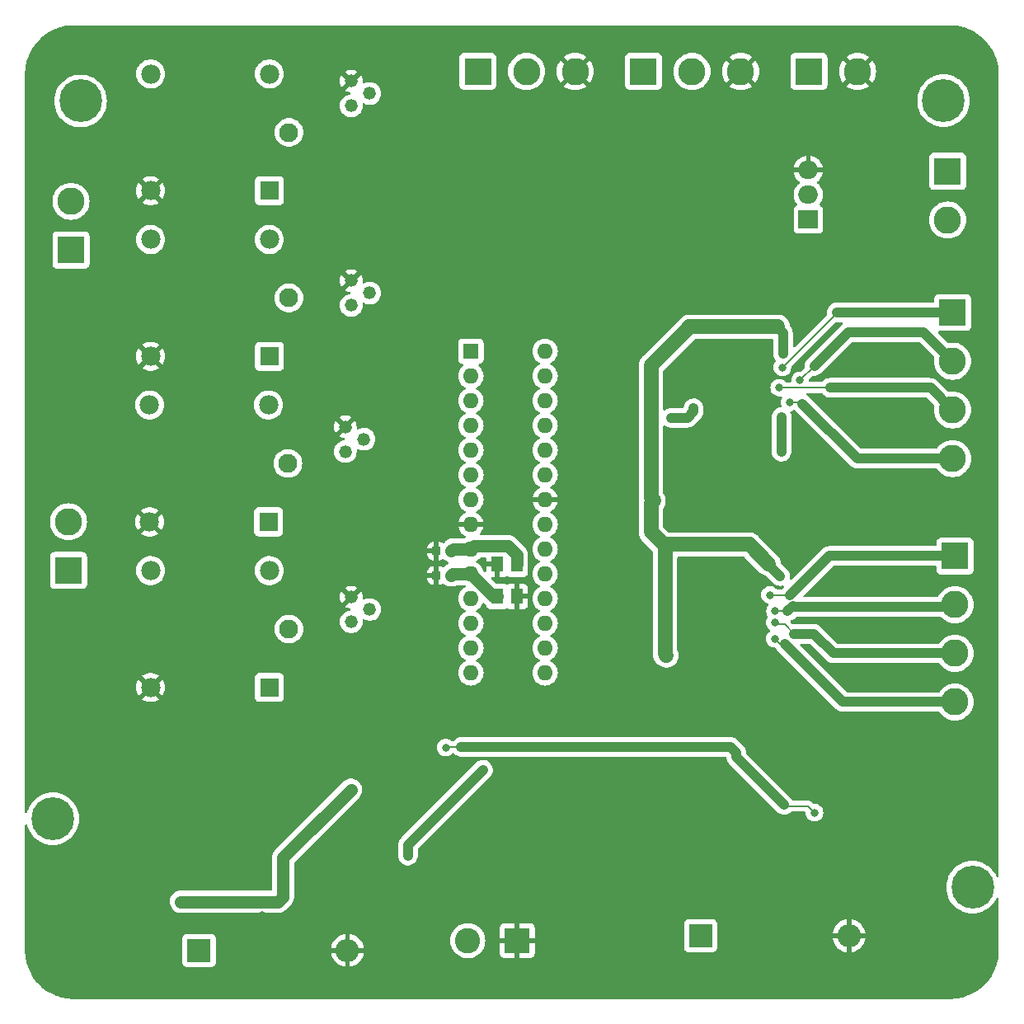
<source format=gbr>
%TF.GenerationSoftware,KiCad,Pcbnew,7.0.10*%
%TF.CreationDate,2024-08-08T13:18:15-05:00*%
%TF.ProjectId,river_sampler,72697665-725f-4736-916d-706c65722e6b,rev?*%
%TF.SameCoordinates,Original*%
%TF.FileFunction,Copper,L2,Bot*%
%TF.FilePolarity,Positive*%
%FSLAX46Y46*%
G04 Gerber Fmt 4.6, Leading zero omitted, Abs format (unit mm)*
G04 Created by KiCad (PCBNEW 7.0.10) date 2024-08-08 13:18:15*
%MOMM*%
%LPD*%
G01*
G04 APERTURE LIST*
G04 Aperture macros list*
%AMRoundRect*
0 Rectangle with rounded corners*
0 $1 Rounding radius*
0 $2 $3 $4 $5 $6 $7 $8 $9 X,Y pos of 4 corners*
0 Add a 4 corners polygon primitive as box body*
4,1,4,$2,$3,$4,$5,$6,$7,$8,$9,$2,$3,0*
0 Add four circle primitives for the rounded corners*
1,1,$1+$1,$2,$3*
1,1,$1+$1,$4,$5*
1,1,$1+$1,$6,$7*
1,1,$1+$1,$8,$9*
0 Add four rect primitives between the rounded corners*
20,1,$1+$1,$2,$3,$4,$5,0*
20,1,$1+$1,$4,$5,$6,$7,0*
20,1,$1+$1,$6,$7,$8,$9,0*
20,1,$1+$1,$8,$9,$2,$3,0*%
G04 Aperture macros list end*
%TA.AperFunction,ComponentPad*%
%ADD10C,1.935000*%
%TD*%
%TA.AperFunction,ComponentPad*%
%ADD11C,1.980000*%
%TD*%
%TA.AperFunction,ComponentPad*%
%ADD12R,1.980000X1.980000*%
%TD*%
%TA.AperFunction,ComponentPad*%
%ADD13C,4.400000*%
%TD*%
%TA.AperFunction,ComponentPad*%
%ADD14C,1.320800*%
%TD*%
%TA.AperFunction,ComponentPad*%
%ADD15R,2.400000X2.400000*%
%TD*%
%TA.AperFunction,ComponentPad*%
%ADD16O,2.400000X2.400000*%
%TD*%
%TA.AperFunction,ComponentPad*%
%ADD17R,1.600000X1.600000*%
%TD*%
%TA.AperFunction,ComponentPad*%
%ADD18O,1.600000X1.600000*%
%TD*%
%TA.AperFunction,ComponentPad*%
%ADD19R,2.000000X1.905000*%
%TD*%
%TA.AperFunction,ComponentPad*%
%ADD20O,2.000000X1.905000*%
%TD*%
%TA.AperFunction,SMDPad,CuDef*%
%ADD21R,1.300000X1.600000*%
%TD*%
%TA.AperFunction,ComponentPad*%
%ADD22R,2.800000X2.800000*%
%TD*%
%TA.AperFunction,ComponentPad*%
%ADD23C,2.800000*%
%TD*%
%TA.AperFunction,SMDPad,CuDef*%
%ADD24RoundRect,0.225000X0.225000X0.250000X-0.225000X0.250000X-0.225000X-0.250000X0.225000X-0.250000X0*%
%TD*%
%TA.AperFunction,ComponentPad*%
%ADD25R,2.600000X2.600000*%
%TD*%
%TA.AperFunction,ComponentPad*%
%ADD26C,2.600000*%
%TD*%
%TA.AperFunction,ViaPad*%
%ADD27C,0.800000*%
%TD*%
%TA.AperFunction,ViaPad*%
%ADD28C,0.500000*%
%TD*%
%TA.AperFunction,Conductor*%
%ADD29C,1.270000*%
%TD*%
%TA.AperFunction,Conductor*%
%ADD30C,1.500000*%
%TD*%
%TA.AperFunction,Conductor*%
%ADD31C,1.000000*%
%TD*%
%TA.AperFunction,Conductor*%
%ADD32C,0.127000*%
%TD*%
G04 APERTURE END LIST*
D10*
%TO.P,K3,11*%
%TO.N,/Distribution System/5V relay3/RELAY_OUT*%
X68100000Y-92500000D03*
D11*
%TO.P,K3,12*%
%TO.N,GND*%
X53900000Y-98500000D03*
%TO.P,K3,14*%
%TO.N,+12V*%
X53900000Y-86500000D03*
D12*
%TO.P,K3,A1*%
%TO.N,+5V*%
X66100000Y-98500000D03*
D11*
%TO.P,K3,A2*%
%TO.N,Net-(D5-K)*%
X66100000Y-86500000D03*
%TD*%
D13*
%TO.P,H2,1*%
%TO.N,N/C*%
X138303000Y-170027600D03*
%TD*%
D14*
%TO.P,Q4,1,C*%
%TO.N,Net-(D5-K)*%
X74500000Y-89770000D03*
%TO.P,Q4,2,B*%
%TO.N,Net-(Q4-B)*%
X76405000Y-88500000D03*
%TO.P,Q4,3,E*%
%TO.N,GND*%
X74500000Y-87230000D03*
%TD*%
D15*
%TO.P,D12,1,K*%
%TO.N,Net-(D12-K)*%
X58880000Y-176500000D03*
D16*
%TO.P,D12,2,A*%
%TO.N,GND*%
X74120000Y-176500000D03*
%TD*%
D13*
%TO.P,H3,1*%
%TO.N,N/C*%
X46710600Y-89281000D03*
%TD*%
D17*
%TO.P,U6,1,~{RESET}/PC6*%
%TO.N,/PULLUP*%
X86790000Y-114990000D03*
D18*
%TO.P,U6,2,PD0*%
%TO.N,unconnected-(U6-PD0-Pad2)*%
X86790000Y-117530000D03*
%TO.P,U6,3,PD1*%
%TO.N,unconnected-(U6-PD1-Pad3)*%
X86790000Y-120070000D03*
%TO.P,U6,4,PD2*%
%TO.N,/ACT_2*%
X86790000Y-122610000D03*
%TO.P,U6,5,PD3*%
%TO.N,/ACT_1*%
X86790000Y-125150000D03*
%TO.P,U6,6,PD4*%
%TO.N,/MP_1*%
X86790000Y-127690000D03*
%TO.P,U6,7,VCC*%
%TO.N,+5V*%
X86790000Y-130230000D03*
%TO.P,U6,8,GND*%
%TO.N,GND*%
X86790000Y-132770000D03*
%TO.P,U6,9,XTAL1/PB6*%
%TO.N,/OSC1*%
X86790000Y-135310000D03*
%TO.P,U6,10,XTAL2/PB7*%
%TO.N,/OSC2*%
X86790000Y-137850000D03*
%TO.P,U6,11,PD5*%
%TO.N,unconnected-(U6-PD5-Pad11)*%
X86790000Y-140390000D03*
%TO.P,U6,12,PD6*%
%TO.N,/MP_2*%
X86790000Y-142930000D03*
%TO.P,U6,13,PD7*%
%TO.N,unconnected-(U6-PD7-Pad13)*%
X86790000Y-145470000D03*
%TO.P,U6,14,PB0*%
%TO.N,unconnected-(U6-PB0-Pad14)*%
X86790000Y-148010000D03*
%TO.P,U6,15,PB1*%
%TO.N,unconnected-(U6-PB1-Pad15)*%
X94410000Y-148010000D03*
%TO.P,U6,16,PB2*%
%TO.N,/MOTOR_STEP*%
X94410000Y-145470000D03*
%TO.P,U6,17,PB3*%
%TO.N,/MOTOR_DIR*%
X94410000Y-142930000D03*
%TO.P,U6,18,PB4*%
%TO.N,unconnected-(U6-PB4-Pad18)*%
X94410000Y-140390000D03*
%TO.P,U6,19,PB5*%
%TO.N,/MAINPUMP_STEP*%
X94410000Y-137850000D03*
%TO.P,U6,20,AVCC*%
%TO.N,+5V*%
X94410000Y-135310000D03*
%TO.P,U6,21,AREF*%
%TO.N,Net-(U6-AREF)*%
X94410000Y-132770000D03*
%TO.P,U6,22,GND*%
%TO.N,GND*%
X94410000Y-130230000D03*
%TO.P,U6,23,PC0*%
%TO.N,/MAINPUMP_DIR*%
X94410000Y-127690000D03*
%TO.P,U6,24,PC1*%
%TO.N,Net-(U6-PC1)*%
X94410000Y-125150000D03*
%TO.P,U6,25,PC2*%
%TO.N,/VALVE_POWER*%
X94410000Y-122610000D03*
%TO.P,U6,26,PC3*%
%TO.N,/LIMIT_SW*%
X94410000Y-120070000D03*
%TO.P,U6,27,PC4*%
%TO.N,/LEVELSENSE_FULL*%
X94410000Y-117530000D03*
%TO.P,U6,28,PC5*%
%TO.N,/FLOW_SENSE*%
X94410000Y-114990000D03*
%TD*%
D10*
%TO.P,K4,11*%
%TO.N,/Distribution System/5V relay2/RELAY_OUT*%
X68100000Y-109500000D03*
D11*
%TO.P,K4,12*%
%TO.N,GND*%
X53900000Y-115500000D03*
%TO.P,K4,14*%
%TO.N,+12V*%
X53900000Y-103500000D03*
D12*
%TO.P,K4,A1*%
%TO.N,+5V*%
X66100000Y-115500000D03*
D11*
%TO.P,K4,A2*%
%TO.N,Net-(D10-K)*%
X66100000Y-103500000D03*
%TD*%
D14*
%TO.P,Q5,1,C*%
%TO.N,Net-(D10-K)*%
X74500000Y-110270000D03*
%TO.P,Q5,2,B*%
%TO.N,Net-(Q5-B)*%
X76405000Y-109000000D03*
%TO.P,Q5,3,E*%
%TO.N,GND*%
X74500000Y-107730000D03*
%TD*%
D13*
%TO.P,H1,1*%
%TO.N,N/C*%
X135331200Y-89255600D03*
%TD*%
D10*
%TO.P,K2,11*%
%TO.N,/Distribution System/5V relay/RELAY_OUT*%
X68000000Y-126500000D03*
D11*
%TO.P,K2,12*%
%TO.N,GND*%
X53800000Y-132500000D03*
%TO.P,K2,14*%
%TO.N,+12V*%
X53800000Y-120500000D03*
D12*
%TO.P,K2,A1*%
%TO.N,+5V*%
X66000000Y-132500000D03*
D11*
%TO.P,K2,A2*%
%TO.N,Net-(D3-K)*%
X66000000Y-120500000D03*
%TD*%
D15*
%TO.P,D14,1,K*%
%TO.N,Net-(D14-K)*%
X110380000Y-175000000D03*
D16*
%TO.P,D14,2,A*%
%TO.N,GND*%
X125620000Y-175000000D03*
%TD*%
D14*
%TO.P,Q3,1,C*%
%TO.N,Net-(D3-K)*%
X73900000Y-125270000D03*
%TO.P,Q3,2,B*%
%TO.N,Net-(Q3-B)*%
X75805000Y-124000000D03*
%TO.P,Q3,3,E*%
%TO.N,GND*%
X73900000Y-122730000D03*
%TD*%
%TO.P,Q2,1,C*%
%TO.N,Net-(D1-K)*%
X74500000Y-142770000D03*
%TO.P,Q2,2,B*%
%TO.N,Net-(Q2-B)*%
X76405000Y-141500000D03*
%TO.P,Q2,3,E*%
%TO.N,GND*%
X74500000Y-140230000D03*
%TD*%
D19*
%TO.P,Q1,1,B*%
%TO.N,Net-(Q1-B)*%
X121445000Y-101440000D03*
D20*
%TO.P,Q1,2,C*%
%TO.N,Net-(J10-Pin_2)*%
X121445000Y-98900000D03*
%TO.P,Q1,3,E*%
%TO.N,GND*%
X121445000Y-96360000D03*
%TD*%
D10*
%TO.P,K1,11*%
%TO.N,/Distribution System/5V relay1/RELAY_OUT*%
X68100000Y-143500000D03*
D11*
%TO.P,K1,12*%
%TO.N,GND*%
X53900000Y-149500000D03*
%TO.P,K1,14*%
%TO.N,+12V*%
X53900000Y-137500000D03*
D12*
%TO.P,K1,A1*%
%TO.N,+5V*%
X66100000Y-149500000D03*
D11*
%TO.P,K1,A2*%
%TO.N,Net-(D1-K)*%
X66100000Y-137500000D03*
%TD*%
D13*
%TO.P,H4,1*%
%TO.N,N/C*%
X43865800Y-162991800D03*
%TD*%
D21*
%TO.P,Y1,1,1*%
%TO.N,/OSC1*%
X91500000Y-136850000D03*
%TO.P,Y1,2,2*%
%TO.N,GND*%
X91500000Y-140150000D03*
%TO.P,Y1,3,3*%
%TO.N,/OSC2*%
X89500000Y-140150000D03*
%TO.P,Y1,4,4*%
%TO.N,GND*%
X89500000Y-136850000D03*
%TD*%
D22*
%TO.P,J10,1,Pin_1*%
%TO.N,+12V*%
X135750000Y-96500000D03*
D23*
%TO.P,J10,2,Pin_2*%
%TO.N,Net-(J10-Pin_2)*%
X135750000Y-101500000D03*
%TD*%
D24*
%TO.P,C17,1*%
%TO.N,/OSC1*%
X84775000Y-135500000D03*
%TO.P,C17,2*%
%TO.N,GND*%
X83225000Y-135500000D03*
%TD*%
D22*
%TO.P,J4,1,Pin_1*%
%TO.N,/LIMIT_SW*%
X121500000Y-86250000D03*
D23*
%TO.P,J4,2,Pin_2*%
%TO.N,GND*%
X126500000Y-86250000D03*
%TD*%
D22*
%TO.P,J13,1,Pin_1*%
%TO.N,/Distribution System/5V relay2/RELAY_OUT*%
X45720000Y-104582600D03*
D23*
%TO.P,J13,2,Pin_2*%
%TO.N,/Distribution System/5V relay3/RELAY_OUT*%
X45720000Y-99582600D03*
%TD*%
%TO.P,J3,1,Pin_1*%
%TO.N,/Distribution System/drv8825 driver/MOT_1*%
X136500000Y-151000000D03*
%TO.P,J3,2,Pin_2*%
%TO.N,/Distribution System/drv8825 driver/MOT_2*%
X136500000Y-146000000D03*
%TO.P,J3,3,Pin_3*%
%TO.N,/Distribution System/drv8825 driver/MOT_3*%
X136500000Y-141000000D03*
D22*
%TO.P,J3,4,Pin_4*%
%TO.N,/Distribution System/drv8825 driver/MOT_4*%
X136500000Y-136000000D03*
%TD*%
D25*
%TO.P,J14,1,Pin_1*%
%TO.N,GND*%
X91545000Y-175500000D03*
D26*
%TO.P,J14,2,Pin_2*%
%TO.N,Net-(D7-A)*%
X86465000Y-175500000D03*
%TD*%
D22*
%TO.P,J12,1,Pin_1*%
%TO.N,+5V*%
X87500000Y-86250000D03*
D23*
%TO.P,J12,2,Pin_2*%
%TO.N,/FLOW_SENSE*%
X92500000Y-86250000D03*
%TO.P,J12,3,Pin_3*%
%TO.N,GND*%
X97500000Y-86250000D03*
%TD*%
D24*
%TO.P,C18,1*%
%TO.N,/OSC2*%
X84775000Y-138000000D03*
%TO.P,C18,2*%
%TO.N,GND*%
X83225000Y-138000000D03*
%TD*%
D23*
%TO.P,J5,1,Pin_1*%
%TO.N,/Distribution System/drv8825 driver1/MOT_1*%
X136250000Y-126000000D03*
%TO.P,J5,2,Pin_2*%
%TO.N,/Distribution System/drv8825 driver1/MOT_2*%
X136250000Y-121000000D03*
%TO.P,J5,3,Pin_3*%
%TO.N,/Distribution System/drv8825 driver1/MOT_3*%
X136250000Y-116000000D03*
D22*
%TO.P,J5,4,Pin_4*%
%TO.N,/Distribution System/drv8825 driver1/MOT_4*%
X136250000Y-111000000D03*
%TD*%
%TO.P,J6,1,Pin_1*%
%TO.N,+5V*%
X104500000Y-86250000D03*
D23*
%TO.P,J6,2,Pin_2*%
%TO.N,/LEVELSENSE_FULL*%
X109500000Y-86250000D03*
%TO.P,J6,3,Pin_3*%
%TO.N,GND*%
X114500000Y-86250000D03*
%TD*%
%TO.P,J11,1,Pin_1*%
%TO.N,/Distribution System/5V relay/RELAY_OUT*%
X45466000Y-132490200D03*
D22*
%TO.P,J11,2,Pin_2*%
%TO.N,/Distribution System/5V relay1/RELAY_OUT*%
X45466000Y-137490200D03*
%TD*%
D27*
%TO.N,GND*%
X98602800Y-134670800D03*
X110185200Y-147802600D03*
X111226600Y-124510800D03*
X127812800Y-133248400D03*
X65354200Y-172897800D03*
X123164600Y-108559600D03*
X84505800Y-131978400D03*
X94843600Y-111455200D03*
D28*
%TO.N,Net-(U4-VIN)*%
X74500000Y-160000000D03*
D27*
X57000000Y-171500000D03*
%TO.N,+24V*%
X105537000Y-130327400D03*
X118719600Y-125298200D03*
X118694200Y-121742200D03*
X118846600Y-115265200D03*
X106857800Y-146202400D03*
X118541800Y-138074400D03*
%TO.N,+5V*%
X109651800Y-120827800D03*
X122072400Y-162356800D03*
X84201000Y-155676600D03*
X107365800Y-121818400D03*
%TO.N,+12V*%
X80340200Y-166776400D03*
X88036400Y-157962600D03*
%TO.N,/Distribution System/drv8825 driver/MOT_2*%
X118000000Y-142836500D03*
%TO.N,/Distribution System/drv8825 driver/MOT_1*%
X118000000Y-144500000D03*
%TO.N,/Distribution System/drv8825 driver/MOT_3*%
X118017398Y-141682771D03*
%TO.N,/Distribution System/drv8825 driver/MOT_4*%
X117500000Y-140000000D03*
%TO.N,/Distribution System/drv8825 driver1/MOT_1*%
X119507000Y-120243600D03*
%TO.N,/Distribution System/drv8825 driver1/MOT_2*%
X118440200Y-118719600D03*
%TO.N,/Distribution System/drv8825 driver1/MOT_3*%
X120599200Y-117957600D03*
%TO.N,/Distribution System/drv8825 driver1/MOT_4*%
X118770400Y-116636800D03*
%TD*%
D29*
%TO.N,Net-(U4-VIN)*%
X67500000Y-171000000D02*
X67000000Y-171500000D01*
X67000000Y-171500000D02*
X57000000Y-171500000D01*
X67500000Y-167000000D02*
X67500000Y-171000000D01*
X74500000Y-160000000D02*
X67500000Y-167000000D01*
D30*
%TO.N,+24V*%
X105283000Y-133553200D02*
X106553000Y-134823200D01*
D31*
X118846600Y-115265200D02*
X118846600Y-113080800D01*
D30*
X105283000Y-116433600D02*
X108966000Y-112750600D01*
X105537000Y-130327400D02*
X105283000Y-130073400D01*
X109245400Y-112471200D02*
X118237000Y-112471200D01*
X106857800Y-146202400D02*
X106730800Y-146075400D01*
X106730800Y-146075400D02*
X106730800Y-135001000D01*
X106730800Y-135001000D02*
X106553000Y-134823200D01*
X105283000Y-130073400D02*
X105283000Y-116433600D01*
D31*
X118541800Y-138074400D02*
X117348000Y-136880600D01*
D30*
X118237000Y-112471200D02*
X118287800Y-112471200D01*
D31*
X118846600Y-113080800D02*
X118237000Y-112471200D01*
D30*
X105283000Y-130581400D02*
X105283000Y-133553200D01*
D31*
X118694200Y-121742200D02*
X118694200Y-125298200D01*
D30*
X105537000Y-130327400D02*
X105283000Y-130581400D01*
X108966000Y-112750600D02*
X109245400Y-112471200D01*
X115366800Y-134823200D02*
X106553000Y-134823200D01*
X117348000Y-136804400D02*
X115366800Y-134823200D01*
D32*
X117348000Y-136880600D02*
X117348000Y-136804400D01*
D31*
%TO.N,+5V*%
X107365800Y-121818400D02*
X109016800Y-121818400D01*
X114046000Y-156667200D02*
X114046000Y-156184600D01*
X114046000Y-156184600D02*
X113487200Y-155625800D01*
X109651800Y-121183400D02*
X109651800Y-120827800D01*
X113487200Y-155625800D02*
X85801200Y-155625800D01*
D32*
X119202200Y-161696400D02*
X121412000Y-161696400D01*
D31*
X109016800Y-121818400D02*
X109651800Y-121183400D01*
D32*
X121412000Y-161696400D02*
X122072400Y-162356800D01*
X84251800Y-155625800D02*
X84201000Y-155676600D01*
X85801200Y-155625800D02*
X84251800Y-155625800D01*
D31*
X118948200Y-161569400D02*
X114046000Y-156667200D01*
D32*
X119075200Y-161569400D02*
X119202200Y-161696400D01*
D29*
%TO.N,/OSC1*%
X86790000Y-135310000D02*
X84965000Y-135310000D01*
X91500000Y-136850000D02*
X91500000Y-135897760D01*
X87100000Y-135000000D02*
X86790000Y-135310000D01*
X84965000Y-135310000D02*
X84775000Y-135500000D01*
X91500000Y-135897760D02*
X90602240Y-135000000D01*
X90602240Y-135000000D02*
X87100000Y-135000000D01*
%TO.N,/OSC2*%
X89090000Y-140150000D02*
X86790000Y-137850000D01*
X86790000Y-137850000D02*
X84925000Y-137850000D01*
X84925000Y-137850000D02*
X84775000Y-138000000D01*
X89500000Y-140150000D02*
X89090000Y-140150000D01*
D31*
%TO.N,+12V*%
X80340200Y-165658800D02*
X80340200Y-166776400D01*
X88036400Y-157962600D02*
X80340200Y-165658800D01*
X80340200Y-166776400D02*
X80340200Y-166649400D01*
%TO.N,/Distribution System/drv8825 driver/MOT_2*%
X120000000Y-144000000D02*
X122000000Y-144000000D01*
D32*
X118000000Y-142836500D02*
X118163500Y-143000000D01*
D31*
X124000000Y-146000000D02*
X136500000Y-146000000D01*
X122000000Y-144000000D02*
X124000000Y-146000000D01*
D32*
X119000000Y-143000000D02*
X120000000Y-144000000D01*
X118163500Y-143000000D02*
X119000000Y-143000000D01*
D31*
%TO.N,/Distribution System/drv8825 driver/MOT_1*%
X125000000Y-151000000D02*
X136500000Y-151000000D01*
D32*
X118000000Y-144500000D02*
X118500000Y-145000000D01*
D31*
X119000000Y-145000000D02*
X125000000Y-151000000D01*
D32*
X118500000Y-145000000D02*
X119000000Y-145000000D01*
D31*
%TO.N,/Distribution System/drv8825 driver/MOT_3*%
X136250600Y-141249400D02*
X120160218Y-141249400D01*
D32*
X118017398Y-141682771D02*
X119317229Y-141682771D01*
D31*
X136500000Y-141000000D02*
X136250600Y-141249400D01*
X119873000Y-141127000D02*
X119317229Y-141682771D01*
%TO.N,/Distribution System/drv8825 driver/MOT_4*%
X119571000Y-140000000D02*
X123571000Y-136000000D01*
D32*
X117500000Y-140000000D02*
X119571000Y-140000000D01*
D31*
X123571000Y-136000000D02*
X136500000Y-136000000D01*
%TO.N,/Distribution System/drv8825 driver1/MOT_1*%
X126457200Y-126000000D02*
X136250000Y-126000000D01*
D32*
X120700800Y-120243600D02*
X120815100Y-120357900D01*
D31*
X120815100Y-120357900D02*
X126457200Y-126000000D01*
D32*
X119507000Y-120243600D02*
X120700800Y-120243600D01*
%TO.N,/Distribution System/drv8825 driver1/MOT_2*%
X121183400Y-118719600D02*
X121208800Y-118694200D01*
D31*
X133995000Y-118745000D02*
X136250000Y-121000000D01*
D32*
X123672600Y-118694200D02*
X123698000Y-118719600D01*
X118440200Y-118719600D02*
X121183400Y-118719600D01*
D31*
X133731000Y-118719600D02*
X133756400Y-118745000D01*
D32*
X121208800Y-118694200D02*
X123672600Y-118694200D01*
D31*
X133756400Y-118745000D02*
X133995000Y-118745000D01*
X123698000Y-118719600D02*
X133731000Y-118719600D01*
%TO.N,/Distribution System/drv8825 driver1/MOT_3*%
X125526800Y-113030000D02*
X133267600Y-113030000D01*
X133267600Y-113030000D02*
X133273800Y-113023800D01*
X122072400Y-116484400D02*
X125526800Y-113030000D01*
X133273800Y-113023800D02*
X136250000Y-116000000D01*
D32*
X122072400Y-116484400D02*
X120599200Y-117957600D01*
%TO.N,/Distribution System/drv8825 driver1/MOT_4*%
X118770400Y-116636800D02*
X124358400Y-111048800D01*
D31*
X124358400Y-111000000D02*
X136250000Y-111000000D01*
D32*
X124358400Y-111048800D02*
X124358400Y-111000000D01*
%TD*%
%TA.AperFunction,Conductor*%
%TO.N,GND*%
G36*
X136002562Y-81500605D02*
G01*
X136217600Y-81509500D01*
X136413455Y-81518052D01*
X136423330Y-81518881D01*
X136636706Y-81545479D01*
X136636793Y-81545490D01*
X136834945Y-81571577D01*
X136844192Y-81573153D01*
X137053521Y-81617044D01*
X137054765Y-81617312D01*
X137250386Y-81660680D01*
X137258901Y-81662889D01*
X137463665Y-81723850D01*
X137465325Y-81724359D01*
X137656696Y-81784698D01*
X137664453Y-81787431D01*
X137863363Y-81865046D01*
X137865513Y-81865911D01*
X138051024Y-81942752D01*
X138057972Y-81945886D01*
X138225903Y-82027982D01*
X138249587Y-82039561D01*
X138252383Y-82040972D01*
X138430420Y-82133652D01*
X138436636Y-82137118D01*
X138619793Y-82246255D01*
X138622929Y-82248187D01*
X138686491Y-82288681D01*
X138792282Y-82356078D01*
X138797710Y-82359741D01*
X138971184Y-82483599D01*
X138974616Y-82486140D01*
X139133912Y-82608372D01*
X139138567Y-82612126D01*
X139301226Y-82749891D01*
X139304838Y-82753072D01*
X139452925Y-82888769D01*
X139456807Y-82892486D01*
X139607512Y-83043191D01*
X139611232Y-83047076D01*
X139746921Y-83195155D01*
X139750107Y-83198772D01*
X139887872Y-83361431D01*
X139891626Y-83366086D01*
X140013858Y-83525382D01*
X140016399Y-83528814D01*
X140140257Y-83702288D01*
X140143920Y-83707716D01*
X140251800Y-83877052D01*
X140253743Y-83880205D01*
X140362880Y-84063362D01*
X140366346Y-84069578D01*
X140459026Y-84247615D01*
X140460437Y-84250411D01*
X140554099Y-84441997D01*
X140557260Y-84449005D01*
X140634051Y-84634395D01*
X140634991Y-84636734D01*
X140652157Y-84680724D01*
X140712559Y-84835523D01*
X140715302Y-84843309D01*
X140775602Y-85034554D01*
X140776186Y-85036460D01*
X140837105Y-85241084D01*
X140839321Y-85249627D01*
X140882671Y-85445166D01*
X140882971Y-85446559D01*
X140926844Y-85655802D01*
X140928422Y-85665062D01*
X140954459Y-85862829D01*
X140954568Y-85863677D01*
X140981114Y-86076641D01*
X140981948Y-86086570D01*
X140990513Y-86282728D01*
X140990525Y-86283013D01*
X140999394Y-86497438D01*
X140999500Y-86502562D01*
X140999500Y-168861364D01*
X140979815Y-168928403D01*
X140927011Y-168974158D01*
X140857853Y-168984102D01*
X140794297Y-168955077D01*
X140762424Y-168912255D01*
X140739520Y-168861364D01*
X140698545Y-168770321D01*
X140529530Y-168490737D01*
X140529528Y-168490734D01*
X140529526Y-168490731D01*
X140328045Y-168233560D01*
X140097039Y-168002554D01*
X139839868Y-167801073D01*
X139806281Y-167780769D01*
X139560279Y-167632055D01*
X139262361Y-167497973D01*
X139262354Y-167497970D01*
X139262342Y-167497966D01*
X138950452Y-167400778D01*
X138629099Y-167341889D01*
X138303000Y-167322164D01*
X137976900Y-167341889D01*
X137655547Y-167400778D01*
X137343657Y-167497966D01*
X137343641Y-167497972D01*
X137343639Y-167497973D01*
X137179931Y-167571652D01*
X137045725Y-167632053D01*
X137045723Y-167632054D01*
X136766131Y-167801073D01*
X136508960Y-168002554D01*
X136277954Y-168233560D01*
X136076473Y-168490731D01*
X135949708Y-168700425D01*
X135907455Y-168770321D01*
X135815716Y-168974158D01*
X135773372Y-169068242D01*
X135773366Y-169068257D01*
X135676178Y-169380147D01*
X135617289Y-169701500D01*
X135597564Y-170027600D01*
X135617289Y-170353699D01*
X135676178Y-170675052D01*
X135773366Y-170986942D01*
X135773370Y-170986954D01*
X135773373Y-170986961D01*
X135907455Y-171284879D01*
X136006683Y-171449021D01*
X136076473Y-171564468D01*
X136277954Y-171821639D01*
X136508960Y-172052645D01*
X136766131Y-172254126D01*
X136766134Y-172254128D01*
X136766137Y-172254130D01*
X137045721Y-172423145D01*
X137343639Y-172557227D01*
X137343652Y-172557231D01*
X137343657Y-172557233D01*
X137655547Y-172654421D01*
X137976896Y-172713310D01*
X138303000Y-172733036D01*
X138629104Y-172713310D01*
X138950453Y-172654421D01*
X139262361Y-172557227D01*
X139560279Y-172423145D01*
X139839863Y-172254130D01*
X140097036Y-172052648D01*
X140328048Y-171821636D01*
X140529530Y-171564463D01*
X140698545Y-171284879D01*
X140762425Y-171142942D01*
X140807888Y-171089890D01*
X140874819Y-171069837D01*
X140941965Y-171089153D01*
X140988010Y-171141704D01*
X140999500Y-171193835D01*
X140999500Y-176497437D01*
X140999394Y-176502561D01*
X140990525Y-176716986D01*
X140990513Y-176717271D01*
X140981948Y-176913428D01*
X140981114Y-176923357D01*
X140954568Y-177136321D01*
X140954459Y-177137169D01*
X140928422Y-177334936D01*
X140926844Y-177344196D01*
X140882971Y-177553439D01*
X140882671Y-177554832D01*
X140839321Y-177750371D01*
X140837105Y-177758914D01*
X140776186Y-177963538D01*
X140775602Y-177965444D01*
X140715302Y-178156689D01*
X140712559Y-178164475D01*
X140635008Y-178363224D01*
X140634051Y-178365603D01*
X140557260Y-178550993D01*
X140554099Y-178558001D01*
X140460437Y-178749587D01*
X140459026Y-178752383D01*
X140366346Y-178930420D01*
X140362880Y-178936636D01*
X140253743Y-179119793D01*
X140251800Y-179122946D01*
X140143920Y-179292282D01*
X140140257Y-179297710D01*
X140016399Y-179471184D01*
X140013858Y-179474616D01*
X139891626Y-179633912D01*
X139887872Y-179638567D01*
X139750107Y-179801226D01*
X139746908Y-179804858D01*
X139611254Y-179952899D01*
X139607512Y-179956807D01*
X139456807Y-180107512D01*
X139452899Y-180111254D01*
X139304858Y-180246908D01*
X139301226Y-180250107D01*
X139138567Y-180387872D01*
X139133912Y-180391626D01*
X138974616Y-180513858D01*
X138971184Y-180516399D01*
X138797710Y-180640257D01*
X138792282Y-180643920D01*
X138622946Y-180751800D01*
X138619793Y-180753743D01*
X138436636Y-180862880D01*
X138430420Y-180866346D01*
X138252383Y-180959026D01*
X138249587Y-180960437D01*
X138058001Y-181054099D01*
X138050993Y-181057260D01*
X137865603Y-181134051D01*
X137863224Y-181135008D01*
X137664475Y-181212559D01*
X137656689Y-181215302D01*
X137465444Y-181275602D01*
X137463538Y-181276186D01*
X137258914Y-181337105D01*
X137250371Y-181339321D01*
X137054832Y-181382671D01*
X137053439Y-181382971D01*
X136844196Y-181426844D01*
X136834936Y-181428422D01*
X136637169Y-181454459D01*
X136636321Y-181454568D01*
X136423357Y-181481114D01*
X136413428Y-181481948D01*
X136217381Y-181490508D01*
X136217097Y-181490520D01*
X136002563Y-181499394D01*
X135997438Y-181499500D01*
X46002562Y-181499500D01*
X45997437Y-181499394D01*
X45782901Y-181490520D01*
X45782617Y-181490508D01*
X45586570Y-181481948D01*
X45576641Y-181481114D01*
X45363677Y-181454568D01*
X45362829Y-181454459D01*
X45165062Y-181428422D01*
X45155802Y-181426844D01*
X44946559Y-181382971D01*
X44945166Y-181382671D01*
X44749627Y-181339321D01*
X44741084Y-181337105D01*
X44536460Y-181276186D01*
X44534554Y-181275602D01*
X44343309Y-181215302D01*
X44335523Y-181212559D01*
X44206985Y-181162404D01*
X44136734Y-181134991D01*
X44134395Y-181134051D01*
X43949005Y-181057260D01*
X43941997Y-181054099D01*
X43750411Y-180960437D01*
X43747615Y-180959026D01*
X43569578Y-180866346D01*
X43563362Y-180862880D01*
X43380205Y-180753743D01*
X43377052Y-180751800D01*
X43207716Y-180643920D01*
X43202288Y-180640257D01*
X43028814Y-180516399D01*
X43025382Y-180513858D01*
X42866086Y-180391626D01*
X42861431Y-180387872D01*
X42698772Y-180250107D01*
X42695155Y-180246921D01*
X42547076Y-180111232D01*
X42543191Y-180107512D01*
X42392486Y-179956807D01*
X42388769Y-179952925D01*
X42253072Y-179804838D01*
X42249891Y-179801226D01*
X42112126Y-179638567D01*
X42108372Y-179633912D01*
X41986140Y-179474616D01*
X41983599Y-179471184D01*
X41859741Y-179297710D01*
X41856078Y-179292282D01*
X41748198Y-179122946D01*
X41746255Y-179119793D01*
X41637118Y-178936636D01*
X41633652Y-178930420D01*
X41540972Y-178752383D01*
X41539561Y-178749587D01*
X41527982Y-178725903D01*
X41445886Y-178557972D01*
X41442752Y-178551024D01*
X41365911Y-178365513D01*
X41365046Y-178363363D01*
X41287431Y-178164453D01*
X41284696Y-178156689D01*
X41280630Y-178143793D01*
X41224359Y-177965325D01*
X41223850Y-177963665D01*
X41162889Y-177758901D01*
X41160680Y-177750386D01*
X41160122Y-177747870D01*
X57179500Y-177747870D01*
X57179501Y-177747876D01*
X57185908Y-177807483D01*
X57236202Y-177942328D01*
X57236206Y-177942335D01*
X57322452Y-178057544D01*
X57322455Y-178057547D01*
X57437664Y-178143793D01*
X57437671Y-178143797D01*
X57572517Y-178194091D01*
X57572516Y-178194091D01*
X57579444Y-178194835D01*
X57632127Y-178200500D01*
X60127872Y-178200499D01*
X60187483Y-178194091D01*
X60322331Y-178143796D01*
X60437546Y-178057546D01*
X60523796Y-177942331D01*
X60574091Y-177807483D01*
X60580500Y-177747873D01*
X60580500Y-176750000D01*
X72433968Y-176750000D01*
X72434274Y-176754079D01*
X72434275Y-176754086D01*
X72490967Y-177002475D01*
X72490973Y-177002494D01*
X72584058Y-177239671D01*
X72584057Y-177239671D01*
X72711455Y-177460328D01*
X72870320Y-177659540D01*
X73057097Y-177832842D01*
X73267616Y-177976371D01*
X73267624Y-177976376D01*
X73497176Y-178086921D01*
X73497174Y-178086921D01*
X73740652Y-178162024D01*
X73740660Y-178162026D01*
X73870000Y-178181520D01*
X73870000Y-177045881D01*
X73963369Y-177084556D01*
X74080677Y-177100000D01*
X74159323Y-177100000D01*
X74276631Y-177084556D01*
X74370000Y-177045881D01*
X74370000Y-178181519D01*
X74499339Y-178162026D01*
X74499347Y-178162024D01*
X74742824Y-178086921D01*
X74972376Y-177976376D01*
X74972377Y-177976375D01*
X75182905Y-177832840D01*
X75369679Y-177659540D01*
X75528544Y-177460328D01*
X75655941Y-177239671D01*
X75749026Y-177002494D01*
X75749032Y-177002475D01*
X75805724Y-176754086D01*
X75805725Y-176754079D01*
X75806032Y-176750000D01*
X74665882Y-176750000D01*
X74704556Y-176656631D01*
X74725177Y-176500000D01*
X74704556Y-176343369D01*
X74665882Y-176250000D01*
X75806031Y-176250000D01*
X75805725Y-176245920D01*
X75805724Y-176245913D01*
X75749032Y-175997524D01*
X75749026Y-175997505D01*
X75655941Y-175760328D01*
X75655942Y-175760328D01*
X75528544Y-175539671D01*
X75496911Y-175500004D01*
X84659451Y-175500004D01*
X84679616Y-175769101D01*
X84739664Y-176032188D01*
X84739666Y-176032195D01*
X84804509Y-176197412D01*
X84838257Y-176283398D01*
X84973185Y-176517102D01*
X85104304Y-176681519D01*
X85141442Y-176728089D01*
X85328183Y-176901358D01*
X85339259Y-176911635D01*
X85562226Y-177063651D01*
X85805359Y-177180738D01*
X86063228Y-177260280D01*
X86063229Y-177260280D01*
X86063232Y-177260281D01*
X86330063Y-177300499D01*
X86330068Y-177300499D01*
X86330071Y-177300500D01*
X86330072Y-177300500D01*
X86599928Y-177300500D01*
X86599929Y-177300500D01*
X86599936Y-177300499D01*
X86866767Y-177260281D01*
X86866768Y-177260280D01*
X86866772Y-177260280D01*
X87124641Y-177180738D01*
X87367775Y-177063651D01*
X87590741Y-176911635D01*
X87659491Y-176847844D01*
X89745000Y-176847844D01*
X89751401Y-176907372D01*
X89751403Y-176907379D01*
X89801645Y-177042086D01*
X89801649Y-177042093D01*
X89887809Y-177157187D01*
X89887812Y-177157190D01*
X90002906Y-177243350D01*
X90002913Y-177243354D01*
X90137620Y-177293596D01*
X90137627Y-177293598D01*
X90197155Y-177299999D01*
X90197172Y-177300000D01*
X91295000Y-177300000D01*
X91295000Y-176153837D01*
X91376249Y-176184651D01*
X91502660Y-176200000D01*
X91587340Y-176200000D01*
X91713751Y-176184651D01*
X91795000Y-176153837D01*
X91795000Y-177300000D01*
X92892828Y-177300000D01*
X92892844Y-177299999D01*
X92952372Y-177293598D01*
X92952379Y-177293596D01*
X93087086Y-177243354D01*
X93087093Y-177243350D01*
X93202187Y-177157190D01*
X93202190Y-177157187D01*
X93288350Y-177042093D01*
X93288354Y-177042086D01*
X93338596Y-176907379D01*
X93338598Y-176907372D01*
X93344999Y-176847844D01*
X93345000Y-176847827D01*
X93345000Y-176247870D01*
X108679500Y-176247870D01*
X108679501Y-176247876D01*
X108685908Y-176307483D01*
X108736202Y-176442328D01*
X108736206Y-176442335D01*
X108822452Y-176557544D01*
X108822455Y-176557547D01*
X108937664Y-176643793D01*
X108937671Y-176643797D01*
X109072517Y-176694091D01*
X109072516Y-176694091D01*
X109079444Y-176694835D01*
X109132127Y-176700500D01*
X111627872Y-176700499D01*
X111687483Y-176694091D01*
X111822331Y-176643796D01*
X111937546Y-176557546D01*
X112023796Y-176442331D01*
X112074091Y-176307483D01*
X112080500Y-176247873D01*
X112080500Y-175250000D01*
X123933968Y-175250000D01*
X123934274Y-175254079D01*
X123934275Y-175254086D01*
X123990967Y-175502475D01*
X123990973Y-175502494D01*
X124084058Y-175739671D01*
X124084057Y-175739671D01*
X124211455Y-175960328D01*
X124370320Y-176159540D01*
X124557097Y-176332842D01*
X124767616Y-176476371D01*
X124767624Y-176476376D01*
X124997176Y-176586921D01*
X124997174Y-176586921D01*
X125240652Y-176662024D01*
X125240660Y-176662026D01*
X125370000Y-176681520D01*
X125370000Y-175545881D01*
X125463369Y-175584556D01*
X125580677Y-175600000D01*
X125659323Y-175600000D01*
X125776631Y-175584556D01*
X125870000Y-175545881D01*
X125870000Y-176681519D01*
X125999339Y-176662026D01*
X125999347Y-176662024D01*
X126242824Y-176586921D01*
X126472376Y-176476376D01*
X126472377Y-176476375D01*
X126682905Y-176332840D01*
X126869679Y-176159540D01*
X127028544Y-175960328D01*
X127155941Y-175739671D01*
X127249026Y-175502494D01*
X127249032Y-175502475D01*
X127305724Y-175254086D01*
X127305725Y-175254079D01*
X127306032Y-175250000D01*
X126165882Y-175250000D01*
X126204556Y-175156631D01*
X126225177Y-175000000D01*
X126204556Y-174843369D01*
X126165882Y-174750000D01*
X127306031Y-174750000D01*
X127305725Y-174745920D01*
X127305724Y-174745913D01*
X127249032Y-174497524D01*
X127249026Y-174497505D01*
X127155941Y-174260328D01*
X127155942Y-174260328D01*
X127028544Y-174039671D01*
X126869679Y-173840459D01*
X126682905Y-173667159D01*
X126472377Y-173523624D01*
X126472376Y-173523623D01*
X126242823Y-173413078D01*
X126242825Y-173413078D01*
X125999354Y-173337977D01*
X125999348Y-173337976D01*
X125870000Y-173318479D01*
X125870000Y-174454118D01*
X125776631Y-174415444D01*
X125659323Y-174400000D01*
X125580677Y-174400000D01*
X125463369Y-174415444D01*
X125370000Y-174454118D01*
X125370000Y-173318479D01*
X125240651Y-173337976D01*
X125240645Y-173337977D01*
X124997175Y-173413078D01*
X124767624Y-173523623D01*
X124767616Y-173523628D01*
X124557097Y-173667157D01*
X124370320Y-173840459D01*
X124211455Y-174039671D01*
X124084058Y-174260328D01*
X123990973Y-174497505D01*
X123990967Y-174497524D01*
X123934275Y-174745913D01*
X123934274Y-174745920D01*
X123933968Y-174750000D01*
X125074118Y-174750000D01*
X125035444Y-174843369D01*
X125014823Y-175000000D01*
X125035444Y-175156631D01*
X125074118Y-175250000D01*
X123933968Y-175250000D01*
X112080500Y-175250000D01*
X112080499Y-173752128D01*
X112074091Y-173692517D01*
X112064632Y-173667157D01*
X112023797Y-173557671D01*
X112023793Y-173557664D01*
X111937547Y-173442455D01*
X111937544Y-173442452D01*
X111822335Y-173356206D01*
X111822328Y-173356202D01*
X111687482Y-173305908D01*
X111687483Y-173305908D01*
X111627883Y-173299501D01*
X111627881Y-173299500D01*
X111627873Y-173299500D01*
X111627864Y-173299500D01*
X109132129Y-173299500D01*
X109132123Y-173299501D01*
X109072516Y-173305908D01*
X108937671Y-173356202D01*
X108937664Y-173356206D01*
X108822455Y-173442452D01*
X108822452Y-173442455D01*
X108736206Y-173557664D01*
X108736202Y-173557671D01*
X108685908Y-173692517D01*
X108680834Y-173739718D01*
X108679501Y-173752123D01*
X108679500Y-173752135D01*
X108679500Y-176247870D01*
X93345000Y-176247870D01*
X93345000Y-175750000D01*
X92204329Y-175750000D01*
X92245000Y-175584995D01*
X92245000Y-175415005D01*
X92204329Y-175250000D01*
X93345000Y-175250000D01*
X93345000Y-174152172D01*
X93344999Y-174152155D01*
X93338598Y-174092627D01*
X93338596Y-174092620D01*
X93288354Y-173957913D01*
X93288350Y-173957906D01*
X93202190Y-173842812D01*
X93202187Y-173842809D01*
X93087093Y-173756649D01*
X93087086Y-173756645D01*
X92952379Y-173706403D01*
X92952372Y-173706401D01*
X92892844Y-173700000D01*
X91795000Y-173700000D01*
X91795000Y-174846162D01*
X91713751Y-174815349D01*
X91587340Y-174800000D01*
X91502660Y-174800000D01*
X91376249Y-174815349D01*
X91295000Y-174846162D01*
X91295000Y-173700000D01*
X90197155Y-173700000D01*
X90137627Y-173706401D01*
X90137620Y-173706403D01*
X90002913Y-173756645D01*
X90002906Y-173756649D01*
X89887812Y-173842809D01*
X89887809Y-173842812D01*
X89801649Y-173957906D01*
X89801645Y-173957913D01*
X89751403Y-174092620D01*
X89751401Y-174092627D01*
X89745000Y-174152155D01*
X89745000Y-175250000D01*
X90885671Y-175250000D01*
X90845000Y-175415005D01*
X90845000Y-175584995D01*
X90885671Y-175750000D01*
X89745000Y-175750000D01*
X89745000Y-176847844D01*
X87659491Y-176847844D01*
X87788561Y-176728085D01*
X87956815Y-176517102D01*
X88091743Y-176283398D01*
X88190334Y-176032195D01*
X88250383Y-175769103D01*
X88270549Y-175500000D01*
X88250383Y-175230897D01*
X88190334Y-174967805D01*
X88091743Y-174716602D01*
X87956815Y-174482898D01*
X87788561Y-174271915D01*
X87788560Y-174271914D01*
X87788557Y-174271910D01*
X87590741Y-174088365D01*
X87519320Y-174039671D01*
X87367775Y-173936349D01*
X87367769Y-173936346D01*
X87367768Y-173936345D01*
X87367767Y-173936344D01*
X87124643Y-173819263D01*
X87124645Y-173819263D01*
X86866773Y-173739720D01*
X86866767Y-173739718D01*
X86599936Y-173699500D01*
X86599929Y-173699500D01*
X86330071Y-173699500D01*
X86330063Y-173699500D01*
X86063232Y-173739718D01*
X86063226Y-173739720D01*
X85805358Y-173819262D01*
X85562230Y-173936346D01*
X85339258Y-174088365D01*
X85141442Y-174271910D01*
X84973185Y-174482898D01*
X84838258Y-174716599D01*
X84838256Y-174716603D01*
X84739666Y-174967804D01*
X84739664Y-174967811D01*
X84679616Y-175230898D01*
X84659451Y-175499995D01*
X84659451Y-175500004D01*
X75496911Y-175500004D01*
X75369679Y-175340459D01*
X75182905Y-175167159D01*
X74972377Y-175023624D01*
X74972376Y-175023623D01*
X74742823Y-174913078D01*
X74742825Y-174913078D01*
X74499354Y-174837977D01*
X74499348Y-174837976D01*
X74370000Y-174818479D01*
X74370000Y-175954118D01*
X74276631Y-175915444D01*
X74159323Y-175900000D01*
X74080677Y-175900000D01*
X73963369Y-175915444D01*
X73870000Y-175954118D01*
X73870000Y-174818479D01*
X73740651Y-174837976D01*
X73740645Y-174837977D01*
X73497175Y-174913078D01*
X73267624Y-175023623D01*
X73267616Y-175023628D01*
X73057097Y-175167157D01*
X72870320Y-175340459D01*
X72711455Y-175539671D01*
X72584058Y-175760328D01*
X72490973Y-175997505D01*
X72490967Y-175997524D01*
X72434275Y-176245913D01*
X72434274Y-176245920D01*
X72433968Y-176250000D01*
X73574118Y-176250000D01*
X73535444Y-176343369D01*
X73514823Y-176500000D01*
X73535444Y-176656631D01*
X73574118Y-176750000D01*
X72433968Y-176750000D01*
X60580500Y-176750000D01*
X60580499Y-175252128D01*
X60574091Y-175192517D01*
X60564632Y-175167157D01*
X60523797Y-175057671D01*
X60523793Y-175057664D01*
X60437547Y-174942455D01*
X60437544Y-174942452D01*
X60322335Y-174856206D01*
X60322328Y-174856202D01*
X60187482Y-174805908D01*
X60187483Y-174805908D01*
X60127883Y-174799501D01*
X60127881Y-174799500D01*
X60127873Y-174799500D01*
X60127864Y-174799500D01*
X57632129Y-174799500D01*
X57632123Y-174799501D01*
X57572516Y-174805908D01*
X57437671Y-174856202D01*
X57437664Y-174856206D01*
X57322455Y-174942452D01*
X57322452Y-174942455D01*
X57236206Y-175057664D01*
X57236202Y-175057671D01*
X57185908Y-175192517D01*
X57179501Y-175252116D01*
X57179501Y-175252123D01*
X57179500Y-175252135D01*
X57179500Y-177747870D01*
X41160122Y-177747870D01*
X41117312Y-177554765D01*
X41117027Y-177553439D01*
X41111495Y-177527057D01*
X41073153Y-177344192D01*
X41071576Y-177334936D01*
X41045490Y-177136793D01*
X41045483Y-177136743D01*
X41018881Y-176923330D01*
X41018052Y-176913455D01*
X41009486Y-176717271D01*
X41000606Y-176502561D01*
X41000500Y-176497438D01*
X41000500Y-171445727D01*
X55860627Y-171445727D01*
X55870944Y-171662331D01*
X55922070Y-171873071D01*
X55922070Y-171873073D01*
X56012154Y-172070330D01*
X56137944Y-172246978D01*
X56137949Y-172246984D01*
X56294885Y-172396621D01*
X56294887Y-172396622D01*
X56294888Y-172396623D01*
X56477317Y-172513863D01*
X56477320Y-172513864D01*
X56477321Y-172513865D01*
X56678624Y-172594455D01*
X56678629Y-172594456D01*
X56678638Y-172594460D01*
X56827900Y-172623228D01*
X56891572Y-172635500D01*
X56891573Y-172635500D01*
X66894838Y-172635500D01*
X66915402Y-172637216D01*
X66918626Y-172637759D01*
X67012048Y-172635535D01*
X67014998Y-172635500D01*
X67054082Y-172635500D01*
X67054091Y-172635500D01*
X67063156Y-172634634D01*
X67071972Y-172634108D01*
X67135419Y-172632598D01*
X67168048Y-172625499D01*
X67182618Y-172623228D01*
X67201171Y-172621455D01*
X67215872Y-172620052D01*
X67276774Y-172602168D01*
X67285303Y-172599992D01*
X67347317Y-172586502D01*
X67378012Y-172573356D01*
X67391884Y-172568369D01*
X67423942Y-172558957D01*
X67480343Y-172529878D01*
X67488350Y-172526107D01*
X67546663Y-172501137D01*
X67574322Y-172482416D01*
X67587003Y-172474891D01*
X67616690Y-172459588D01*
X67666575Y-172420356D01*
X67673687Y-172415163D01*
X67726250Y-172379589D01*
X67749874Y-172355963D01*
X67760899Y-172346180D01*
X67787146Y-172325540D01*
X67787149Y-172325538D01*
X67828704Y-172277579D01*
X67834723Y-172271114D01*
X68228560Y-171877277D01*
X68244313Y-171863953D01*
X68246977Y-171862057D01*
X68311497Y-171794388D01*
X68313521Y-171792317D01*
X68341162Y-171764677D01*
X68341162Y-171764676D01*
X68341168Y-171764671D01*
X68346972Y-171757640D01*
X68352827Y-171751042D01*
X68396623Y-171705112D01*
X68414679Y-171677014D01*
X68423366Y-171665117D01*
X68444641Y-171639352D01*
X68475054Y-171583652D01*
X68479557Y-171576061D01*
X68513863Y-171522683D01*
X68526277Y-171491672D01*
X68532553Y-171478351D01*
X68548568Y-171449023D01*
X68567889Y-171388578D01*
X68570883Y-171380252D01*
X68594456Y-171321373D01*
X68594456Y-171321370D01*
X68594460Y-171321362D01*
X68600784Y-171288547D01*
X68604423Y-171274290D01*
X68614597Y-171242465D01*
X68615959Y-171231078D01*
X68620411Y-171193835D01*
X68622129Y-171179461D01*
X68623485Y-171170759D01*
X68635500Y-171108427D01*
X68635500Y-171075026D01*
X68636377Y-171060305D01*
X68640342Y-171027145D01*
X68635816Y-170963861D01*
X68635500Y-170955016D01*
X68635500Y-167521701D01*
X68655185Y-167454662D01*
X68671819Y-167434020D01*
X70421565Y-165684274D01*
X79334862Y-165684274D01*
X79338706Y-165714449D01*
X79339700Y-165730117D01*
X79339700Y-166827143D01*
X79355125Y-166978839D01*
X79416037Y-167172979D01*
X79416044Y-167172994D01*
X79514789Y-167350899D01*
X79514792Y-167350904D01*
X79647332Y-167505293D01*
X79647334Y-167505295D01*
X79808237Y-167629845D01*
X79808238Y-167629845D01*
X79808242Y-167629848D01*
X79990929Y-167719460D01*
X80187915Y-167770463D01*
X80391136Y-167780769D01*
X80592271Y-167749956D01*
X80783087Y-167679286D01*
X80955771Y-167571652D01*
X81103253Y-167431459D01*
X81219495Y-167264449D01*
X81299740Y-167077458D01*
X81340700Y-166878141D01*
X81340700Y-166598658D01*
X81340700Y-166124583D01*
X81360385Y-166057544D01*
X81377019Y-166036902D01*
X85069574Y-162344347D01*
X88779740Y-158634181D01*
X88876097Y-158516008D01*
X88970309Y-158335649D01*
X89026286Y-158140018D01*
X89041737Y-157937124D01*
X89016030Y-157735273D01*
X88950216Y-157542728D01*
X88846990Y-157367373D01*
X88710579Y-157216387D01*
X88674812Y-157190123D01*
X88546571Y-157095953D01*
X88546564Y-157095949D01*
X88361674Y-157010997D01*
X88361661Y-157010992D01*
X88163453Y-156964997D01*
X87960038Y-156959844D01*
X87960035Y-156959844D01*
X87759750Y-156995740D01*
X87759745Y-156995742D01*
X87570783Y-157071223D01*
X87570771Y-157071229D01*
X87400882Y-157183196D01*
X79642846Y-164941232D01*
X79640599Y-164943424D01*
X79577146Y-165003742D01*
X79543445Y-165052161D01*
X79537774Y-165059682D01*
X79500502Y-165105392D01*
X79500498Y-165105398D01*
X79486409Y-165132368D01*
X79478282Y-165145783D01*
X79460902Y-165170755D01*
X79437638Y-165224965D01*
X79433598Y-165233472D01*
X79406290Y-165285751D01*
X79406290Y-165285752D01*
X79397920Y-165315001D01*
X79392659Y-165329779D01*
X79380659Y-165357743D01*
X79368788Y-165415511D01*
X79366542Y-165424660D01*
X79350313Y-165481377D01*
X79348002Y-165511726D01*
X79345822Y-165527266D01*
X79339700Y-165557058D01*
X79339700Y-165616040D01*
X79339342Y-165625456D01*
X79334862Y-165684274D01*
X70421565Y-165684274D01*
X71856765Y-164249074D01*
X75341168Y-160764672D01*
X75444641Y-160639352D01*
X75548568Y-160449023D01*
X75614597Y-160242465D01*
X75640342Y-160027145D01*
X75624872Y-159810844D01*
X75568745Y-159601378D01*
X75473992Y-159406321D01*
X75344037Y-159232720D01*
X75183575Y-159086850D01*
X75183572Y-159086848D01*
X75183571Y-159086847D01*
X74998411Y-158973986D01*
X74998406Y-158973984D01*
X74795223Y-158898201D01*
X74795218Y-158898200D01*
X74581383Y-158862242D01*
X74581375Y-158862241D01*
X74581374Y-158862241D01*
X74472977Y-158864821D01*
X74364580Y-158867402D01*
X74364573Y-158867403D01*
X74152693Y-158913495D01*
X74152677Y-158913500D01*
X73953343Y-158998859D01*
X73773752Y-159120409D01*
X73773747Y-159120413D01*
X66771436Y-166122722D01*
X66755689Y-166136043D01*
X66753028Y-166137937D01*
X66688561Y-166205547D01*
X66686503Y-166207654D01*
X66658844Y-166235314D01*
X66658839Y-166235319D01*
X66653022Y-166242364D01*
X66647157Y-166248971D01*
X66603378Y-166294886D01*
X66603376Y-166294889D01*
X66585320Y-166322983D01*
X66576629Y-166334885D01*
X66555358Y-166360648D01*
X66524948Y-166416339D01*
X66520434Y-166423947D01*
X66486137Y-166477316D01*
X66473725Y-166508318D01*
X66467444Y-166521651D01*
X66451432Y-166550976D01*
X66451432Y-166550977D01*
X66432109Y-166611420D01*
X66429116Y-166619744D01*
X66405541Y-166678633D01*
X66405539Y-166678641D01*
X66399217Y-166711436D01*
X66395573Y-166725716D01*
X66385402Y-166757536D01*
X66377870Y-166820531D01*
X66376506Y-166829275D01*
X66364500Y-166891570D01*
X66364500Y-166924972D01*
X66363623Y-166939692D01*
X66359658Y-166972850D01*
X66359658Y-166972856D01*
X66364184Y-167036137D01*
X66364500Y-167044982D01*
X66364500Y-170240500D01*
X66344815Y-170307539D01*
X66292011Y-170353294D01*
X66240500Y-170364500D01*
X56945909Y-170364500D01*
X56784128Y-170379948D01*
X56784124Y-170379949D01*
X56576061Y-170441041D01*
X56383309Y-170540412D01*
X56212848Y-170674464D01*
X56070846Y-170838344D01*
X56070837Y-170838355D01*
X55962416Y-171026148D01*
X55891489Y-171231076D01*
X55885278Y-171274273D01*
X55869449Y-171384371D01*
X55860627Y-171445727D01*
X41000500Y-171445727D01*
X41000500Y-163688679D01*
X41020185Y-163621640D01*
X41072989Y-163575885D01*
X41142147Y-163565941D01*
X41205703Y-163594966D01*
X41242885Y-163651789D01*
X41336166Y-163951142D01*
X41336170Y-163951154D01*
X41336173Y-163951161D01*
X41470255Y-164249079D01*
X41634701Y-164521106D01*
X41639273Y-164528668D01*
X41840754Y-164785839D01*
X42071760Y-165016845D01*
X42328931Y-165218326D01*
X42328934Y-165218328D01*
X42328937Y-165218330D01*
X42608521Y-165387345D01*
X42906439Y-165521427D01*
X42906452Y-165521431D01*
X42906457Y-165521433D01*
X43210064Y-165616040D01*
X43218347Y-165618621D01*
X43539696Y-165677510D01*
X43865800Y-165697236D01*
X44191904Y-165677510D01*
X44513253Y-165618621D01*
X44825161Y-165521427D01*
X45123079Y-165387345D01*
X45402663Y-165218330D01*
X45659836Y-165016848D01*
X45890848Y-164785836D01*
X46092330Y-164528663D01*
X46261345Y-164249079D01*
X46395427Y-163951161D01*
X46492621Y-163639253D01*
X46551510Y-163317904D01*
X46571236Y-162991800D01*
X46551510Y-162665696D01*
X46492621Y-162344347D01*
X46395427Y-162032439D01*
X46261345Y-161734521D01*
X46092330Y-161454937D01*
X46092328Y-161454934D01*
X46092326Y-161454931D01*
X45890845Y-161197760D01*
X45659839Y-160966754D01*
X45402668Y-160765273D01*
X45395106Y-160760701D01*
X45123079Y-160596255D01*
X44825161Y-160462173D01*
X44825154Y-160462170D01*
X44825142Y-160462166D01*
X44513252Y-160364978D01*
X44191899Y-160306089D01*
X43865800Y-160286364D01*
X43539700Y-160306089D01*
X43218347Y-160364978D01*
X42906457Y-160462166D01*
X42906441Y-160462172D01*
X42906439Y-160462173D01*
X42716733Y-160547552D01*
X42608525Y-160596253D01*
X42608523Y-160596254D01*
X42328931Y-160765273D01*
X42071760Y-160966754D01*
X41840754Y-161197760D01*
X41639273Y-161454931D01*
X41568111Y-161572648D01*
X41470255Y-161734521D01*
X41355939Y-161988522D01*
X41336172Y-162032442D01*
X41336166Y-162032457D01*
X41242885Y-162331810D01*
X41204148Y-162389958D01*
X41140123Y-162417932D01*
X41071137Y-162406850D01*
X41019094Y-162360232D01*
X41000500Y-162294920D01*
X41000500Y-155676600D01*
X83295540Y-155676600D01*
X83315326Y-155864856D01*
X83315327Y-155864859D01*
X83373818Y-156044877D01*
X83373821Y-156044884D01*
X83468467Y-156208816D01*
X83595129Y-156349488D01*
X83748265Y-156460748D01*
X83748270Y-156460751D01*
X83921192Y-156537742D01*
X83921197Y-156537744D01*
X84106354Y-156577100D01*
X84106355Y-156577100D01*
X84295644Y-156577100D01*
X84295646Y-156577100D01*
X84480803Y-156537744D01*
X84653730Y-156460751D01*
X84806871Y-156349488D01*
X84864024Y-156286012D01*
X84923508Y-156249366D01*
X84993365Y-156250695D01*
X85046046Y-156283554D01*
X85146138Y-156388850D01*
X85146141Y-156388853D01*
X85249436Y-156460748D01*
X85313149Y-156505094D01*
X85313150Y-156505094D01*
X85313151Y-156505095D01*
X85500142Y-156585340D01*
X85699459Y-156626300D01*
X112919397Y-156626300D01*
X112986436Y-156645985D01*
X113032191Y-156698789D01*
X113043040Y-156740891D01*
X113043243Y-156743571D01*
X113053648Y-156801620D01*
X113054956Y-156810948D01*
X113060925Y-156869630D01*
X113060927Y-156869644D01*
X113070033Y-156898668D01*
X113073772Y-156913901D01*
X113079142Y-156943853D01*
X113079142Y-156943855D01*
X113087588Y-156964998D01*
X113099868Y-156995742D01*
X113101020Y-156998624D01*
X113104177Y-157007492D01*
X113121841Y-157063788D01*
X113121842Y-157063789D01*
X113121844Y-157063795D01*
X113136603Y-157090385D01*
X113143336Y-157104561D01*
X113154622Y-157132814D01*
X113154627Y-157132824D01*
X113187080Y-157182066D01*
X113191962Y-157190123D01*
X113220588Y-157241698D01*
X113220589Y-157241700D01*
X113220591Y-157241702D01*
X113240410Y-157264788D01*
X113249855Y-157277315D01*
X113266599Y-157302721D01*
X113308299Y-157344420D01*
X113314704Y-157351331D01*
X113353131Y-157396092D01*
X113353134Y-157396095D01*
X113377187Y-157414713D01*
X113388968Y-157425089D01*
X118276620Y-162312741D01*
X118394793Y-162409098D01*
X118575151Y-162503309D01*
X118770782Y-162559287D01*
X118838413Y-162564437D01*
X118973675Y-162574737D01*
X118973677Y-162574737D01*
X118973678Y-162574737D01*
X119175521Y-162549031D01*
X119175521Y-162549030D01*
X119175528Y-162549030D01*
X119368072Y-162483216D01*
X119543427Y-162379991D01*
X119596756Y-162331810D01*
X119640389Y-162292390D01*
X119703330Y-162262054D01*
X119723516Y-162260400D01*
X121045158Y-162260400D01*
X121112197Y-162280085D01*
X121157952Y-162332889D01*
X121168478Y-162371436D01*
X121186726Y-162545056D01*
X121186727Y-162545059D01*
X121245218Y-162725077D01*
X121245221Y-162725084D01*
X121339867Y-162889016D01*
X121466529Y-163029688D01*
X121619665Y-163140948D01*
X121619670Y-163140951D01*
X121792592Y-163217942D01*
X121792597Y-163217944D01*
X121977754Y-163257300D01*
X121977755Y-163257300D01*
X122167044Y-163257300D01*
X122167046Y-163257300D01*
X122352203Y-163217944D01*
X122525130Y-163140951D01*
X122678271Y-163029688D01*
X122804933Y-162889016D01*
X122899579Y-162725084D01*
X122958074Y-162545056D01*
X122977860Y-162356800D01*
X122958074Y-162168544D01*
X122899579Y-161988516D01*
X122804933Y-161824584D01*
X122678271Y-161683912D01*
X122678270Y-161683911D01*
X122525134Y-161572651D01*
X122525129Y-161572648D01*
X122352207Y-161495657D01*
X122352202Y-161495655D01*
X122206401Y-161464665D01*
X122167046Y-161456300D01*
X122020879Y-161456300D01*
X121953840Y-161436615D01*
X121933198Y-161419981D01*
X121842696Y-161329479D01*
X121832001Y-161317284D01*
X121814250Y-161294150D01*
X121755341Y-161248948D01*
X121696434Y-161203747D01*
X121627833Y-161175332D01*
X121559234Y-161146917D01*
X121448968Y-161132400D01*
X121430484Y-161129966D01*
X121412001Y-161127533D01*
X121411999Y-161127533D01*
X121397699Y-161129415D01*
X121383089Y-161131339D01*
X121366906Y-161132400D01*
X119925223Y-161132400D01*
X119858184Y-161112715D01*
X119821687Y-161076637D01*
X119727602Y-160933881D01*
X115082819Y-156289098D01*
X115049334Y-156227775D01*
X115046500Y-156201417D01*
X115046500Y-156198877D01*
X115046540Y-156195735D01*
X115048757Y-156108242D01*
X115048756Y-156108241D01*
X115048757Y-156108237D01*
X115038346Y-156050158D01*
X115037039Y-156040832D01*
X115031074Y-155982160D01*
X115031073Y-155982159D01*
X115021967Y-155953136D01*
X115018226Y-155937897D01*
X115012859Y-155907948D01*
X115012858Y-155907945D01*
X114990972Y-155853154D01*
X114987816Y-155844290D01*
X114970159Y-155788012D01*
X114955392Y-155761407D01*
X114948665Y-155747240D01*
X114937378Y-155718983D01*
X114904914Y-155669725D01*
X114900040Y-155661682D01*
X114871409Y-155610098D01*
X114851590Y-155587012D01*
X114842145Y-155574484D01*
X114825404Y-155549084D01*
X114783699Y-155507379D01*
X114777306Y-155500482D01*
X114738866Y-155455705D01*
X114714800Y-155437076D01*
X114703022Y-155426702D01*
X114204767Y-154928447D01*
X114202574Y-154926198D01*
X114142261Y-154862749D01*
X114142260Y-154862748D01*
X114142259Y-154862747D01*
X114093840Y-154829046D01*
X114086320Y-154823375D01*
X114040613Y-154786105D01*
X114040606Y-154786101D01*
X114013641Y-154772016D01*
X114000226Y-154763889D01*
X113975249Y-154746505D01*
X113975246Y-154746503D01*
X113975245Y-154746503D01*
X113975241Y-154746501D01*
X113921045Y-154723243D01*
X113912536Y-154719202D01*
X113860257Y-154691894D01*
X113860246Y-154691890D01*
X113831006Y-154683523D01*
X113816221Y-154678259D01*
X113788258Y-154666259D01*
X113730473Y-154654383D01*
X113721327Y-154652138D01*
X113664623Y-154635913D01*
X113640899Y-154634106D01*
X113634272Y-154633601D01*
X113618733Y-154631422D01*
X113588942Y-154625300D01*
X113588941Y-154625300D01*
X113529959Y-154625300D01*
X113520544Y-154624942D01*
X113517843Y-154624736D01*
X113461724Y-154620462D01*
X113431549Y-154624306D01*
X113415882Y-154625300D01*
X85750457Y-154625300D01*
X85598760Y-154640725D01*
X85404620Y-154701637D01*
X85404605Y-154701644D01*
X85226700Y-154800389D01*
X85226695Y-154800392D01*
X85072306Y-154932932D01*
X85072304Y-154932934D01*
X85011012Y-155012117D01*
X84954411Y-155053081D01*
X84884648Y-155056941D01*
X84823872Y-155022472D01*
X84820807Y-155019189D01*
X84806871Y-155003712D01*
X84806864Y-155003706D01*
X84653734Y-154892451D01*
X84653729Y-154892448D01*
X84480807Y-154815457D01*
X84480802Y-154815455D01*
X84335001Y-154784465D01*
X84295646Y-154776100D01*
X84106354Y-154776100D01*
X84073897Y-154782998D01*
X83921197Y-154815455D01*
X83921192Y-154815457D01*
X83748270Y-154892448D01*
X83748265Y-154892451D01*
X83595129Y-155003711D01*
X83468466Y-155144385D01*
X83373821Y-155308315D01*
X83373818Y-155308322D01*
X83331984Y-155437076D01*
X83315326Y-155488344D01*
X83295540Y-155676600D01*
X41000500Y-155676600D01*
X41000500Y-149500006D01*
X52404893Y-149500006D01*
X52425282Y-149746079D01*
X52425284Y-149746090D01*
X52485901Y-149985460D01*
X52585091Y-150211588D01*
X52683789Y-150362657D01*
X53289485Y-149756961D01*
X53352842Y-149877676D01*
X53459125Y-149997645D01*
X53591030Y-150088693D01*
X53644558Y-150108993D01*
X53037068Y-150716483D01*
X53082256Y-150751653D01*
X53299421Y-150869178D01*
X53299429Y-150869181D01*
X53532970Y-150949356D01*
X53776535Y-150990000D01*
X54023465Y-150990000D01*
X54267029Y-150949356D01*
X54500570Y-150869181D01*
X54500578Y-150869178D01*
X54717743Y-150751654D01*
X54762930Y-150716483D01*
X54584317Y-150537870D01*
X64609500Y-150537870D01*
X64609501Y-150537876D01*
X64615908Y-150597483D01*
X64666202Y-150732328D01*
X64666206Y-150732335D01*
X64752452Y-150847544D01*
X64752455Y-150847547D01*
X64867664Y-150933793D01*
X64867671Y-150933797D01*
X65002517Y-150984091D01*
X65002516Y-150984091D01*
X65009444Y-150984835D01*
X65062127Y-150990500D01*
X67137872Y-150990499D01*
X67197483Y-150984091D01*
X67332331Y-150933796D01*
X67447546Y-150847546D01*
X67533796Y-150732331D01*
X67584091Y-150597483D01*
X67590500Y-150537873D01*
X67590499Y-148462128D01*
X67584091Y-148402517D01*
X67533796Y-148267669D01*
X67533795Y-148267668D01*
X67533793Y-148267664D01*
X67447547Y-148152455D01*
X67447544Y-148152452D01*
X67332335Y-148066206D01*
X67332328Y-148066202D01*
X67197482Y-148015908D01*
X67197483Y-148015908D01*
X67137883Y-148009501D01*
X67137881Y-148009500D01*
X67137873Y-148009500D01*
X67137864Y-148009500D01*
X65062129Y-148009500D01*
X65062123Y-148009501D01*
X65002516Y-148015908D01*
X64867671Y-148066202D01*
X64867664Y-148066206D01*
X64752455Y-148152452D01*
X64752452Y-148152455D01*
X64666206Y-148267664D01*
X64666202Y-148267671D01*
X64615908Y-148402517D01*
X64610106Y-148456488D01*
X64609501Y-148462123D01*
X64609500Y-148462135D01*
X64609500Y-150537870D01*
X54584317Y-150537870D01*
X54155440Y-150108993D01*
X54208970Y-150088693D01*
X54340875Y-149997645D01*
X54447158Y-149877676D01*
X54510514Y-149756961D01*
X55116209Y-150362657D01*
X55214904Y-150211595D01*
X55214909Y-150211587D01*
X55314098Y-149985460D01*
X55374715Y-149746090D01*
X55374717Y-149746079D01*
X55395107Y-149500006D01*
X55395107Y-149499993D01*
X55374717Y-149253920D01*
X55374715Y-149253909D01*
X55314098Y-149014539D01*
X55214906Y-148788406D01*
X55116209Y-148637341D01*
X54510513Y-149243037D01*
X54447158Y-149122324D01*
X54340875Y-149002355D01*
X54208970Y-148911307D01*
X54155441Y-148891006D01*
X54762931Y-148283516D01*
X54762931Y-148283515D01*
X54717743Y-148248346D01*
X54500578Y-148130821D01*
X54500570Y-148130818D01*
X54267029Y-148050643D01*
X54023465Y-148010000D01*
X53776535Y-148010000D01*
X53532970Y-148050643D01*
X53299429Y-148130818D01*
X53299421Y-148130821D01*
X53082252Y-148248348D01*
X53082251Y-148248349D01*
X53037068Y-148283514D01*
X53037068Y-148283516D01*
X53644558Y-148891006D01*
X53591030Y-148911307D01*
X53459125Y-149002355D01*
X53352842Y-149122324D01*
X53289485Y-149243037D01*
X52683789Y-148637341D01*
X52585092Y-148788408D01*
X52485901Y-149014539D01*
X52425284Y-149253909D01*
X52425282Y-149253920D01*
X52404893Y-149499993D01*
X52404893Y-149500006D01*
X41000500Y-149500006D01*
X41000500Y-143500005D01*
X66626969Y-143500005D01*
X66647057Y-143742445D01*
X66647059Y-143742456D01*
X66706781Y-143978292D01*
X66804508Y-144201086D01*
X66937569Y-144404750D01*
X66937572Y-144404754D01*
X67102343Y-144583744D01*
X67294328Y-144733172D01*
X67508290Y-144848962D01*
X67627775Y-144889981D01*
X67738388Y-144927956D01*
X67738390Y-144927956D01*
X67738392Y-144927957D01*
X67978358Y-144968000D01*
X67978359Y-144968000D01*
X68221641Y-144968000D01*
X68221642Y-144968000D01*
X68461608Y-144927957D01*
X68691710Y-144848962D01*
X68905672Y-144733172D01*
X69097657Y-144583744D01*
X69262428Y-144404754D01*
X69395492Y-144201085D01*
X69493218Y-143978292D01*
X69552941Y-143742453D01*
X69552942Y-143742445D01*
X69573031Y-143500005D01*
X69573031Y-143499994D01*
X69552942Y-143257554D01*
X69552940Y-143257543D01*
X69493218Y-143021707D01*
X69395491Y-142798913D01*
X69376601Y-142770000D01*
X73334127Y-142770000D01*
X73353977Y-142984228D01*
X73412855Y-143191159D01*
X73412860Y-143191172D01*
X73508751Y-143383746D01*
X73508753Y-143383749D01*
X73508755Y-143383753D01*
X73638409Y-143555444D01*
X73638412Y-143555446D01*
X73638414Y-143555449D01*
X73797402Y-143700385D01*
X73797404Y-143700386D01*
X73797405Y-143700387D01*
X73980326Y-143813647D01*
X74180944Y-143891367D01*
X74392427Y-143930900D01*
X74392429Y-143930900D01*
X74607571Y-143930900D01*
X74607573Y-143930900D01*
X74819056Y-143891367D01*
X75019674Y-143813647D01*
X75202595Y-143700387D01*
X75361591Y-143555444D01*
X75491245Y-143383753D01*
X75587144Y-143191162D01*
X75646022Y-142984229D01*
X75665873Y-142770000D01*
X75653241Y-142633681D01*
X75666656Y-142565113D01*
X75715013Y-142514681D01*
X75782959Y-142498398D01*
X75841988Y-142516813D01*
X75885326Y-142543647D01*
X76085944Y-142621367D01*
X76297427Y-142660900D01*
X76297429Y-142660900D01*
X76512571Y-142660900D01*
X76512573Y-142660900D01*
X76724056Y-142621367D01*
X76924674Y-142543647D01*
X77107595Y-142430387D01*
X77266591Y-142285444D01*
X77396245Y-142113753D01*
X77492144Y-141921162D01*
X77551022Y-141714229D01*
X77570873Y-141500000D01*
X77565646Y-141443596D01*
X77551022Y-141285771D01*
X77512549Y-141150555D01*
X77492144Y-141078838D01*
X77481510Y-141057483D01*
X77396248Y-140886253D01*
X77396247Y-140886252D01*
X77396245Y-140886247D01*
X77266591Y-140714556D01*
X77266587Y-140714552D01*
X77266585Y-140714550D01*
X77107597Y-140569614D01*
X77047197Y-140532216D01*
X76924674Y-140456353D01*
X76724056Y-140378633D01*
X76512573Y-140339100D01*
X76297427Y-140339100D01*
X76085944Y-140378633D01*
X76030790Y-140400000D01*
X75885328Y-140456352D01*
X75885325Y-140456353D01*
X75841455Y-140483516D01*
X75774094Y-140502070D01*
X75707395Y-140481261D01*
X75662534Y-140427696D01*
X75652708Y-140366646D01*
X75665370Y-140229999D01*
X75645528Y-140015868D01*
X75586674Y-139809015D01*
X75490821Y-139616517D01*
X75490813Y-139616504D01*
X75480587Y-139602963D01*
X74903547Y-140180004D01*
X74891327Y-140102850D01*
X74832883Y-139988146D01*
X74741854Y-139897117D01*
X74627150Y-139838673D01*
X74549995Y-139826452D01*
X75124562Y-139251884D01*
X75019447Y-139186801D01*
X74818916Y-139109116D01*
X74607525Y-139069600D01*
X74392475Y-139069600D01*
X74181083Y-139109116D01*
X74181082Y-139109116D01*
X73980551Y-139186802D01*
X73980548Y-139186803D01*
X73875436Y-139251884D01*
X74450005Y-139826452D01*
X74372850Y-139838673D01*
X74258146Y-139897117D01*
X74167117Y-139988146D01*
X74108673Y-140102850D01*
X74096452Y-140180005D01*
X73519411Y-139602964D01*
X73509179Y-139616515D01*
X73413325Y-139809015D01*
X73354471Y-140015868D01*
X73334629Y-140230000D01*
X73354471Y-140444131D01*
X73413325Y-140650984D01*
X73509182Y-140843489D01*
X73519410Y-140857034D01*
X73519411Y-140857035D01*
X74096452Y-140279994D01*
X74108673Y-140357150D01*
X74167117Y-140471854D01*
X74258146Y-140562883D01*
X74372850Y-140621327D01*
X74450005Y-140633547D01*
X73875436Y-141208114D01*
X73980545Y-141273195D01*
X73980551Y-141273197D01*
X74181082Y-141350883D01*
X74325374Y-141377856D01*
X74387655Y-141409524D01*
X74422928Y-141469836D01*
X74419994Y-141539644D01*
X74379786Y-141596785D01*
X74325375Y-141621634D01*
X74253841Y-141635006D01*
X74180944Y-141648633D01*
X74092824Y-141682771D01*
X73980328Y-141726352D01*
X73980327Y-141726352D01*
X73797402Y-141839614D01*
X73638414Y-141984550D01*
X73638407Y-141984558D01*
X73508760Y-142156239D01*
X73508751Y-142156253D01*
X73412860Y-142348827D01*
X73412855Y-142348840D01*
X73353977Y-142555771D01*
X73334127Y-142769999D01*
X73334127Y-142770000D01*
X69376601Y-142770000D01*
X69262430Y-142595249D01*
X69262429Y-142595248D01*
X69262428Y-142595246D01*
X69097657Y-142416256D01*
X68956729Y-142306567D01*
X68905674Y-142266829D01*
X68905669Y-142266826D01*
X68691716Y-142151041D01*
X68691713Y-142151040D01*
X68691710Y-142151038D01*
X68691704Y-142151036D01*
X68691702Y-142151035D01*
X68461611Y-142072043D01*
X68281633Y-142042010D01*
X68221642Y-142032000D01*
X67978358Y-142032000D01*
X67930364Y-142040008D01*
X67738388Y-142072043D01*
X67508297Y-142151035D01*
X67508283Y-142151041D01*
X67294330Y-142266826D01*
X67294325Y-142266829D01*
X67102345Y-142416254D01*
X67102343Y-142416255D01*
X67102343Y-142416256D01*
X67060074Y-142462173D01*
X66937569Y-142595249D01*
X66804508Y-142798913D01*
X66706781Y-143021707D01*
X66647059Y-143257543D01*
X66647057Y-143257554D01*
X66626969Y-143499994D01*
X66626969Y-143500005D01*
X41000500Y-143500005D01*
X41000500Y-138938070D01*
X43565500Y-138938070D01*
X43565501Y-138938076D01*
X43571908Y-138997683D01*
X43622202Y-139132528D01*
X43622206Y-139132535D01*
X43708452Y-139247744D01*
X43708455Y-139247747D01*
X43823664Y-139333993D01*
X43823671Y-139333997D01*
X43958517Y-139384291D01*
X43958516Y-139384291D01*
X43965444Y-139385035D01*
X44018127Y-139390700D01*
X46913872Y-139390699D01*
X46973483Y-139384291D01*
X47108331Y-139333996D01*
X47223546Y-139247746D01*
X47309796Y-139132531D01*
X47360091Y-138997683D01*
X47366500Y-138938073D01*
X47366500Y-137500005D01*
X52404392Y-137500005D01*
X52424789Y-137746165D01*
X52485428Y-137985623D01*
X52532877Y-138093797D01*
X52584652Y-138211831D01*
X52719755Y-138418621D01*
X52887052Y-138600355D01*
X52887055Y-138600357D01*
X52887058Y-138600360D01*
X53081971Y-138752067D01*
X53081977Y-138752071D01*
X53081980Y-138752073D01*
X53299221Y-138869638D01*
X53405728Y-138906202D01*
X53532846Y-138949842D01*
X53532848Y-138949842D01*
X53532850Y-138949843D01*
X53776494Y-138990500D01*
X53776495Y-138990500D01*
X54023505Y-138990500D01*
X54023506Y-138990500D01*
X54267150Y-138949843D01*
X54500779Y-138869638D01*
X54718020Y-138752073D01*
X54912948Y-138600355D01*
X55080245Y-138418621D01*
X55215348Y-138211831D01*
X55314572Y-137985623D01*
X55375210Y-137746169D01*
X55385390Y-137623313D01*
X55395608Y-137500005D01*
X64604392Y-137500005D01*
X64624789Y-137746165D01*
X64685428Y-137985623D01*
X64732877Y-138093797D01*
X64784652Y-138211831D01*
X64919755Y-138418621D01*
X65087052Y-138600355D01*
X65087055Y-138600357D01*
X65087058Y-138600360D01*
X65281971Y-138752067D01*
X65281977Y-138752071D01*
X65281980Y-138752073D01*
X65499221Y-138869638D01*
X65605728Y-138906202D01*
X65732846Y-138949842D01*
X65732848Y-138949842D01*
X65732850Y-138949843D01*
X65976494Y-138990500D01*
X65976495Y-138990500D01*
X66223505Y-138990500D01*
X66223506Y-138990500D01*
X66467150Y-138949843D01*
X66700779Y-138869638D01*
X66918020Y-138752073D01*
X67112948Y-138600355D01*
X67280245Y-138418621D01*
X67390411Y-138250000D01*
X82275001Y-138250000D01*
X82275001Y-138298322D01*
X82285144Y-138397607D01*
X82338452Y-138558481D01*
X82338457Y-138558492D01*
X82427424Y-138702728D01*
X82427427Y-138702732D01*
X82547267Y-138822572D01*
X82547271Y-138822575D01*
X82691507Y-138911542D01*
X82691518Y-138911547D01*
X82852393Y-138964855D01*
X82951683Y-138974999D01*
X83475000Y-138974999D01*
X83498308Y-138974999D01*
X83498322Y-138974998D01*
X83597607Y-138964855D01*
X83758481Y-138911547D01*
X83758492Y-138911542D01*
X83876347Y-138838848D01*
X83943739Y-138820407D01*
X84010403Y-138841329D01*
X84024847Y-138852627D01*
X84091425Y-138913150D01*
X84091427Y-138913151D01*
X84091428Y-138913152D01*
X84276588Y-139026013D01*
X84276593Y-139026015D01*
X84479774Y-139101798D01*
X84693626Y-139137759D01*
X84910419Y-139132598D01*
X85122317Y-139086502D01*
X85321663Y-139001137D01*
X85321666Y-139001135D01*
X85322526Y-139000666D01*
X85323111Y-139000516D01*
X85327092Y-138998812D01*
X85327357Y-138999432D01*
X85381949Y-138985500D01*
X86120353Y-138985500D01*
X86172760Y-138997119D01*
X86195276Y-139007619D01*
X86247714Y-139053793D01*
X86266865Y-139120987D01*
X86246648Y-139187867D01*
X86195275Y-139232381D01*
X86137268Y-139259431D01*
X86137264Y-139259433D01*
X85950858Y-139389954D01*
X85789954Y-139550858D01*
X85659432Y-139737265D01*
X85659431Y-139737267D01*
X85563261Y-139943502D01*
X85563258Y-139943511D01*
X85504366Y-140163302D01*
X85504364Y-140163313D01*
X85484532Y-140389998D01*
X85484532Y-140390001D01*
X85504364Y-140616686D01*
X85504366Y-140616697D01*
X85563258Y-140836488D01*
X85563261Y-140836497D01*
X85659431Y-141042732D01*
X85659432Y-141042734D01*
X85789954Y-141229141D01*
X85950858Y-141390045D01*
X85968939Y-141402705D01*
X86137266Y-141520568D01*
X86195275Y-141547618D01*
X86247714Y-141593791D01*
X86266866Y-141660984D01*
X86246650Y-141727865D01*
X86195275Y-141772382D01*
X86137267Y-141799431D01*
X86137265Y-141799432D01*
X85950858Y-141929954D01*
X85789954Y-142090858D01*
X85659432Y-142277265D01*
X85659431Y-142277267D01*
X85563261Y-142483502D01*
X85563258Y-142483511D01*
X85504366Y-142703302D01*
X85504364Y-142703313D01*
X85484532Y-142929998D01*
X85484532Y-142930001D01*
X85504364Y-143156686D01*
X85504366Y-143156697D01*
X85563258Y-143376488D01*
X85563261Y-143376497D01*
X85659431Y-143582732D01*
X85659432Y-143582734D01*
X85789954Y-143769141D01*
X85950858Y-143930045D01*
X85950861Y-143930047D01*
X86137266Y-144060568D01*
X86195275Y-144087618D01*
X86247714Y-144133791D01*
X86266866Y-144200984D01*
X86246650Y-144267865D01*
X86195275Y-144312382D01*
X86137267Y-144339431D01*
X86137265Y-144339432D01*
X85950858Y-144469954D01*
X85789954Y-144630858D01*
X85659432Y-144817265D01*
X85659431Y-144817267D01*
X85563261Y-145023502D01*
X85563258Y-145023511D01*
X85504366Y-145243302D01*
X85504364Y-145243313D01*
X85484532Y-145469998D01*
X85484532Y-145470001D01*
X85504364Y-145696686D01*
X85504366Y-145696697D01*
X85563258Y-145916488D01*
X85563261Y-145916497D01*
X85659431Y-146122732D01*
X85659432Y-146122734D01*
X85789954Y-146309141D01*
X85950858Y-146470045D01*
X85950861Y-146470047D01*
X86137266Y-146600568D01*
X86195275Y-146627618D01*
X86247714Y-146673791D01*
X86266866Y-146740984D01*
X86246650Y-146807865D01*
X86195275Y-146852381D01*
X86184462Y-146857424D01*
X86137267Y-146879431D01*
X86137265Y-146879432D01*
X85950858Y-147009954D01*
X85789954Y-147170858D01*
X85659432Y-147357265D01*
X85659431Y-147357267D01*
X85563261Y-147563502D01*
X85563258Y-147563511D01*
X85504366Y-147783302D01*
X85504364Y-147783313D01*
X85484532Y-148009998D01*
X85484532Y-148010000D01*
X85504364Y-148236686D01*
X85504366Y-148236697D01*
X85563258Y-148456488D01*
X85563261Y-148456497D01*
X85659431Y-148662732D01*
X85659432Y-148662734D01*
X85789954Y-148849141D01*
X85950858Y-149010045D01*
X85950861Y-149010047D01*
X86137266Y-149140568D01*
X86343504Y-149236739D01*
X86563308Y-149295635D01*
X86725230Y-149309801D01*
X86789998Y-149315468D01*
X86790000Y-149315468D01*
X86790002Y-149315468D01*
X86846673Y-149310509D01*
X87016692Y-149295635D01*
X87236496Y-149236739D01*
X87442734Y-149140568D01*
X87629139Y-149010047D01*
X87790047Y-148849139D01*
X87920568Y-148662734D01*
X88016739Y-148456496D01*
X88075635Y-148236692D01*
X88095468Y-148010000D01*
X93104532Y-148010000D01*
X93124364Y-148236686D01*
X93124366Y-148236697D01*
X93183258Y-148456488D01*
X93183261Y-148456497D01*
X93279431Y-148662732D01*
X93279432Y-148662734D01*
X93409954Y-148849141D01*
X93570858Y-149010045D01*
X93570861Y-149010047D01*
X93757266Y-149140568D01*
X93963504Y-149236739D01*
X94183308Y-149295635D01*
X94345230Y-149309801D01*
X94409998Y-149315468D01*
X94410000Y-149315468D01*
X94410002Y-149315468D01*
X94466673Y-149310509D01*
X94636692Y-149295635D01*
X94856496Y-149236739D01*
X95062734Y-149140568D01*
X95249139Y-149010047D01*
X95410047Y-148849139D01*
X95540568Y-148662734D01*
X95636739Y-148456496D01*
X95695635Y-148236692D01*
X95715468Y-148010000D01*
X95715424Y-148009501D01*
X95695635Y-147783313D01*
X95695635Y-147783308D01*
X95636739Y-147563504D01*
X95540568Y-147357266D01*
X95410047Y-147170861D01*
X95410045Y-147170858D01*
X95249141Y-147009954D01*
X95062734Y-146879432D01*
X95062728Y-146879429D01*
X95015538Y-146857424D01*
X95004724Y-146852381D01*
X94952285Y-146806210D01*
X94933133Y-146739017D01*
X94953348Y-146672135D01*
X95004725Y-146627618D01*
X95062734Y-146600568D01*
X95249139Y-146470047D01*
X95410047Y-146309139D01*
X95540568Y-146122734D01*
X95636739Y-145916496D01*
X95695635Y-145696692D01*
X95715468Y-145470000D01*
X95695635Y-145243308D01*
X95636739Y-145023504D01*
X95540568Y-144817266D01*
X95410047Y-144630861D01*
X95410045Y-144630858D01*
X95249141Y-144469954D01*
X95062734Y-144339432D01*
X95062728Y-144339429D01*
X95004725Y-144312382D01*
X94952285Y-144266210D01*
X94933133Y-144199017D01*
X94953348Y-144132135D01*
X95004725Y-144087618D01*
X95062734Y-144060568D01*
X95249139Y-143930047D01*
X95410047Y-143769139D01*
X95540568Y-143582734D01*
X95636739Y-143376496D01*
X95695635Y-143156692D01*
X95715468Y-142930000D01*
X95695635Y-142703308D01*
X95636739Y-142483504D01*
X95540568Y-142277266D01*
X95410047Y-142090861D01*
X95410045Y-142090858D01*
X95249141Y-141929954D01*
X95062734Y-141799432D01*
X95062728Y-141799429D01*
X95004725Y-141772382D01*
X94952285Y-141726210D01*
X94933133Y-141659017D01*
X94953348Y-141592135D01*
X95004725Y-141547618D01*
X95062734Y-141520568D01*
X95249139Y-141390047D01*
X95410047Y-141229139D01*
X95540568Y-141042734D01*
X95636739Y-140836496D01*
X95695635Y-140616692D01*
X95715468Y-140390000D01*
X95713567Y-140368277D01*
X95701470Y-140230000D01*
X95695635Y-140163308D01*
X95636739Y-139943504D01*
X95540568Y-139737266D01*
X95416473Y-139560038D01*
X95410045Y-139550858D01*
X95249141Y-139389954D01*
X95062734Y-139259432D01*
X95062728Y-139259429D01*
X95004725Y-139232382D01*
X94952285Y-139186210D01*
X94933133Y-139119017D01*
X94953348Y-139052135D01*
X95004725Y-139007618D01*
X95062734Y-138980568D01*
X95249139Y-138850047D01*
X95410047Y-138689139D01*
X95540568Y-138502734D01*
X95636739Y-138296496D01*
X95695635Y-138076692D01*
X95715468Y-137850000D01*
X95714284Y-137836471D01*
X95706384Y-137746169D01*
X95695635Y-137623308D01*
X95646217Y-137438878D01*
X95636741Y-137403511D01*
X95636738Y-137403502D01*
X95587201Y-137297271D01*
X95540568Y-137197266D01*
X95419947Y-137025000D01*
X95410045Y-137010858D01*
X95249141Y-136849954D01*
X95062734Y-136719432D01*
X95062728Y-136719429D01*
X95035038Y-136706517D01*
X95004724Y-136692381D01*
X94952285Y-136646210D01*
X94933133Y-136579017D01*
X94953348Y-136512135D01*
X95004725Y-136467618D01*
X95006460Y-136466809D01*
X95062734Y-136440568D01*
X95249139Y-136310047D01*
X95410047Y-136149139D01*
X95540568Y-135962734D01*
X95636739Y-135756496D01*
X95695635Y-135536692D01*
X95715468Y-135310000D01*
X95715217Y-135307136D01*
X95707949Y-135224061D01*
X95695635Y-135083308D01*
X95636739Y-134863504D01*
X95540568Y-134657266D01*
X95425210Y-134492516D01*
X95410045Y-134470858D01*
X95249141Y-134309954D01*
X95062734Y-134179432D01*
X95062728Y-134179429D01*
X95035038Y-134166517D01*
X95004724Y-134152381D01*
X94952285Y-134106210D01*
X94933133Y-134039017D01*
X94953348Y-133972135D01*
X95004725Y-133927618D01*
X95005317Y-133927342D01*
X95062734Y-133900568D01*
X95249139Y-133770047D01*
X95410047Y-133609139D01*
X95468940Y-133525030D01*
X104027761Y-133525030D01*
X104032219Y-133591131D01*
X104032500Y-133599473D01*
X104032500Y-133609356D01*
X104036153Y-133649949D01*
X104036371Y-133652721D01*
X104042903Y-133749607D01*
X104042903Y-133749612D01*
X104043972Y-133753852D01*
X104047230Y-133773024D01*
X104047623Y-133777390D01*
X104066232Y-133844815D01*
X104072955Y-133869178D01*
X104073465Y-133871024D01*
X104074158Y-133873647D01*
X104084200Y-133913498D01*
X104097903Y-133967881D01*
X104099715Y-133971870D01*
X104106340Y-133990144D01*
X104107504Y-133994362D01*
X104107507Y-133994370D01*
X104149657Y-134081898D01*
X104150830Y-134084405D01*
X104159449Y-134103380D01*
X104190993Y-134172826D01*
X104190994Y-134172829D01*
X104193483Y-134176421D01*
X104203269Y-134193226D01*
X104205166Y-134197165D01*
X104205171Y-134197173D01*
X104262311Y-134275820D01*
X104263835Y-134277968D01*
X104298210Y-134327586D01*
X104319181Y-134357856D01*
X104322273Y-134360948D01*
X104334905Y-134375736D01*
X104337478Y-134379278D01*
X104337482Y-134379282D01*
X104407699Y-134446417D01*
X104409688Y-134448362D01*
X105443981Y-135482655D01*
X105477466Y-135543978D01*
X105480300Y-135570336D01*
X105480300Y-145998214D01*
X105479520Y-146012098D01*
X105475562Y-146047222D01*
X105475561Y-146047230D01*
X105480019Y-146113331D01*
X105480300Y-146121673D01*
X105480300Y-146131556D01*
X105483953Y-146172149D01*
X105484171Y-146174921D01*
X105490703Y-146271807D01*
X105490703Y-146271812D01*
X105491772Y-146276052D01*
X105495030Y-146295224D01*
X105495423Y-146299590D01*
X105521265Y-146393224D01*
X105521958Y-146395847D01*
X105536674Y-146454249D01*
X105545703Y-146490081D01*
X105547515Y-146494070D01*
X105554140Y-146512344D01*
X105555304Y-146516562D01*
X105555307Y-146516570D01*
X105597457Y-146604098D01*
X105598635Y-146606616D01*
X105638793Y-146695026D01*
X105638794Y-146695029D01*
X105641283Y-146698621D01*
X105651069Y-146715426D01*
X105652966Y-146719365D01*
X105652971Y-146719373D01*
X105710111Y-146798020D01*
X105711635Y-146800168D01*
X105739019Y-146839695D01*
X105766981Y-146880056D01*
X105770073Y-146883148D01*
X105782705Y-146897936D01*
X105785278Y-146901478D01*
X105785280Y-146901480D01*
X105785281Y-146901481D01*
X105855446Y-146968565D01*
X105857436Y-146970510D01*
X106013270Y-147126345D01*
X106013281Y-147126354D01*
X106142781Y-147234468D01*
X106142784Y-147234470D01*
X106166192Y-147247752D01*
X106338555Y-147345553D01*
X106470121Y-147391591D01*
X106551013Y-147419897D01*
X106551016Y-147419898D01*
X106592854Y-147426524D01*
X106773340Y-147455110D01*
X106998378Y-147450059D01*
X107218896Y-147404908D01*
X107427809Y-147321107D01*
X107618402Y-147201349D01*
X107784548Y-147049486D01*
X107920908Y-146870395D01*
X108023098Y-146669835D01*
X108035776Y-146627618D01*
X108087835Y-146454252D01*
X108087835Y-146454249D01*
X108113037Y-146230572D01*
X108113037Y-146230567D01*
X108097897Y-146005994D01*
X108097896Y-146005990D01*
X108097896Y-146005988D01*
X108042896Y-145787716D01*
X108016153Y-145728840D01*
X107992401Y-145676547D01*
X107981300Y-145625266D01*
X107981300Y-136197700D01*
X108000985Y-136130661D01*
X108053789Y-136084906D01*
X108105300Y-136073700D01*
X114797464Y-136073700D01*
X114864503Y-136093385D01*
X114885145Y-136110019D01*
X116503471Y-137728345D01*
X116632981Y-137836468D01*
X116632984Y-137836469D01*
X116632986Y-137836471D01*
X116828755Y-137947553D01*
X117041218Y-138021898D01*
X117046614Y-138023258D01*
X117046315Y-138024442D01*
X117103948Y-138051755D01*
X117109106Y-138056627D01*
X117516697Y-138464217D01*
X117870220Y-138817740D01*
X117988393Y-138914098D01*
X118168751Y-139008309D01*
X118364382Y-139064286D01*
X118552917Y-139078643D01*
X118567275Y-139079737D01*
X118567276Y-139079737D01*
X118769121Y-139054031D01*
X118769121Y-139054030D01*
X118769128Y-139054030D01*
X118769297Y-139053971D01*
X118769395Y-139053967D01*
X118775255Y-139052608D01*
X118775508Y-139053699D01*
X118839098Y-139050908D01*
X118899476Y-139086069D01*
X118931260Y-139148291D01*
X118924359Y-139217819D01*
X118897096Y-139258984D01*
X118827658Y-139328422D01*
X118798483Y-139364201D01*
X118777487Y-139389953D01*
X118777154Y-139390361D01*
X118719533Y-139429878D01*
X118681052Y-139436000D01*
X118259123Y-139436000D01*
X118192084Y-139416315D01*
X118166973Y-139394972D01*
X118105876Y-139327116D01*
X118105869Y-139327110D01*
X117952734Y-139215851D01*
X117952729Y-139215848D01*
X117779807Y-139138857D01*
X117779802Y-139138855D01*
X117633078Y-139107669D01*
X117594646Y-139099500D01*
X117405354Y-139099500D01*
X117372897Y-139106398D01*
X117220197Y-139138855D01*
X117220192Y-139138857D01*
X117047270Y-139215848D01*
X117047265Y-139215851D01*
X116894129Y-139327111D01*
X116767466Y-139467785D01*
X116672821Y-139631715D01*
X116672818Y-139631722D01*
X116614327Y-139811740D01*
X116614326Y-139811744D01*
X116594540Y-140000000D01*
X116614326Y-140188256D01*
X116614327Y-140188259D01*
X116672818Y-140368277D01*
X116672821Y-140368284D01*
X116767467Y-140532216D01*
X116894129Y-140672888D01*
X117047265Y-140784148D01*
X117047270Y-140784151D01*
X117220192Y-140861142D01*
X117220197Y-140861144D01*
X117283121Y-140874519D01*
X117344603Y-140907711D01*
X117378379Y-140968874D01*
X117373727Y-141038589D01*
X117349490Y-141078781D01*
X117284864Y-141150555D01*
X117190219Y-141314486D01*
X117190216Y-141314493D01*
X117131725Y-141494511D01*
X117131724Y-141494515D01*
X117111938Y-141682771D01*
X117131724Y-141871027D01*
X117131725Y-141871030D01*
X117190216Y-142051048D01*
X117190218Y-142051052D01*
X117190219Y-142051055D01*
X117213201Y-142090861D01*
X117266148Y-142182569D01*
X117282620Y-142250469D01*
X117266148Y-142306567D01*
X117172820Y-142468218D01*
X117172818Y-142468222D01*
X117129062Y-142602890D01*
X117114326Y-142648244D01*
X117094540Y-142836500D01*
X117114326Y-143024756D01*
X117114327Y-143024759D01*
X117172818Y-143204777D01*
X117172821Y-143204784D01*
X117267467Y-143368716D01*
X117281013Y-143383760D01*
X117385670Y-143499994D01*
X117394129Y-143509388D01*
X117455941Y-143554297D01*
X117474708Y-143567932D01*
X117517373Y-143623262D01*
X117523352Y-143692876D01*
X117490746Y-143754671D01*
X117474708Y-143768568D01*
X117394127Y-143827113D01*
X117267466Y-143967785D01*
X117172821Y-144131715D01*
X117172818Y-144131722D01*
X117128583Y-144267865D01*
X117114326Y-144311744D01*
X117094540Y-144500000D01*
X117114326Y-144688256D01*
X117114327Y-144688259D01*
X117172818Y-144868277D01*
X117172821Y-144868284D01*
X117267467Y-145032216D01*
X117271612Y-145036819D01*
X117394129Y-145172888D01*
X117547265Y-145284148D01*
X117547270Y-145284151D01*
X117720192Y-145361142D01*
X117720197Y-145361144D01*
X117905354Y-145400500D01*
X117999483Y-145400500D01*
X118066522Y-145420185D01*
X118103966Y-145461154D01*
X118105162Y-145460367D01*
X118220596Y-145635517D01*
X118220599Y-145635521D01*
X124282450Y-151697371D01*
X124284643Y-151699620D01*
X124344940Y-151763052D01*
X124344947Y-151763058D01*
X124393352Y-151796748D01*
X124400869Y-151802415D01*
X124446593Y-151839698D01*
X124473565Y-151853786D01*
X124486982Y-151861916D01*
X124511951Y-151879295D01*
X124566163Y-151902559D01*
X124574652Y-151906590D01*
X124626951Y-151933909D01*
X124648998Y-151940216D01*
X124656184Y-151942273D01*
X124670976Y-151947539D01*
X124698939Y-151959539D01*
X124698942Y-151959540D01*
X124756727Y-151971414D01*
X124765869Y-151973657D01*
X124822582Y-151989886D01*
X124852918Y-151992196D01*
X124868457Y-151994376D01*
X124898255Y-152000500D01*
X124898259Y-152000500D01*
X124957244Y-152000500D01*
X124966659Y-152000857D01*
X125025476Y-152005337D01*
X125055651Y-152001493D01*
X125071318Y-152000500D01*
X134812875Y-152000500D01*
X134879914Y-152020185D01*
X134912141Y-152050188D01*
X135060029Y-152247742D01*
X135060033Y-152247746D01*
X135060038Y-152247752D01*
X135252247Y-152439961D01*
X135252253Y-152439966D01*
X135252258Y-152439971D01*
X135469887Y-152602887D01*
X135469891Y-152602889D01*
X135469892Y-152602890D01*
X135708481Y-152733169D01*
X135708480Y-152733169D01*
X135708484Y-152733170D01*
X135708487Y-152733172D01*
X135963199Y-152828175D01*
X136228840Y-152885961D01*
X136480605Y-152903967D01*
X136499999Y-152905355D01*
X136500000Y-152905355D01*
X136500001Y-152905355D01*
X136518100Y-152904060D01*
X136771160Y-152885961D01*
X137036801Y-152828175D01*
X137291513Y-152733172D01*
X137291517Y-152733169D01*
X137291519Y-152733169D01*
X137410813Y-152668029D01*
X137530113Y-152602887D01*
X137747742Y-152439971D01*
X137939971Y-152247742D01*
X138102887Y-152030113D01*
X138227216Y-151802421D01*
X138233169Y-151791519D01*
X138233169Y-151791517D01*
X138233172Y-151791513D01*
X138328175Y-151536801D01*
X138385961Y-151271160D01*
X138405355Y-151000000D01*
X138404675Y-150990499D01*
X138400620Y-150933793D01*
X138385961Y-150728840D01*
X138328175Y-150463199D01*
X138233172Y-150208487D01*
X138233170Y-150208484D01*
X138233169Y-150208480D01*
X138102890Y-149969892D01*
X138102889Y-149969891D01*
X138102887Y-149969887D01*
X137939971Y-149752258D01*
X137939966Y-149752253D01*
X137939961Y-149752247D01*
X137747752Y-149560038D01*
X137747746Y-149560033D01*
X137747742Y-149560029D01*
X137530113Y-149397113D01*
X137530108Y-149397110D01*
X137530107Y-149397109D01*
X137291518Y-149266830D01*
X137291519Y-149266830D01*
X137210847Y-149236741D01*
X137036801Y-149171825D01*
X137036794Y-149171823D01*
X137036793Y-149171823D01*
X136771167Y-149114040D01*
X136771160Y-149114039D01*
X136500001Y-149094645D01*
X136499999Y-149094645D01*
X136228839Y-149114039D01*
X136228832Y-149114040D01*
X135963206Y-149171823D01*
X135963202Y-149171824D01*
X135963199Y-149171825D01*
X135835843Y-149219326D01*
X135708480Y-149266830D01*
X135469892Y-149397109D01*
X135469891Y-149397110D01*
X135252259Y-149560028D01*
X135252247Y-149560038D01*
X135060038Y-149752247D01*
X135060028Y-149752259D01*
X134912142Y-149949811D01*
X134856208Y-149991682D01*
X134812875Y-149999500D01*
X125465783Y-149999500D01*
X125398744Y-149979815D01*
X125378102Y-149963181D01*
X123017808Y-147602887D01*
X120627100Y-145212180D01*
X120593616Y-145150858D01*
X120598600Y-145081166D01*
X120640472Y-145025233D01*
X120705936Y-145000816D01*
X120714782Y-145000500D01*
X121534217Y-145000500D01*
X121601256Y-145020185D01*
X121621898Y-145036819D01*
X123282432Y-146697352D01*
X123284625Y-146699601D01*
X123344940Y-146763052D01*
X123344948Y-146763058D01*
X123393362Y-146796755D01*
X123400871Y-146802416D01*
X123446593Y-146839698D01*
X123473565Y-146853786D01*
X123486982Y-146861916D01*
X123511951Y-146879295D01*
X123566163Y-146902559D01*
X123574652Y-146906590D01*
X123626951Y-146933909D01*
X123648998Y-146940216D01*
X123656184Y-146942273D01*
X123670976Y-146947539D01*
X123698939Y-146959539D01*
X123698942Y-146959540D01*
X123752332Y-146970511D01*
X123756727Y-146971414D01*
X123765869Y-146973657D01*
X123822582Y-146989886D01*
X123852918Y-146992196D01*
X123868457Y-146994376D01*
X123898255Y-147000500D01*
X123898259Y-147000500D01*
X123957244Y-147000500D01*
X123966659Y-147000857D01*
X124025476Y-147005337D01*
X124055651Y-147001493D01*
X124071318Y-147000500D01*
X134812875Y-147000500D01*
X134879914Y-147020185D01*
X134912141Y-147050188D01*
X135060029Y-147247742D01*
X135060033Y-147247746D01*
X135060038Y-147247752D01*
X135252247Y-147439961D01*
X135252253Y-147439966D01*
X135252258Y-147439971D01*
X135469887Y-147602887D01*
X135469891Y-147602889D01*
X135469892Y-147602890D01*
X135708481Y-147733169D01*
X135708480Y-147733169D01*
X135708484Y-147733170D01*
X135708487Y-147733172D01*
X135963199Y-147828175D01*
X136228840Y-147885961D01*
X136480605Y-147903967D01*
X136499999Y-147905355D01*
X136500000Y-147905355D01*
X136500001Y-147905355D01*
X136518100Y-147904060D01*
X136771160Y-147885961D01*
X137036801Y-147828175D01*
X137291513Y-147733172D01*
X137291517Y-147733169D01*
X137291519Y-147733169D01*
X137410813Y-147668029D01*
X137530113Y-147602887D01*
X137747742Y-147439971D01*
X137939971Y-147247742D01*
X138102887Y-147030113D01*
X138225147Y-146806210D01*
X138233169Y-146791519D01*
X138233169Y-146791517D01*
X138233172Y-146791513D01*
X138328175Y-146536801D01*
X138385961Y-146271160D01*
X138405355Y-146000000D01*
X138385961Y-145728840D01*
X138328175Y-145463199D01*
X138233172Y-145208487D01*
X138233170Y-145208484D01*
X138233169Y-145208480D01*
X138102890Y-144969892D01*
X138102889Y-144969891D01*
X138102887Y-144969887D01*
X137939971Y-144752258D01*
X137939966Y-144752253D01*
X137939961Y-144752247D01*
X137747752Y-144560038D01*
X137747746Y-144560033D01*
X137747742Y-144560029D01*
X137530113Y-144397113D01*
X137530108Y-144397110D01*
X137530107Y-144397109D01*
X137291518Y-144266830D01*
X137291519Y-144266830D01*
X137241920Y-144248330D01*
X137036801Y-144171825D01*
X137036794Y-144171823D01*
X137036793Y-144171823D01*
X136771167Y-144114040D01*
X136771160Y-144114039D01*
X136500001Y-144094645D01*
X136499999Y-144094645D01*
X136228839Y-144114039D01*
X136228832Y-144114040D01*
X135963206Y-144171823D01*
X135963202Y-144171824D01*
X135963199Y-144171825D01*
X135884748Y-144201086D01*
X135708480Y-144266830D01*
X135469892Y-144397109D01*
X135469891Y-144397110D01*
X135252259Y-144560028D01*
X135252247Y-144560038D01*
X135060038Y-144752247D01*
X135060028Y-144752259D01*
X134912142Y-144949811D01*
X134856208Y-144991682D01*
X134812875Y-144999500D01*
X124465783Y-144999500D01*
X124398744Y-144979815D01*
X124378102Y-144963181D01*
X122717566Y-143302646D01*
X122715373Y-143300397D01*
X122655061Y-143236949D01*
X122655060Y-143236948D01*
X122655059Y-143236947D01*
X122606640Y-143203246D01*
X122599120Y-143197575D01*
X122553413Y-143160305D01*
X122553406Y-143160301D01*
X122526441Y-143146216D01*
X122513026Y-143138089D01*
X122488049Y-143120705D01*
X122488046Y-143120703D01*
X122488045Y-143120703D01*
X122488041Y-143120701D01*
X122433845Y-143097443D01*
X122425336Y-143093402D01*
X122373057Y-143066094D01*
X122373046Y-143066090D01*
X122343806Y-143057723D01*
X122329021Y-143052459D01*
X122301058Y-143040459D01*
X122243273Y-143028583D01*
X122234127Y-143026338D01*
X122177423Y-143010113D01*
X122153699Y-143008306D01*
X122147072Y-143007801D01*
X122131533Y-143005622D01*
X122101742Y-142999500D01*
X122101741Y-142999500D01*
X122042759Y-142999500D01*
X122033344Y-142999142D01*
X122030643Y-142998936D01*
X121974524Y-142994662D01*
X121944349Y-142998506D01*
X121928682Y-142999500D01*
X119949256Y-142999500D01*
X119869744Y-143007585D01*
X119801057Y-142994783D01*
X119769519Y-142971902D01*
X119622141Y-142824524D01*
X119588656Y-142763201D01*
X119593640Y-142693509D01*
X119635512Y-142637576D01*
X119663821Y-142621691D01*
X119782846Y-142574148D01*
X119952748Y-142462173D01*
X120128702Y-142286219D01*
X120190025Y-142252734D01*
X120216383Y-142249900D01*
X135010825Y-142249900D01*
X135077864Y-142269585D01*
X135098501Y-142286214D01*
X135252258Y-142439971D01*
X135469887Y-142602887D01*
X135469891Y-142602889D01*
X135469892Y-142602890D01*
X135708481Y-142733169D01*
X135708480Y-142733169D01*
X135708484Y-142733170D01*
X135708487Y-142733172D01*
X135963199Y-142828175D01*
X136228840Y-142885961D01*
X136480605Y-142903967D01*
X136499999Y-142905355D01*
X136500000Y-142905355D01*
X136500001Y-142905355D01*
X136518100Y-142904060D01*
X136771160Y-142885961D01*
X137036801Y-142828175D01*
X137291513Y-142733172D01*
X137291517Y-142733169D01*
X137291519Y-142733169D01*
X137444511Y-142649629D01*
X137530113Y-142602887D01*
X137747742Y-142439971D01*
X137939971Y-142247742D01*
X138102887Y-142030113D01*
X138228848Y-141799432D01*
X138233169Y-141791519D01*
X138233169Y-141791517D01*
X138233172Y-141791513D01*
X138328175Y-141536801D01*
X138385961Y-141271160D01*
X138405355Y-141000000D01*
X138385961Y-140728840D01*
X138328175Y-140463199D01*
X138233172Y-140208487D01*
X138233170Y-140208484D01*
X138233169Y-140208480D01*
X138102890Y-139969892D01*
X138102889Y-139969891D01*
X138102887Y-139969887D01*
X137939971Y-139752258D01*
X137939966Y-139752253D01*
X137939961Y-139752247D01*
X137747752Y-139560038D01*
X137747746Y-139560033D01*
X137747742Y-139560029D01*
X137530113Y-139397113D01*
X137530108Y-139397110D01*
X137530107Y-139397109D01*
X137291518Y-139266830D01*
X137291519Y-139266830D01*
X137226333Y-139242517D01*
X137036801Y-139171825D01*
X137036794Y-139171823D01*
X137036793Y-139171823D01*
X136771167Y-139114040D01*
X136771160Y-139114039D01*
X136500001Y-139094645D01*
X136499999Y-139094645D01*
X136228839Y-139114039D01*
X136228832Y-139114040D01*
X135963206Y-139171823D01*
X135963202Y-139171824D01*
X135963199Y-139171825D01*
X135845169Y-139215848D01*
X135708480Y-139266830D01*
X135469892Y-139397109D01*
X135469891Y-139397110D01*
X135252259Y-139560028D01*
X135252247Y-139560038D01*
X135060038Y-139752247D01*
X135060028Y-139752259D01*
X134897110Y-139969891D01*
X134897109Y-139969892D01*
X134780020Y-140184327D01*
X134730615Y-140233732D01*
X134671188Y-140248900D01*
X121036383Y-140248900D01*
X120969344Y-140229215D01*
X120923589Y-140176411D01*
X120913645Y-140107253D01*
X120942670Y-140043697D01*
X120948702Y-140037219D01*
X123949101Y-137036819D01*
X124010424Y-137003334D01*
X124036782Y-137000500D01*
X134475501Y-137000500D01*
X134542540Y-137020185D01*
X134588295Y-137072989D01*
X134599501Y-137124500D01*
X134599501Y-137447876D01*
X134605908Y-137507483D01*
X134656202Y-137642328D01*
X134656206Y-137642335D01*
X134742452Y-137757544D01*
X134742455Y-137757547D01*
X134857664Y-137843793D01*
X134857671Y-137843797D01*
X134992517Y-137894091D01*
X134992516Y-137894091D01*
X134999444Y-137894835D01*
X135052127Y-137900500D01*
X137947872Y-137900499D01*
X138007483Y-137894091D01*
X138142331Y-137843796D01*
X138257546Y-137757546D01*
X138343796Y-137642331D01*
X138394091Y-137507483D01*
X138400500Y-137447873D01*
X138400499Y-134552128D01*
X138394091Y-134492517D01*
X138391086Y-134484461D01*
X138343797Y-134357671D01*
X138343793Y-134357664D01*
X138257547Y-134242455D01*
X138257544Y-134242452D01*
X138142335Y-134156206D01*
X138142328Y-134156202D01*
X138007482Y-134105908D01*
X138007483Y-134105908D01*
X137947883Y-134099501D01*
X137947881Y-134099500D01*
X137947873Y-134099500D01*
X137947864Y-134099500D01*
X135052129Y-134099500D01*
X135052123Y-134099501D01*
X134992516Y-134105908D01*
X134857671Y-134156202D01*
X134857664Y-134156206D01*
X134742455Y-134242452D01*
X134742452Y-134242455D01*
X134656206Y-134357664D01*
X134656202Y-134357671D01*
X134605908Y-134492517D01*
X134599501Y-134552116D01*
X134599501Y-134552123D01*
X134599500Y-134552135D01*
X134599500Y-134875500D01*
X134579815Y-134942539D01*
X134527011Y-134988294D01*
X134475500Y-134999500D01*
X123585238Y-134999500D01*
X123582098Y-134999460D01*
X123494637Y-134997244D01*
X123494625Y-134997245D01*
X123436589Y-135007646D01*
X123427265Y-135008954D01*
X123368563Y-135014925D01*
X123368554Y-135014927D01*
X123339528Y-135024034D01*
X123324288Y-135027775D01*
X123294349Y-135033141D01*
X123239567Y-135055022D01*
X123230698Y-135058179D01*
X123174414Y-135075840D01*
X123174410Y-135075842D01*
X123147811Y-135090605D01*
X123133638Y-135097336D01*
X123105382Y-135108623D01*
X123105378Y-135108625D01*
X123056122Y-135141086D01*
X123048069Y-135145965D01*
X122996501Y-135174588D01*
X122973413Y-135194408D01*
X122960887Y-135203852D01*
X122935485Y-135220594D01*
X122935478Y-135220600D01*
X122893774Y-135262303D01*
X122886869Y-135268703D01*
X122842102Y-135307136D01*
X122823480Y-135331193D01*
X122813108Y-135342969D01*
X119720362Y-138435716D01*
X119659039Y-138469201D01*
X119589347Y-138464217D01*
X119533414Y-138422345D01*
X119508997Y-138356881D01*
X119511890Y-138320007D01*
X119539402Y-138201454D01*
X119542771Y-138068511D01*
X119544557Y-137998042D01*
X119544556Y-137998041D01*
X119544557Y-137998037D01*
X119508658Y-137797747D01*
X119433177Y-137608783D01*
X119433172Y-137608776D01*
X119433170Y-137608771D01*
X119321203Y-137438882D01*
X119321200Y-137438878D01*
X118628072Y-136745752D01*
X118594587Y-136684429D01*
X118592034Y-136666409D01*
X118590672Y-136646210D01*
X118588096Y-136607988D01*
X118583031Y-136587889D01*
X118533097Y-136389721D01*
X118533096Y-136389718D01*
X118502598Y-136322575D01*
X118440007Y-136184774D01*
X118311820Y-135999746D01*
X116305616Y-133993542D01*
X116296349Y-133983173D01*
X116274308Y-133955534D01*
X116274306Y-133955532D01*
X116224403Y-133911932D01*
X116218307Y-133906233D01*
X116211332Y-133899258D01*
X116211321Y-133899248D01*
X116180055Y-133873145D01*
X116177939Y-133871338D01*
X116104803Y-133807440D01*
X116104797Y-133807436D01*
X116104796Y-133807435D01*
X116101041Y-133805191D01*
X116085173Y-133793932D01*
X116081819Y-133791132D01*
X116081818Y-133791131D01*
X116081813Y-133791127D01*
X115997348Y-133743201D01*
X115994944Y-133741801D01*
X115911563Y-133691984D01*
X115907469Y-133690448D01*
X115889844Y-133682202D01*
X115886045Y-133680046D01*
X115794369Y-133647967D01*
X115791753Y-133647019D01*
X115700829Y-133612894D01*
X115700819Y-133612891D01*
X115696523Y-133612112D01*
X115677718Y-133607149D01*
X115673584Y-133605702D01*
X115673577Y-133605701D01*
X115577648Y-133590507D01*
X115574905Y-133590041D01*
X115479350Y-133572700D01*
X115479347Y-133572700D01*
X115474972Y-133572700D01*
X115455569Y-133571172D01*
X115451260Y-133570489D01*
X115354159Y-133572669D01*
X115351377Y-133572700D01*
X107122336Y-133572700D01*
X107055297Y-133553015D01*
X107034655Y-133536381D01*
X106569819Y-133071545D01*
X106536334Y-133010222D01*
X106533500Y-132983864D01*
X106533500Y-131129979D01*
X106553185Y-131062940D01*
X106562306Y-131050517D01*
X106569068Y-131042419D01*
X106578879Y-131025127D01*
X106588062Y-131011214D01*
X106600108Y-130995395D01*
X106637213Y-130922569D01*
X106639829Y-130917710D01*
X106680150Y-130846650D01*
X106680152Y-130846646D01*
X106680153Y-130846645D01*
X106686719Y-130827877D01*
X106693268Y-130812555D01*
X106702298Y-130794835D01*
X106725791Y-130716593D01*
X106727512Y-130711299D01*
X106739691Y-130676497D01*
X106754498Y-130634183D01*
X106757608Y-130614541D01*
X106761321Y-130598276D01*
X106761758Y-130596821D01*
X106767035Y-130579251D01*
X106776185Y-130498032D01*
X106776921Y-130492600D01*
X106789710Y-130411860D01*
X106789263Y-130391973D01*
X106790011Y-130375324D01*
X106792237Y-130355572D01*
X106786739Y-130274041D01*
X106786492Y-130268539D01*
X106784659Y-130186822D01*
X106780671Y-130167349D01*
X106778433Y-130150830D01*
X106777096Y-130130987D01*
X106757136Y-130051775D01*
X106755897Y-130046349D01*
X106739509Y-129966310D01*
X106739508Y-129966306D01*
X106739508Y-129966304D01*
X106732103Y-129947845D01*
X106726952Y-129931989D01*
X106722097Y-129912719D01*
X106717391Y-129902359D01*
X106688311Y-129838338D01*
X106686126Y-129833224D01*
X106655708Y-129757392D01*
X106645130Y-129740558D01*
X106637224Y-129725865D01*
X106629010Y-129707780D01*
X106629008Y-129707778D01*
X106629007Y-129707774D01*
X106582465Y-129640595D01*
X106579413Y-129635970D01*
X106552506Y-129593147D01*
X106533500Y-129527176D01*
X106533500Y-122695474D01*
X106553185Y-122628435D01*
X106605989Y-122582680D01*
X106675147Y-122572736D01*
X106728335Y-122593698D01*
X106877751Y-122697695D01*
X107064742Y-122777940D01*
X107264059Y-122818900D01*
X109002521Y-122818900D01*
X109005663Y-122818940D01*
X109093158Y-122821157D01*
X109093158Y-122821156D01*
X109093163Y-122821157D01*
X109151225Y-122810749D01*
X109160554Y-122809441D01*
X109219238Y-122803474D01*
X109248271Y-122794364D01*
X109263500Y-122790626D01*
X109293453Y-122785258D01*
X109293457Y-122785256D01*
X109293459Y-122785256D01*
X109348223Y-122763380D01*
X109357092Y-122760221D01*
X109413388Y-122742559D01*
X109440000Y-122727787D01*
X109454162Y-122721062D01*
X109482417Y-122709777D01*
X109531679Y-122677309D01*
X109539710Y-122672443D01*
X109591302Y-122643809D01*
X109591309Y-122643802D01*
X109591312Y-122643801D01*
X109614383Y-122623994D01*
X109626925Y-122614537D01*
X109633808Y-122610001D01*
X109652319Y-122597802D01*
X109694037Y-122556082D01*
X109700922Y-122549701D01*
X109745695Y-122511266D01*
X109764320Y-122487202D01*
X109774680Y-122475439D01*
X110349209Y-121900910D01*
X110351378Y-121898795D01*
X110414853Y-121838459D01*
X110448556Y-121790035D01*
X110454205Y-121782542D01*
X110491498Y-121736807D01*
X110505588Y-121709830D01*
X110513709Y-121696426D01*
X110531095Y-121671449D01*
X110554363Y-121617225D01*
X110558382Y-121608761D01*
X110585709Y-121556449D01*
X110594078Y-121527197D01*
X110599338Y-121512423D01*
X110611340Y-121484458D01*
X110623215Y-121426668D01*
X110625449Y-121417562D01*
X110641687Y-121360818D01*
X110643997Y-121330477D01*
X110646176Y-121314935D01*
X110652300Y-121285141D01*
X110652300Y-121226158D01*
X110652658Y-121216742D01*
X110657137Y-121157926D01*
X110655376Y-121144100D01*
X110654401Y-121136444D01*
X110653293Y-121127738D01*
X110652300Y-121112074D01*
X110652300Y-120777056D01*
X110636874Y-120625360D01*
X110575962Y-120431220D01*
X110575960Y-120431216D01*
X110575959Y-120431212D01*
X110477209Y-120253298D01*
X110477208Y-120253297D01*
X110477207Y-120253295D01*
X110344667Y-120098906D01*
X110344665Y-120098904D01*
X110183762Y-119974354D01*
X110183759Y-119974353D01*
X110183758Y-119974352D01*
X110001071Y-119884740D01*
X109804085Y-119833737D01*
X109804087Y-119833737D01*
X109668604Y-119826866D01*
X109600864Y-119823431D01*
X109600863Y-119823431D01*
X109600861Y-119823431D01*
X109399736Y-119854242D01*
X109399724Y-119854245D01*
X109208918Y-119924911D01*
X109208911Y-119924915D01*
X109036232Y-120032545D01*
X109036227Y-120032549D01*
X108888749Y-120172738D01*
X108888748Y-120172740D01*
X108772505Y-120339749D01*
X108692259Y-120526743D01*
X108652779Y-120718861D01*
X108620002Y-120780566D01*
X108559069Y-120814755D01*
X108531317Y-120817900D01*
X107315057Y-120817900D01*
X107163360Y-120833325D01*
X106969220Y-120894237D01*
X106969205Y-120894244D01*
X106791300Y-120992989D01*
X106791295Y-120992992D01*
X106738270Y-121038514D01*
X106674582Y-121067246D01*
X106605470Y-121056984D01*
X106552877Y-121010986D01*
X106533500Y-120944428D01*
X106533500Y-117002936D01*
X106553185Y-116935897D01*
X106569819Y-116915255D01*
X109727055Y-113758019D01*
X109788378Y-113724534D01*
X109814736Y-113721700D01*
X117722100Y-113721700D01*
X117789139Y-113741385D01*
X117834894Y-113794189D01*
X117846100Y-113845700D01*
X117846100Y-115315943D01*
X117861525Y-115467639D01*
X117922437Y-115661779D01*
X117922444Y-115661794D01*
X118020175Y-115837873D01*
X118021191Y-115839702D01*
X118074723Y-115902059D01*
X118103455Y-115965747D01*
X118093193Y-116034859D01*
X118072787Y-116065801D01*
X118037866Y-116104584D01*
X117943221Y-116268515D01*
X117943218Y-116268522D01*
X117886912Y-116441816D01*
X117884726Y-116448544D01*
X117864940Y-116636800D01*
X117884726Y-116825056D01*
X117884727Y-116825059D01*
X117943218Y-117005077D01*
X117943221Y-117005084D01*
X118037867Y-117169016D01*
X118158779Y-117303302D01*
X118164529Y-117309688D01*
X118317665Y-117420948D01*
X118317670Y-117420951D01*
X118490592Y-117497942D01*
X118490597Y-117497944D01*
X118675754Y-117537300D01*
X118675755Y-117537300D01*
X118865044Y-117537300D01*
X118865046Y-117537300D01*
X119050203Y-117497944D01*
X119223130Y-117420951D01*
X119376271Y-117309688D01*
X119502933Y-117169016D01*
X119597579Y-117005084D01*
X119656074Y-116825056D01*
X119675860Y-116636800D01*
X119671785Y-116598031D01*
X119684354Y-116529303D01*
X119707422Y-116497393D01*
X124167996Y-112036818D01*
X124229319Y-112003334D01*
X124255677Y-112000500D01*
X124256659Y-112000500D01*
X124855226Y-112000500D01*
X124922265Y-112020185D01*
X124968020Y-112072989D01*
X124977964Y-112142147D01*
X124948939Y-112205703D01*
X124935992Y-112218588D01*
X124933644Y-112220605D01*
X124929205Y-112224415D01*
X124916687Y-112233852D01*
X124891285Y-112250594D01*
X124891278Y-112250600D01*
X124849574Y-112292303D01*
X124842669Y-112298703D01*
X124797902Y-112337136D01*
X124779280Y-112361193D01*
X124768908Y-112372969D01*
X121329062Y-115812817D01*
X121246269Y-115914355D01*
X121232702Y-115930993D01*
X121142389Y-116103888D01*
X121138490Y-116111353D01*
X121082512Y-116306984D01*
X121067063Y-116509876D01*
X121079966Y-116611196D01*
X121068908Y-116680185D01*
X121044640Y-116714541D01*
X120738401Y-117020781D01*
X120677078Y-117054266D01*
X120650720Y-117057100D01*
X120504554Y-117057100D01*
X120472097Y-117063998D01*
X120319397Y-117096455D01*
X120319392Y-117096457D01*
X120146470Y-117173448D01*
X120146465Y-117173451D01*
X119993329Y-117284711D01*
X119866666Y-117425385D01*
X119772021Y-117589315D01*
X119772018Y-117589322D01*
X119718150Y-117755113D01*
X119713526Y-117769344D01*
X119693740Y-117957600D01*
X119700155Y-118018640D01*
X119687587Y-118087368D01*
X119639855Y-118138392D01*
X119576835Y-118155600D01*
X119199323Y-118155600D01*
X119132284Y-118135915D01*
X119107173Y-118114572D01*
X119046076Y-118046716D01*
X119046069Y-118046710D01*
X118892934Y-117935451D01*
X118892929Y-117935448D01*
X118720007Y-117858457D01*
X118720002Y-117858455D01*
X118574201Y-117827465D01*
X118534846Y-117819100D01*
X118345554Y-117819100D01*
X118313097Y-117825998D01*
X118160397Y-117858455D01*
X118160392Y-117858457D01*
X117987470Y-117935448D01*
X117987465Y-117935451D01*
X117834329Y-118046711D01*
X117707666Y-118187385D01*
X117613021Y-118351315D01*
X117613018Y-118351322D01*
X117554948Y-118530045D01*
X117554526Y-118531344D01*
X117534740Y-118719600D01*
X117554526Y-118907856D01*
X117554527Y-118907859D01*
X117613018Y-119087877D01*
X117613021Y-119087884D01*
X117707667Y-119251816D01*
X117789860Y-119343100D01*
X117834329Y-119392488D01*
X117987465Y-119503748D01*
X117987470Y-119503751D01*
X118160392Y-119580742D01*
X118160397Y-119580744D01*
X118345554Y-119620100D01*
X118345555Y-119620100D01*
X118534844Y-119620100D01*
X118534846Y-119620100D01*
X118595642Y-119607177D01*
X118665305Y-119612492D01*
X118721039Y-119654629D01*
X118745145Y-119720208D01*
X118729969Y-119788410D01*
X118728808Y-119790465D01*
X118679822Y-119875313D01*
X118679818Y-119875322D01*
X118621327Y-120055340D01*
X118621326Y-120055344D01*
X118601540Y-120243600D01*
X118621326Y-120431856D01*
X118621327Y-120431859D01*
X118671974Y-120587734D01*
X118673969Y-120657575D01*
X118637889Y-120717408D01*
X118575188Y-120748236D01*
X118572821Y-120748622D01*
X118442135Y-120768642D01*
X118442124Y-120768645D01*
X118251318Y-120839311D01*
X118251311Y-120839315D01*
X118078632Y-120946945D01*
X118078627Y-120946949D01*
X117931149Y-121087138D01*
X117931148Y-121087140D01*
X117814905Y-121254149D01*
X117734659Y-121441143D01*
X117693700Y-121640458D01*
X117693700Y-125348943D01*
X117709125Y-125500639D01*
X117770037Y-125694779D01*
X117770044Y-125694794D01*
X117868789Y-125872699D01*
X117868792Y-125872704D01*
X118001332Y-126027093D01*
X118001334Y-126027095D01*
X118162237Y-126151645D01*
X118162238Y-126151645D01*
X118162242Y-126151648D01*
X118344929Y-126241260D01*
X118541915Y-126292263D01*
X118745136Y-126302569D01*
X118946271Y-126271756D01*
X119137087Y-126201086D01*
X119309771Y-126093452D01*
X119457253Y-125953259D01*
X119573495Y-125786249D01*
X119653740Y-125599258D01*
X119694700Y-125399941D01*
X119694700Y-121691458D01*
X119694227Y-121686801D01*
X119679274Y-121539760D01*
X119618362Y-121345620D01*
X119618360Y-121345617D01*
X119618359Y-121345612D01*
X119597922Y-121308792D01*
X119582600Y-121240625D01*
X119606564Y-121174994D01*
X119662206Y-121132737D01*
X119680562Y-121127326D01*
X119688993Y-121125534D01*
X119786803Y-121104744D01*
X119958197Y-121028433D01*
X120027443Y-121019148D01*
X120090720Y-121048776D01*
X120096311Y-121054032D01*
X125739650Y-126697371D01*
X125741843Y-126699620D01*
X125802140Y-126763052D01*
X125802147Y-126763058D01*
X125850552Y-126796748D01*
X125858069Y-126802415D01*
X125903793Y-126839698D01*
X125930765Y-126853786D01*
X125944182Y-126861916D01*
X125969151Y-126879295D01*
X126023363Y-126902559D01*
X126031852Y-126906590D01*
X126084151Y-126933909D01*
X126106198Y-126940216D01*
X126113384Y-126942273D01*
X126128176Y-126947539D01*
X126156139Y-126959539D01*
X126156142Y-126959540D01*
X126213927Y-126971414D01*
X126223069Y-126973657D01*
X126279782Y-126989886D01*
X126310118Y-126992196D01*
X126325657Y-126994376D01*
X126355455Y-127000500D01*
X126355459Y-127000500D01*
X126414444Y-127000500D01*
X126423859Y-127000857D01*
X126482676Y-127005337D01*
X126512851Y-127001493D01*
X126528518Y-127000500D01*
X134562875Y-127000500D01*
X134629914Y-127020185D01*
X134662141Y-127050188D01*
X134810029Y-127247742D01*
X134810033Y-127247746D01*
X134810038Y-127247752D01*
X135002247Y-127439961D01*
X135002253Y-127439966D01*
X135002258Y-127439971D01*
X135219887Y-127602887D01*
X135219891Y-127602889D01*
X135219892Y-127602890D01*
X135458481Y-127733169D01*
X135458480Y-127733169D01*
X135458484Y-127733170D01*
X135458487Y-127733172D01*
X135713199Y-127828175D01*
X135978840Y-127885961D01*
X136230605Y-127903967D01*
X136249999Y-127905355D01*
X136250000Y-127905355D01*
X136250001Y-127905355D01*
X136268100Y-127904060D01*
X136521160Y-127885961D01*
X136786801Y-127828175D01*
X137041513Y-127733172D01*
X137041517Y-127733169D01*
X137041519Y-127733169D01*
X137160813Y-127668029D01*
X137280113Y-127602887D01*
X137497742Y-127439971D01*
X137689971Y-127247742D01*
X137852887Y-127030113D01*
X137977216Y-126802421D01*
X137983169Y-126791519D01*
X137983169Y-126791517D01*
X137983172Y-126791513D01*
X138078175Y-126536801D01*
X138135961Y-126271160D01*
X138155355Y-126000000D01*
X138135961Y-125728840D01*
X138078175Y-125463199D01*
X137983172Y-125208487D01*
X137983170Y-125208484D01*
X137983169Y-125208480D01*
X137852890Y-124969892D01*
X137852889Y-124969891D01*
X137852887Y-124969887D01*
X137689971Y-124752258D01*
X137689966Y-124752253D01*
X137689961Y-124752247D01*
X137497752Y-124560038D01*
X137497746Y-124560033D01*
X137497742Y-124560029D01*
X137280113Y-124397113D01*
X137280108Y-124397110D01*
X137280107Y-124397109D01*
X137041518Y-124266830D01*
X137041519Y-124266830D01*
X136932998Y-124226354D01*
X136786801Y-124171825D01*
X136786794Y-124171823D01*
X136786793Y-124171823D01*
X136521167Y-124114040D01*
X136521160Y-124114039D01*
X136250001Y-124094645D01*
X136249999Y-124094645D01*
X135978839Y-124114039D01*
X135978832Y-124114040D01*
X135713206Y-124171823D01*
X135713202Y-124171824D01*
X135713199Y-124171825D01*
X135624557Y-124204887D01*
X135458480Y-124266830D01*
X135219892Y-124397109D01*
X135219891Y-124397110D01*
X135002259Y-124560028D01*
X135002247Y-124560038D01*
X134810038Y-124752247D01*
X134810028Y-124752259D01*
X134662142Y-124949811D01*
X134606208Y-124991682D01*
X134562875Y-124999500D01*
X126922983Y-124999500D01*
X126855944Y-124979815D01*
X126835302Y-124963181D01*
X121486682Y-119614562D01*
X121484144Y-119612492D01*
X121368507Y-119518202D01*
X121321030Y-119493402D01*
X121270725Y-119444917D01*
X121254618Y-119376929D01*
X121277825Y-119311026D01*
X121331022Y-119268922D01*
X121334154Y-119267625D01*
X121381573Y-119258200D01*
X122785946Y-119258200D01*
X122852985Y-119277885D01*
X122891179Y-119316610D01*
X122902747Y-119335169D01*
X122902749Y-119335172D01*
X122964035Y-119399645D01*
X123042941Y-119482653D01*
X123169459Y-119570712D01*
X123209949Y-119598894D01*
X123209950Y-119598894D01*
X123209951Y-119598895D01*
X123396942Y-119679140D01*
X123596259Y-119720100D01*
X133503817Y-119720100D01*
X133570856Y-119739785D01*
X133591498Y-119756419D01*
X134351873Y-120516794D01*
X134385358Y-120578117D01*
X134385358Y-120630832D01*
X134364040Y-120728829D01*
X134364039Y-120728839D01*
X134344645Y-120999998D01*
X134344645Y-121000001D01*
X134364039Y-121271160D01*
X134364040Y-121271167D01*
X134419739Y-121527213D01*
X134421825Y-121536801D01*
X134481357Y-121696411D01*
X134516830Y-121791519D01*
X134647109Y-122030107D01*
X134647110Y-122030108D01*
X134647113Y-122030113D01*
X134810029Y-122247742D01*
X134810033Y-122247746D01*
X134810038Y-122247752D01*
X135002247Y-122439961D01*
X135002253Y-122439966D01*
X135002258Y-122439971D01*
X135219887Y-122602887D01*
X135219891Y-122602889D01*
X135219892Y-122602890D01*
X135458481Y-122733169D01*
X135458480Y-122733169D01*
X135458484Y-122733170D01*
X135458487Y-122733172D01*
X135713199Y-122828175D01*
X135978840Y-122885961D01*
X136230605Y-122903967D01*
X136249999Y-122905355D01*
X136250000Y-122905355D01*
X136250001Y-122905355D01*
X136268100Y-122904060D01*
X136521160Y-122885961D01*
X136786801Y-122828175D01*
X137041513Y-122733172D01*
X137041517Y-122733169D01*
X137041519Y-122733169D01*
X137250844Y-122618869D01*
X137280113Y-122602887D01*
X137497742Y-122439971D01*
X137689971Y-122247742D01*
X137852887Y-122030113D01*
X137983172Y-121791513D01*
X138078175Y-121536801D01*
X138135961Y-121271160D01*
X138155355Y-121000000D01*
X138135961Y-120728840D01*
X138078175Y-120463199D01*
X137983172Y-120208487D01*
X137983170Y-120208484D01*
X137983169Y-120208480D01*
X137852890Y-119969892D01*
X137852889Y-119969891D01*
X137852887Y-119969887D01*
X137689971Y-119752258D01*
X137689966Y-119752253D01*
X137689961Y-119752247D01*
X137497752Y-119560038D01*
X137497746Y-119560033D01*
X137497742Y-119560029D01*
X137280113Y-119397113D01*
X137280108Y-119397110D01*
X137280107Y-119397109D01*
X137041518Y-119266830D01*
X137041519Y-119266830D01*
X136990838Y-119247927D01*
X136786801Y-119171825D01*
X136786794Y-119171823D01*
X136786793Y-119171823D01*
X136521167Y-119114040D01*
X136521160Y-119114039D01*
X136250001Y-119094645D01*
X136249999Y-119094645D01*
X135978839Y-119114039D01*
X135978828Y-119114040D01*
X135880831Y-119135358D01*
X135811140Y-119130373D01*
X135766793Y-119101873D01*
X134712567Y-118047647D01*
X134710374Y-118045398D01*
X134650061Y-117981949D01*
X134650060Y-117981948D01*
X134650059Y-117981947D01*
X134601640Y-117948246D01*
X134594120Y-117942575D01*
X134548413Y-117905305D01*
X134548406Y-117905301D01*
X134521441Y-117891216D01*
X134508026Y-117883089D01*
X134483049Y-117865705D01*
X134483046Y-117865703D01*
X134483045Y-117865703D01*
X134483041Y-117865701D01*
X134428845Y-117842443D01*
X134420336Y-117838402D01*
X134368057Y-117811094D01*
X134368046Y-117811090D01*
X134338806Y-117802723D01*
X134324021Y-117797459D01*
X134296058Y-117785459D01*
X134238273Y-117773583D01*
X134229127Y-117771338D01*
X134172423Y-117755113D01*
X134148699Y-117753306D01*
X134142072Y-117752801D01*
X134126533Y-117750622D01*
X134096742Y-117744500D01*
X134096741Y-117744500D01*
X134037758Y-117744500D01*
X134028344Y-117744142D01*
X133969516Y-117739662D01*
X133964314Y-117739794D01*
X133927075Y-117735050D01*
X133908425Y-117729714D01*
X133908420Y-117729713D01*
X133908418Y-117729713D01*
X133878072Y-117727401D01*
X133862533Y-117725222D01*
X133832742Y-117719100D01*
X133832741Y-117719100D01*
X133773759Y-117719100D01*
X133764344Y-117718742D01*
X133761643Y-117718536D01*
X133705524Y-117714262D01*
X133675349Y-117718106D01*
X133659682Y-117719100D01*
X123647257Y-117719100D01*
X123495560Y-117734525D01*
X123301420Y-117795437D01*
X123301405Y-117795444D01*
X123123500Y-117894189D01*
X123123495Y-117894192D01*
X122969107Y-118026731D01*
X122926247Y-118082102D01*
X122869645Y-118123065D01*
X122828191Y-118130200D01*
X121624235Y-118130200D01*
X121557196Y-118110515D01*
X121511441Y-118057711D01*
X121500914Y-117993238D01*
X121504660Y-117957600D01*
X121500585Y-117918831D01*
X121513154Y-117850103D01*
X121536222Y-117818193D01*
X121837643Y-117516771D01*
X121898964Y-117483288D01*
X121940994Y-117481448D01*
X121945336Y-117482000D01*
X121945346Y-117482003D01*
X122070525Y-117485174D01*
X122148758Y-117487157D01*
X122148758Y-117487156D01*
X122148763Y-117487157D01*
X122328253Y-117454986D01*
X122349048Y-117451259D01*
X122349048Y-117451258D01*
X122349053Y-117451258D01*
X122538017Y-117375777D01*
X122707919Y-117263802D01*
X125904902Y-114066819D01*
X125966225Y-114033334D01*
X125992583Y-114030500D01*
X132814217Y-114030500D01*
X132881256Y-114050185D01*
X132901898Y-114066819D01*
X134351873Y-115516794D01*
X134385358Y-115578117D01*
X134385358Y-115630832D01*
X134364040Y-115728829D01*
X134364039Y-115728839D01*
X134344645Y-115999998D01*
X134344645Y-116000001D01*
X134364039Y-116271160D01*
X134364040Y-116271167D01*
X134420336Y-116529956D01*
X134421825Y-116536801D01*
X134479287Y-116690861D01*
X134516830Y-116791519D01*
X134647109Y-117030107D01*
X134647110Y-117030108D01*
X134647113Y-117030113D01*
X134810029Y-117247742D01*
X134810033Y-117247746D01*
X134810038Y-117247752D01*
X135002247Y-117439961D01*
X135002253Y-117439966D01*
X135002258Y-117439971D01*
X135219887Y-117602887D01*
X135219891Y-117602889D01*
X135219892Y-117602890D01*
X135458481Y-117733169D01*
X135458480Y-117733169D01*
X135458484Y-117733170D01*
X135458487Y-117733172D01*
X135713199Y-117828175D01*
X135978840Y-117885961D01*
X136230605Y-117903967D01*
X136249999Y-117905355D01*
X136250000Y-117905355D01*
X136250001Y-117905355D01*
X136268100Y-117904060D01*
X136521160Y-117885961D01*
X136786801Y-117828175D01*
X137041513Y-117733172D01*
X137041517Y-117733169D01*
X137041519Y-117733169D01*
X137160813Y-117668029D01*
X137280113Y-117602887D01*
X137497742Y-117439971D01*
X137689971Y-117247742D01*
X137852887Y-117030113D01*
X137936347Y-116877267D01*
X137983169Y-116791519D01*
X137983169Y-116791517D01*
X137983172Y-116791513D01*
X138078175Y-116536801D01*
X138135961Y-116271160D01*
X138155355Y-116000000D01*
X138135961Y-115728840D01*
X138078175Y-115463199D01*
X137983172Y-115208487D01*
X137983170Y-115208484D01*
X137983169Y-115208480D01*
X137852890Y-114969892D01*
X137852889Y-114969891D01*
X137852887Y-114969887D01*
X137689971Y-114752258D01*
X137689966Y-114752253D01*
X137689961Y-114752247D01*
X137497752Y-114560038D01*
X137497746Y-114560033D01*
X137497742Y-114560029D01*
X137280113Y-114397113D01*
X137280108Y-114397110D01*
X137280107Y-114397109D01*
X137041518Y-114266830D01*
X137041519Y-114266830D01*
X136991920Y-114248330D01*
X136786801Y-114171825D01*
X136786794Y-114171823D01*
X136786793Y-114171823D01*
X136521167Y-114114040D01*
X136521160Y-114114039D01*
X136250001Y-114094645D01*
X136249999Y-114094645D01*
X135978839Y-114114039D01*
X135978828Y-114114040D01*
X135880831Y-114135358D01*
X135811140Y-114130373D01*
X135766793Y-114101873D01*
X134777100Y-113112180D01*
X134743615Y-113050857D01*
X134748599Y-112981165D01*
X134790471Y-112925232D01*
X134855935Y-112900815D01*
X134864753Y-112900499D01*
X137697872Y-112900499D01*
X137757483Y-112894091D01*
X137892331Y-112843796D01*
X138007546Y-112757546D01*
X138093796Y-112642331D01*
X138144091Y-112507483D01*
X138150500Y-112447873D01*
X138150499Y-109552128D01*
X138144091Y-109492517D01*
X138141122Y-109484558D01*
X138093797Y-109357671D01*
X138093793Y-109357664D01*
X138007547Y-109242455D01*
X138007544Y-109242452D01*
X137892335Y-109156206D01*
X137892328Y-109156202D01*
X137757482Y-109105908D01*
X137757483Y-109105908D01*
X137697883Y-109099501D01*
X137697881Y-109099500D01*
X137697873Y-109099500D01*
X137697864Y-109099500D01*
X134802129Y-109099500D01*
X134802123Y-109099501D01*
X134742516Y-109105908D01*
X134607671Y-109156202D01*
X134607664Y-109156206D01*
X134492455Y-109242452D01*
X134492452Y-109242455D01*
X134406206Y-109357664D01*
X134406202Y-109357671D01*
X134355908Y-109492517D01*
X134349501Y-109552116D01*
X134349501Y-109552123D01*
X134349500Y-109552135D01*
X134349500Y-109875500D01*
X134329815Y-109942539D01*
X134277011Y-109988294D01*
X134225500Y-109999500D01*
X124307657Y-109999500D01*
X124155960Y-110014925D01*
X123961820Y-110075837D01*
X123961805Y-110075844D01*
X123783900Y-110174589D01*
X123783895Y-110174592D01*
X123629506Y-110307132D01*
X123629504Y-110307134D01*
X123504954Y-110468037D01*
X123504953Y-110468040D01*
X123415340Y-110650728D01*
X123364337Y-110847714D01*
X123354031Y-111050936D01*
X123371705Y-111166309D01*
X123362399Y-111235556D01*
X123336816Y-111272766D01*
X120058781Y-114550802D01*
X119997458Y-114584287D01*
X119927766Y-114579303D01*
X119871833Y-114537431D01*
X119847416Y-114471967D01*
X119847100Y-114463121D01*
X119847100Y-113095077D01*
X119847140Y-113091935D01*
X119849357Y-113004442D01*
X119849356Y-113004441D01*
X119849357Y-113004437D01*
X119838946Y-112946358D01*
X119837639Y-112937032D01*
X119836439Y-112925232D01*
X119831674Y-112878362D01*
X119831674Y-112878360D01*
X119831673Y-112878359D01*
X119822567Y-112849336D01*
X119818826Y-112834097D01*
X119813459Y-112804148D01*
X119813458Y-112804145D01*
X119791572Y-112749354D01*
X119788416Y-112740490D01*
X119770759Y-112684212D01*
X119755992Y-112657607D01*
X119749265Y-112643440D01*
X119748821Y-112642328D01*
X119737978Y-112615183D01*
X119705514Y-112565925D01*
X119700640Y-112557882D01*
X119672009Y-112506298D01*
X119652190Y-112483212D01*
X119642745Y-112470684D01*
X119626004Y-112445284D01*
X119584299Y-112403579D01*
X119577892Y-112396666D01*
X119556325Y-112371543D01*
X119527594Y-112307854D01*
X119527577Y-112307737D01*
X119511875Y-112191813D01*
X119442317Y-111977736D01*
X119335652Y-111779519D01*
X119195308Y-111603534D01*
X119025796Y-111455435D01*
X118832564Y-111339985D01*
X118688999Y-111286104D01*
X118621823Y-111260892D01*
X118400350Y-111220700D01*
X118400347Y-111220700D01*
X118349547Y-111220700D01*
X109322576Y-111220700D01*
X109308693Y-111219920D01*
X109298959Y-111218823D01*
X109273575Y-111215963D01*
X109273568Y-111215962D01*
X109210752Y-111220198D01*
X109207476Y-111220419D01*
X109199136Y-111220700D01*
X109189237Y-111220700D01*
X109148638Y-111224353D01*
X109145870Y-111224571D01*
X109048989Y-111231103D01*
X109044748Y-111232172D01*
X109025575Y-111235430D01*
X109021212Y-111235822D01*
X109021210Y-111235823D01*
X108927552Y-111261670D01*
X108924865Y-111262379D01*
X108830713Y-111286104D01*
X108830712Y-111286104D01*
X108826719Y-111287918D01*
X108808459Y-111294538D01*
X108804250Y-111295700D01*
X108804222Y-111295710D01*
X108716723Y-111337846D01*
X108714206Y-111339024D01*
X108625775Y-111379191D01*
X108622175Y-111381686D01*
X108605371Y-111391471D01*
X108601431Y-111393368D01*
X108601429Y-111393369D01*
X108522860Y-111450451D01*
X108520595Y-111452058D01*
X108440745Y-111507380D01*
X108437639Y-111510486D01*
X108422865Y-111523103D01*
X108419328Y-111525673D01*
X108419321Y-111525678D01*
X108352204Y-111595877D01*
X108350259Y-111597865D01*
X108161346Y-111786780D01*
X104453344Y-115494780D01*
X104442980Y-115504043D01*
X104415337Y-115526089D01*
X104415334Y-115526092D01*
X104371736Y-115575992D01*
X104366048Y-115582076D01*
X104359064Y-115589060D01*
X104359051Y-115589075D01*
X104332928Y-115620364D01*
X104331125Y-115622475D01*
X104267234Y-115695604D01*
X104267230Y-115695610D01*
X104264981Y-115699374D01*
X104253746Y-115715208D01*
X104250932Y-115718579D01*
X104202978Y-115803090D01*
X104201604Y-115805449D01*
X104172865Y-115853553D01*
X104151781Y-115888842D01*
X104150247Y-115892932D01*
X104142008Y-115910545D01*
X104139850Y-115914347D01*
X104139847Y-115914354D01*
X104107762Y-116006045D01*
X104106815Y-116008655D01*
X104076778Y-116088693D01*
X104072692Y-116099579D01*
X104072689Y-116099588D01*
X104071909Y-116103888D01*
X104066952Y-116122669D01*
X104065503Y-116126809D01*
X104065502Y-116126815D01*
X104050304Y-116222765D01*
X104049838Y-116225506D01*
X104032500Y-116321047D01*
X104032500Y-116325427D01*
X104030973Y-116344829D01*
X104030289Y-116349140D01*
X104032469Y-116446239D01*
X104032500Y-116449021D01*
X104032500Y-129996214D01*
X104031720Y-130010098D01*
X104027762Y-130045222D01*
X104027761Y-130045230D01*
X104032219Y-130111331D01*
X104032500Y-130119673D01*
X104032500Y-130129556D01*
X104036153Y-130170149D01*
X104036371Y-130172921D01*
X104042903Y-130269807D01*
X104042903Y-130269812D01*
X104043972Y-130274052D01*
X104047230Y-130293224D01*
X104047622Y-130297586D01*
X104047623Y-130297591D01*
X104049530Y-130304499D01*
X104052471Y-130356884D01*
X104050304Y-130370565D01*
X104049838Y-130373306D01*
X104032500Y-130468847D01*
X104032500Y-130473227D01*
X104030973Y-130492629D01*
X104030289Y-130496940D01*
X104032469Y-130594039D01*
X104032500Y-130596821D01*
X104032500Y-133476014D01*
X104031720Y-133489898D01*
X104027762Y-133525022D01*
X104027761Y-133525030D01*
X95468940Y-133525030D01*
X95540568Y-133422734D01*
X95636739Y-133216496D01*
X95695635Y-132996692D01*
X95715468Y-132770000D01*
X95695635Y-132543308D01*
X95636739Y-132323504D01*
X95540568Y-132117266D01*
X95410047Y-131930861D01*
X95410045Y-131930858D01*
X95249141Y-131769954D01*
X95062734Y-131639432D01*
X95062732Y-131639431D01*
X95005315Y-131612657D01*
X95004132Y-131612105D01*
X94951694Y-131565934D01*
X94932542Y-131498740D01*
X94952758Y-131431859D01*
X95004134Y-131387341D01*
X95062484Y-131360132D01*
X95248820Y-131229657D01*
X95409657Y-131068820D01*
X95540134Y-130882482D01*
X95636265Y-130676326D01*
X95636269Y-130676317D01*
X95688872Y-130480000D01*
X94725686Y-130480000D01*
X94737641Y-130468045D01*
X94795165Y-130355148D01*
X94814986Y-130230000D01*
X94795165Y-130104852D01*
X94737641Y-129991955D01*
X94725686Y-129980000D01*
X95688872Y-129980000D01*
X95688872Y-129979999D01*
X95636269Y-129783682D01*
X95636265Y-129783673D01*
X95540134Y-129577517D01*
X95409657Y-129391179D01*
X95248820Y-129230342D01*
X95062482Y-129099865D01*
X95004133Y-129072657D01*
X94951694Y-129026484D01*
X94932542Y-128959291D01*
X94952758Y-128892410D01*
X95004129Y-128847895D01*
X95062734Y-128820568D01*
X95249139Y-128690047D01*
X95410047Y-128529139D01*
X95540568Y-128342734D01*
X95636739Y-128136496D01*
X95695635Y-127916692D01*
X95715468Y-127690000D01*
X95695635Y-127463308D01*
X95636739Y-127243504D01*
X95540568Y-127037266D01*
X95417788Y-126861916D01*
X95410045Y-126850858D01*
X95249141Y-126689954D01*
X95062734Y-126559432D01*
X95062728Y-126559429D01*
X95004725Y-126532382D01*
X94952285Y-126486210D01*
X94933133Y-126419017D01*
X94953348Y-126352135D01*
X95004725Y-126307618D01*
X95062734Y-126280568D01*
X95249139Y-126150047D01*
X95410047Y-125989139D01*
X95540568Y-125802734D01*
X95636739Y-125596496D01*
X95695635Y-125376692D01*
X95715377Y-125151038D01*
X95715468Y-125150001D01*
X95715468Y-125149998D01*
X95702301Y-124999500D01*
X95695635Y-124923308D01*
X95636739Y-124703504D01*
X95540568Y-124497266D01*
X95410047Y-124310861D01*
X95410045Y-124310858D01*
X95249141Y-124149954D01*
X95062734Y-124019432D01*
X95062728Y-124019429D01*
X95004725Y-123992382D01*
X94952285Y-123946210D01*
X94933133Y-123879017D01*
X94953348Y-123812135D01*
X95004725Y-123767618D01*
X95062734Y-123740568D01*
X95249139Y-123610047D01*
X95410047Y-123449139D01*
X95540568Y-123262734D01*
X95636739Y-123056496D01*
X95695635Y-122836692D01*
X95715468Y-122610000D01*
X95714842Y-122602850D01*
X95709801Y-122545230D01*
X95695635Y-122383308D01*
X95636739Y-122163504D01*
X95540568Y-121957266D01*
X95410047Y-121770861D01*
X95410045Y-121770858D01*
X95249141Y-121609954D01*
X95062734Y-121479432D01*
X95062728Y-121479429D01*
X95004725Y-121452382D01*
X94952285Y-121406210D01*
X94933133Y-121339017D01*
X94953348Y-121272135D01*
X95004725Y-121227618D01*
X95007856Y-121226158D01*
X95062734Y-121200568D01*
X95249139Y-121070047D01*
X95410047Y-120909139D01*
X95540568Y-120722734D01*
X95636739Y-120516496D01*
X95695635Y-120296692D01*
X95715468Y-120070000D01*
X95714185Y-120055340D01*
X95706710Y-119969892D01*
X95695635Y-119843308D01*
X95636739Y-119623504D01*
X95540568Y-119417266D01*
X95410047Y-119230861D01*
X95410045Y-119230858D01*
X95249141Y-119069954D01*
X95062734Y-118939432D01*
X95062728Y-118939429D01*
X95004725Y-118912382D01*
X94952285Y-118866210D01*
X94933133Y-118799017D01*
X94953348Y-118732135D01*
X95004725Y-118687618D01*
X95062734Y-118660568D01*
X95249139Y-118530047D01*
X95410047Y-118369139D01*
X95540568Y-118182734D01*
X95636739Y-117976496D01*
X95695635Y-117756692D01*
X95715468Y-117530000D01*
X95712663Y-117497944D01*
X95701975Y-117375776D01*
X95695635Y-117303308D01*
X95640210Y-117096457D01*
X95636741Y-117083511D01*
X95636738Y-117083502D01*
X95625099Y-117058543D01*
X95540568Y-116877266D01*
X95410047Y-116690861D01*
X95410045Y-116690858D01*
X95249141Y-116529954D01*
X95062734Y-116399432D01*
X95062728Y-116399429D01*
X95004725Y-116372382D01*
X94952285Y-116326210D01*
X94933133Y-116259017D01*
X94953348Y-116192135D01*
X95004725Y-116147618D01*
X95062734Y-116120568D01*
X95249139Y-115990047D01*
X95410047Y-115829139D01*
X95540568Y-115642734D01*
X95636739Y-115436496D01*
X95695635Y-115216692D01*
X95715468Y-114990000D01*
X95695635Y-114763308D01*
X95641167Y-114560028D01*
X95636741Y-114543511D01*
X95636738Y-114543502D01*
X95633907Y-114537431D01*
X95540568Y-114337266D01*
X95411163Y-114152455D01*
X95410045Y-114150858D01*
X95249141Y-113989954D01*
X95062734Y-113859432D01*
X95062732Y-113859431D01*
X94856497Y-113763261D01*
X94856488Y-113763258D01*
X94636697Y-113704366D01*
X94636693Y-113704365D01*
X94636692Y-113704365D01*
X94636691Y-113704364D01*
X94636686Y-113704364D01*
X94410002Y-113684532D01*
X94409998Y-113684532D01*
X94183313Y-113704364D01*
X94183302Y-113704366D01*
X93963511Y-113763258D01*
X93963502Y-113763261D01*
X93757267Y-113859431D01*
X93757265Y-113859432D01*
X93570858Y-113989954D01*
X93409954Y-114150858D01*
X93279432Y-114337265D01*
X93279431Y-114337267D01*
X93183261Y-114543502D01*
X93183258Y-114543511D01*
X93124366Y-114763302D01*
X93124364Y-114763313D01*
X93104532Y-114989998D01*
X93104532Y-114990001D01*
X93124364Y-115216686D01*
X93124366Y-115216697D01*
X93183258Y-115436488D01*
X93183261Y-115436497D01*
X93279431Y-115642732D01*
X93279432Y-115642734D01*
X93409954Y-115829141D01*
X93570858Y-115990045D01*
X93570861Y-115990047D01*
X93757266Y-116120568D01*
X93815275Y-116147618D01*
X93867714Y-116193791D01*
X93886866Y-116260984D01*
X93866650Y-116327865D01*
X93815275Y-116372382D01*
X93757267Y-116399431D01*
X93757265Y-116399432D01*
X93570858Y-116529954D01*
X93409954Y-116690858D01*
X93279432Y-116877265D01*
X93279431Y-116877267D01*
X93183261Y-117083502D01*
X93183258Y-117083511D01*
X93124366Y-117303302D01*
X93124364Y-117303313D01*
X93104532Y-117529998D01*
X93104532Y-117530001D01*
X93124364Y-117756686D01*
X93124366Y-117756697D01*
X93183258Y-117976488D01*
X93183261Y-117976497D01*
X93279431Y-118182732D01*
X93279432Y-118182734D01*
X93409954Y-118369141D01*
X93570858Y-118530045D01*
X93572713Y-118531344D01*
X93757266Y-118660568D01*
X93815275Y-118687618D01*
X93867714Y-118733791D01*
X93886866Y-118800984D01*
X93866650Y-118867865D01*
X93815275Y-118912382D01*
X93757267Y-118939431D01*
X93757265Y-118939432D01*
X93570858Y-119069954D01*
X93409954Y-119230858D01*
X93279432Y-119417265D01*
X93279431Y-119417267D01*
X93183261Y-119623502D01*
X93183258Y-119623511D01*
X93124366Y-119843302D01*
X93124364Y-119843313D01*
X93104532Y-120069998D01*
X93104532Y-120070001D01*
X93124364Y-120296686D01*
X93124366Y-120296697D01*
X93183258Y-120516488D01*
X93183261Y-120516497D01*
X93279431Y-120722732D01*
X93279432Y-120722734D01*
X93409954Y-120909141D01*
X93570858Y-121070045D01*
X93595274Y-121087141D01*
X93757266Y-121200568D01*
X93812144Y-121226158D01*
X93815275Y-121227618D01*
X93867714Y-121273791D01*
X93886866Y-121340984D01*
X93866650Y-121407865D01*
X93815275Y-121452382D01*
X93757267Y-121479431D01*
X93757265Y-121479432D01*
X93570858Y-121609954D01*
X93409954Y-121770858D01*
X93279432Y-121957265D01*
X93279431Y-121957267D01*
X93183261Y-122163502D01*
X93183258Y-122163511D01*
X93124366Y-122383302D01*
X93124364Y-122383313D01*
X93104532Y-122609998D01*
X93104532Y-122610001D01*
X93124364Y-122836686D01*
X93124366Y-122836697D01*
X93183258Y-123056488D01*
X93183261Y-123056497D01*
X93279431Y-123262732D01*
X93279432Y-123262734D01*
X93409954Y-123449141D01*
X93570858Y-123610045D01*
X93570861Y-123610047D01*
X93757266Y-123740568D01*
X93815275Y-123767618D01*
X93867714Y-123813791D01*
X93886866Y-123880984D01*
X93866650Y-123947865D01*
X93815275Y-123992382D01*
X93757267Y-124019431D01*
X93757265Y-124019432D01*
X93570858Y-124149954D01*
X93409954Y-124310858D01*
X93279432Y-124497265D01*
X93279431Y-124497267D01*
X93183261Y-124703502D01*
X93183258Y-124703511D01*
X93124366Y-124923302D01*
X93124364Y-124923313D01*
X93104532Y-125149998D01*
X93104532Y-125150001D01*
X93124364Y-125376686D01*
X93124366Y-125376697D01*
X93183258Y-125596488D01*
X93183261Y-125596497D01*
X93279431Y-125802732D01*
X93279432Y-125802734D01*
X93409954Y-125989141D01*
X93570858Y-126150045D01*
X93573147Y-126151648D01*
X93757266Y-126280568D01*
X93815275Y-126307618D01*
X93867714Y-126353791D01*
X93886866Y-126420984D01*
X93866650Y-126487865D01*
X93815275Y-126532382D01*
X93757267Y-126559431D01*
X93757265Y-126559432D01*
X93570858Y-126689954D01*
X93409954Y-126850858D01*
X93279432Y-127037265D01*
X93279431Y-127037267D01*
X93183261Y-127243502D01*
X93183258Y-127243511D01*
X93124366Y-127463302D01*
X93124364Y-127463313D01*
X93104532Y-127689998D01*
X93104532Y-127690001D01*
X93124364Y-127916686D01*
X93124366Y-127916697D01*
X93183258Y-128136488D01*
X93183261Y-128136497D01*
X93279431Y-128342732D01*
X93279432Y-128342734D01*
X93409954Y-128529141D01*
X93570858Y-128690045D01*
X93570861Y-128690047D01*
X93757266Y-128820568D01*
X93815865Y-128847893D01*
X93868305Y-128894065D01*
X93887457Y-128961258D01*
X93867242Y-129028139D01*
X93815867Y-129072657D01*
X93757515Y-129099867D01*
X93571179Y-129230342D01*
X93410342Y-129391179D01*
X93279865Y-129577517D01*
X93183734Y-129783673D01*
X93183730Y-129783682D01*
X93131127Y-129979999D01*
X93131128Y-129980000D01*
X94094314Y-129980000D01*
X94082359Y-129991955D01*
X94024835Y-130104852D01*
X94005014Y-130230000D01*
X94024835Y-130355148D01*
X94082359Y-130468045D01*
X94094314Y-130480000D01*
X93131128Y-130480000D01*
X93183730Y-130676317D01*
X93183734Y-130676326D01*
X93279865Y-130882482D01*
X93410342Y-131068820D01*
X93571179Y-131229657D01*
X93757518Y-131360134D01*
X93757520Y-131360135D01*
X93815865Y-131387342D01*
X93868305Y-131433514D01*
X93887457Y-131500707D01*
X93867242Y-131567589D01*
X93815867Y-131612105D01*
X93814685Y-131612657D01*
X93757264Y-131639433D01*
X93570858Y-131769954D01*
X93409954Y-131930858D01*
X93279432Y-132117265D01*
X93279431Y-132117267D01*
X93183261Y-132323502D01*
X93183258Y-132323511D01*
X93124366Y-132543302D01*
X93124364Y-132543313D01*
X93104532Y-132769998D01*
X93104532Y-132770001D01*
X93124364Y-132996686D01*
X93124366Y-132996697D01*
X93183258Y-133216488D01*
X93183261Y-133216497D01*
X93279431Y-133422732D01*
X93279432Y-133422734D01*
X93409954Y-133609141D01*
X93570858Y-133770045D01*
X93570861Y-133770047D01*
X93757266Y-133900568D01*
X93814683Y-133927342D01*
X93815275Y-133927618D01*
X93867714Y-133973791D01*
X93886866Y-134040984D01*
X93866650Y-134107865D01*
X93815275Y-134152381D01*
X93807074Y-134156206D01*
X93757267Y-134179431D01*
X93757265Y-134179432D01*
X93570858Y-134309954D01*
X93409954Y-134470858D01*
X93279432Y-134657265D01*
X93279431Y-134657267D01*
X93183261Y-134863502D01*
X93183258Y-134863511D01*
X93124366Y-135083302D01*
X93124364Y-135083313D01*
X93104532Y-135309998D01*
X93104532Y-135310001D01*
X93124364Y-135536686D01*
X93124366Y-135536697D01*
X93183258Y-135756488D01*
X93183261Y-135756497D01*
X93279431Y-135962732D01*
X93279432Y-135962734D01*
X93409954Y-136149141D01*
X93570858Y-136310045D01*
X93570861Y-136310047D01*
X93757266Y-136440568D01*
X93813540Y-136466809D01*
X93815275Y-136467618D01*
X93867714Y-136513791D01*
X93886866Y-136580984D01*
X93866650Y-136647865D01*
X93815275Y-136692382D01*
X93757267Y-136719431D01*
X93757265Y-136719432D01*
X93570858Y-136849954D01*
X93409954Y-137010858D01*
X93279432Y-137197265D01*
X93279431Y-137197267D01*
X93183261Y-137403502D01*
X93183258Y-137403511D01*
X93124366Y-137623302D01*
X93124364Y-137623313D01*
X93104532Y-137849998D01*
X93104532Y-137850001D01*
X93124364Y-138076686D01*
X93124366Y-138076697D01*
X93183258Y-138296488D01*
X93183261Y-138296497D01*
X93279431Y-138502732D01*
X93279432Y-138502734D01*
X93409954Y-138689141D01*
X93570858Y-138850045D01*
X93579938Y-138856403D01*
X93757266Y-138980568D01*
X93815275Y-139007618D01*
X93867714Y-139053791D01*
X93886866Y-139120984D01*
X93866650Y-139187865D01*
X93815275Y-139232382D01*
X93757267Y-139259431D01*
X93757265Y-139259432D01*
X93570858Y-139389954D01*
X93409954Y-139550858D01*
X93279432Y-139737265D01*
X93279431Y-139737267D01*
X93183261Y-139943502D01*
X93183258Y-139943511D01*
X93124366Y-140163302D01*
X93124364Y-140163313D01*
X93104532Y-140389998D01*
X93104532Y-140390001D01*
X93124364Y-140616686D01*
X93124366Y-140616697D01*
X93183258Y-140836488D01*
X93183261Y-140836497D01*
X93279431Y-141042732D01*
X93279432Y-141042734D01*
X93409954Y-141229141D01*
X93570858Y-141390045D01*
X93588939Y-141402705D01*
X93757266Y-141520568D01*
X93815275Y-141547618D01*
X93867714Y-141593791D01*
X93886866Y-141660984D01*
X93866650Y-141727865D01*
X93815275Y-141772382D01*
X93757267Y-141799431D01*
X93757265Y-141799432D01*
X93570858Y-141929954D01*
X93409954Y-142090858D01*
X93279432Y-142277265D01*
X93279431Y-142277267D01*
X93183261Y-142483502D01*
X93183258Y-142483511D01*
X93124366Y-142703302D01*
X93124364Y-142703313D01*
X93104532Y-142929998D01*
X93104532Y-142930001D01*
X93124364Y-143156686D01*
X93124366Y-143156697D01*
X93183258Y-143376488D01*
X93183261Y-143376497D01*
X93279431Y-143582732D01*
X93279432Y-143582734D01*
X93409954Y-143769141D01*
X93570858Y-143930045D01*
X93570861Y-143930047D01*
X93757266Y-144060568D01*
X93815275Y-144087618D01*
X93867714Y-144133791D01*
X93886866Y-144200984D01*
X93866650Y-144267865D01*
X93815275Y-144312382D01*
X93757267Y-144339431D01*
X93757265Y-144339432D01*
X93570858Y-144469954D01*
X93409954Y-144630858D01*
X93279432Y-144817265D01*
X93279431Y-144817267D01*
X93183261Y-145023502D01*
X93183258Y-145023511D01*
X93124366Y-145243302D01*
X93124364Y-145243313D01*
X93104532Y-145469998D01*
X93104532Y-145470001D01*
X93124364Y-145696686D01*
X93124366Y-145696697D01*
X93183258Y-145916488D01*
X93183261Y-145916497D01*
X93279431Y-146122732D01*
X93279432Y-146122734D01*
X93409954Y-146309141D01*
X93570858Y-146470045D01*
X93570861Y-146470047D01*
X93757266Y-146600568D01*
X93815275Y-146627618D01*
X93867714Y-146673791D01*
X93886866Y-146740984D01*
X93866650Y-146807865D01*
X93815275Y-146852381D01*
X93804462Y-146857424D01*
X93757267Y-146879431D01*
X93757265Y-146879432D01*
X93570858Y-147009954D01*
X93409954Y-147170858D01*
X93279432Y-147357265D01*
X93279431Y-147357267D01*
X93183261Y-147563502D01*
X93183258Y-147563511D01*
X93124366Y-147783302D01*
X93124364Y-147783313D01*
X93104532Y-148009998D01*
X93104532Y-148010000D01*
X88095468Y-148010000D01*
X88095424Y-148009501D01*
X88075635Y-147783313D01*
X88075635Y-147783308D01*
X88016739Y-147563504D01*
X87920568Y-147357266D01*
X87790047Y-147170861D01*
X87790045Y-147170858D01*
X87629141Y-147009954D01*
X87442734Y-146879432D01*
X87442728Y-146879429D01*
X87395538Y-146857424D01*
X87384724Y-146852381D01*
X87332285Y-146806210D01*
X87313133Y-146739017D01*
X87333348Y-146672135D01*
X87384725Y-146627618D01*
X87442734Y-146600568D01*
X87629139Y-146470047D01*
X87790047Y-146309139D01*
X87920568Y-146122734D01*
X88016739Y-145916496D01*
X88075635Y-145696692D01*
X88095468Y-145470000D01*
X88075635Y-145243308D01*
X88016739Y-145023504D01*
X87920568Y-144817266D01*
X87790047Y-144630861D01*
X87790045Y-144630858D01*
X87629141Y-144469954D01*
X87442734Y-144339432D01*
X87442728Y-144339429D01*
X87384725Y-144312382D01*
X87332285Y-144266210D01*
X87313133Y-144199017D01*
X87333348Y-144132135D01*
X87384725Y-144087618D01*
X87442734Y-144060568D01*
X87629139Y-143930047D01*
X87790047Y-143769139D01*
X87920568Y-143582734D01*
X88016739Y-143376496D01*
X88075635Y-143156692D01*
X88095468Y-142930000D01*
X88075635Y-142703308D01*
X88016739Y-142483504D01*
X87920568Y-142277266D01*
X87790047Y-142090861D01*
X87790045Y-142090858D01*
X87629141Y-141929954D01*
X87442734Y-141799432D01*
X87442728Y-141799429D01*
X87384725Y-141772382D01*
X87332285Y-141726210D01*
X87313133Y-141659017D01*
X87333348Y-141592135D01*
X87384725Y-141547618D01*
X87442734Y-141520568D01*
X87629139Y-141390047D01*
X87790047Y-141229139D01*
X87920568Y-141042734D01*
X87990846Y-140892022D01*
X88037017Y-140839585D01*
X88104211Y-140820433D01*
X88171092Y-140840649D01*
X88190908Y-140856748D01*
X88212720Y-140878560D01*
X88226044Y-140894311D01*
X88227943Y-140896977D01*
X88276491Y-140943267D01*
X88295566Y-140961455D01*
X88297679Y-140963519D01*
X88320674Y-140986515D01*
X88354158Y-141047839D01*
X88355311Y-141054956D01*
X88355908Y-141057482D01*
X88406202Y-141192328D01*
X88406206Y-141192335D01*
X88492452Y-141307544D01*
X88492455Y-141307547D01*
X88607664Y-141393793D01*
X88607671Y-141393797D01*
X88742517Y-141444091D01*
X88742516Y-141444091D01*
X88749444Y-141444835D01*
X88802127Y-141450500D01*
X90197872Y-141450499D01*
X90257483Y-141444091D01*
X90368445Y-141402705D01*
X90392329Y-141393797D01*
X90392329Y-141393796D01*
X90392331Y-141393796D01*
X90426106Y-141368511D01*
X90491566Y-141344094D01*
X90559840Y-141358944D01*
X90574728Y-141368512D01*
X90607910Y-141393352D01*
X90607913Y-141393354D01*
X90742620Y-141443596D01*
X90742627Y-141443598D01*
X90802155Y-141449999D01*
X90802172Y-141450000D01*
X91250000Y-141450000D01*
X91250000Y-140400000D01*
X91750000Y-140400000D01*
X91750000Y-141450000D01*
X92197828Y-141450000D01*
X92197844Y-141449999D01*
X92257372Y-141443598D01*
X92257379Y-141443596D01*
X92392086Y-141393354D01*
X92392093Y-141393350D01*
X92507187Y-141307190D01*
X92507190Y-141307187D01*
X92593350Y-141192093D01*
X92593354Y-141192086D01*
X92643596Y-141057379D01*
X92643598Y-141057372D01*
X92649999Y-140997844D01*
X92650000Y-140997827D01*
X92650000Y-140400000D01*
X91750000Y-140400000D01*
X91250000Y-140400000D01*
X91250000Y-138850000D01*
X91750000Y-138850000D01*
X91750000Y-139900000D01*
X92650000Y-139900000D01*
X92650000Y-139302172D01*
X92649999Y-139302155D01*
X92643598Y-139242627D01*
X92643596Y-139242620D01*
X92593354Y-139107913D01*
X92593350Y-139107906D01*
X92507190Y-138992812D01*
X92507187Y-138992809D01*
X92392093Y-138906649D01*
X92392086Y-138906645D01*
X92257379Y-138856403D01*
X92257372Y-138856401D01*
X92197844Y-138850000D01*
X91750000Y-138850000D01*
X91250000Y-138850000D01*
X90802155Y-138850000D01*
X90742627Y-138856401D01*
X90742620Y-138856403D01*
X90607913Y-138906645D01*
X90607906Y-138906649D01*
X90574726Y-138931488D01*
X90509262Y-138955905D01*
X90440989Y-138941053D01*
X90426106Y-138931488D01*
X90392331Y-138906204D01*
X90392328Y-138906202D01*
X90257482Y-138855908D01*
X90257483Y-138855908D01*
X90197883Y-138849501D01*
X90197881Y-138849500D01*
X90197873Y-138849500D01*
X90197865Y-138849500D01*
X89446701Y-138849500D01*
X89379662Y-138829815D01*
X89359020Y-138813181D01*
X88907521Y-138361681D01*
X88874036Y-138300358D01*
X88879020Y-138230666D01*
X88920892Y-138174733D01*
X88986356Y-138150316D01*
X88995202Y-138150000D01*
X89250000Y-138150000D01*
X89250000Y-137100000D01*
X88350000Y-137100000D01*
X88350000Y-137504798D01*
X88330315Y-137571837D01*
X88277511Y-137617592D01*
X88208353Y-137627536D01*
X88144797Y-137598511D01*
X88138319Y-137592479D01*
X88064901Y-137519061D01*
X88032807Y-137463472D01*
X88016742Y-137403513D01*
X88016738Y-137403502D01*
X87967201Y-137297271D01*
X87920568Y-137197266D01*
X87799947Y-137025000D01*
X87790045Y-137010858D01*
X87629141Y-136849954D01*
X87442734Y-136719432D01*
X87442728Y-136719429D01*
X87415038Y-136706517D01*
X87384724Y-136692381D01*
X87332285Y-136646210D01*
X87313133Y-136579017D01*
X87333348Y-136512135D01*
X87384725Y-136467618D01*
X87386460Y-136466809D01*
X87442734Y-136440568D01*
X87629139Y-136310047D01*
X87691259Y-136247927D01*
X87767368Y-136171819D01*
X87828691Y-136138334D01*
X87855049Y-136135500D01*
X88226000Y-136135500D01*
X88293039Y-136155185D01*
X88338794Y-136207989D01*
X88350000Y-136259500D01*
X88350000Y-136600000D01*
X89626000Y-136600000D01*
X89693039Y-136619685D01*
X89738794Y-136672489D01*
X89750000Y-136724000D01*
X89750000Y-138150000D01*
X90197828Y-138150000D01*
X90197844Y-138149999D01*
X90257372Y-138143598D01*
X90257376Y-138143597D01*
X90392090Y-138093351D01*
X90425271Y-138068512D01*
X90490734Y-138044094D01*
X90559008Y-138058945D01*
X90573884Y-138068504D01*
X90607669Y-138093796D01*
X90607672Y-138093797D01*
X90742517Y-138144091D01*
X90742516Y-138144091D01*
X90749444Y-138144835D01*
X90802127Y-138150500D01*
X92197872Y-138150499D01*
X92257483Y-138144091D01*
X92392331Y-138093796D01*
X92507546Y-138007546D01*
X92593796Y-137892331D01*
X92644091Y-137757483D01*
X92650500Y-137697873D01*
X92650499Y-136002128D01*
X92644091Y-135942517D01*
X92643683Y-135941422D01*
X92643021Y-135937992D01*
X92642306Y-135934962D01*
X92642432Y-135934932D01*
X92635899Y-135901035D01*
X92635535Y-135885730D01*
X92635500Y-135882782D01*
X92635500Y-135843678D01*
X92635500Y-135843669D01*
X92634633Y-135834597D01*
X92634107Y-135825775D01*
X92632597Y-135762341D01*
X92625499Y-135729714D01*
X92623228Y-135715155D01*
X92620052Y-135681888D01*
X92602168Y-135620984D01*
X92599987Y-135612441D01*
X92586502Y-135550443D01*
X92586500Y-135550438D01*
X92586500Y-135550436D01*
X92573356Y-135519744D01*
X92568368Y-135505872D01*
X92558957Y-135473818D01*
X92529871Y-135417400D01*
X92526120Y-135409440D01*
X92501137Y-135351097D01*
X92482410Y-135323428D01*
X92474893Y-135310758D01*
X92473025Y-135307134D01*
X92459588Y-135281070D01*
X92420376Y-135231207D01*
X92415158Y-135224061D01*
X92379592Y-135171513D01*
X92379586Y-135171506D01*
X92355971Y-135147891D01*
X92346181Y-135136861D01*
X92325538Y-135110611D01*
X92277587Y-135069061D01*
X92271109Y-135063029D01*
X91479518Y-134271438D01*
X91466191Y-134255683D01*
X91464297Y-134253023D01*
X91464293Y-134253019D01*
X91464290Y-134253015D01*
X91396673Y-134188543D01*
X91394600Y-134186520D01*
X91366912Y-134158832D01*
X91359884Y-134153029D01*
X91353264Y-134147154D01*
X91307355Y-134103380D01*
X91307352Y-134103377D01*
X91307350Y-134103375D01*
X91307348Y-134103374D01*
X91279258Y-134085321D01*
X91267354Y-134076629D01*
X91241594Y-134055361D01*
X91241595Y-134055361D01*
X91241592Y-134055359D01*
X91185893Y-134024944D01*
X91178292Y-134020434D01*
X91124923Y-133986137D01*
X91124917Y-133986133D01*
X91093914Y-133973721D01*
X91080578Y-133967438D01*
X91051269Y-133951435D01*
X91051266Y-133951433D01*
X91051263Y-133951432D01*
X91044769Y-133949356D01*
X90990823Y-133932110D01*
X90982497Y-133929117D01*
X90923602Y-133905540D01*
X90923604Y-133905540D01*
X90890802Y-133899218D01*
X90876515Y-133895571D01*
X90844706Y-133885402D01*
X90781707Y-133877870D01*
X90772962Y-133876506D01*
X90710668Y-133864500D01*
X90710667Y-133864500D01*
X90677268Y-133864500D01*
X90662548Y-133863623D01*
X90629386Y-133859658D01*
X90629385Y-133859658D01*
X90581522Y-133863081D01*
X90566102Y-133864184D01*
X90557257Y-133864500D01*
X87833340Y-133864500D01*
X87766301Y-133844815D01*
X87720546Y-133792011D01*
X87710602Y-133722853D01*
X87739627Y-133659297D01*
X87745659Y-133652819D01*
X87789657Y-133608820D01*
X87920134Y-133422482D01*
X88016265Y-133216326D01*
X88016269Y-133216317D01*
X88068872Y-133020000D01*
X87105686Y-133020000D01*
X87117641Y-133008045D01*
X87175165Y-132895148D01*
X87194986Y-132770000D01*
X87175165Y-132644852D01*
X87117641Y-132531955D01*
X87105686Y-132520000D01*
X88068872Y-132520000D01*
X88068872Y-132519999D01*
X88016269Y-132323682D01*
X88016265Y-132323673D01*
X87920134Y-132117517D01*
X87789657Y-131931179D01*
X87628820Y-131770342D01*
X87442482Y-131639865D01*
X87384133Y-131612657D01*
X87331694Y-131566484D01*
X87312542Y-131499291D01*
X87332758Y-131432410D01*
X87384129Y-131387895D01*
X87442734Y-131360568D01*
X87629139Y-131230047D01*
X87790047Y-131069139D01*
X87920568Y-130882734D01*
X88016739Y-130676496D01*
X88075635Y-130456692D01*
X88095468Y-130230000D01*
X88075635Y-130003308D01*
X88016739Y-129783504D01*
X87920568Y-129577266D01*
X87790047Y-129390861D01*
X87790045Y-129390858D01*
X87629141Y-129229954D01*
X87442734Y-129099432D01*
X87442728Y-129099429D01*
X87384725Y-129072382D01*
X87332285Y-129026210D01*
X87313133Y-128959017D01*
X87333348Y-128892135D01*
X87384725Y-128847618D01*
X87442734Y-128820568D01*
X87629139Y-128690047D01*
X87790047Y-128529139D01*
X87920568Y-128342734D01*
X88016739Y-128136496D01*
X88075635Y-127916692D01*
X88095468Y-127690000D01*
X88075635Y-127463308D01*
X88016739Y-127243504D01*
X87920568Y-127037266D01*
X87797788Y-126861916D01*
X87790045Y-126850858D01*
X87629141Y-126689954D01*
X87442734Y-126559432D01*
X87442728Y-126559429D01*
X87384725Y-126532382D01*
X87332285Y-126486210D01*
X87313133Y-126419017D01*
X87333348Y-126352135D01*
X87384725Y-126307618D01*
X87442734Y-126280568D01*
X87629139Y-126150047D01*
X87790047Y-125989139D01*
X87920568Y-125802734D01*
X88016739Y-125596496D01*
X88075635Y-125376692D01*
X88095377Y-125151038D01*
X88095468Y-125150001D01*
X88095468Y-125149998D01*
X88082301Y-124999500D01*
X88075635Y-124923308D01*
X88016739Y-124703504D01*
X87920568Y-124497266D01*
X87790047Y-124310861D01*
X87790045Y-124310858D01*
X87629141Y-124149954D01*
X87442734Y-124019432D01*
X87442728Y-124019429D01*
X87384725Y-123992382D01*
X87332285Y-123946210D01*
X87313133Y-123879017D01*
X87333348Y-123812135D01*
X87384725Y-123767618D01*
X87442734Y-123740568D01*
X87629139Y-123610047D01*
X87790047Y-123449139D01*
X87920568Y-123262734D01*
X88016739Y-123056496D01*
X88075635Y-122836692D01*
X88095468Y-122610000D01*
X88094842Y-122602850D01*
X88089801Y-122545230D01*
X88075635Y-122383308D01*
X88016739Y-122163504D01*
X87920568Y-121957266D01*
X87790047Y-121770861D01*
X87790045Y-121770858D01*
X87629141Y-121609954D01*
X87442734Y-121479432D01*
X87442728Y-121479429D01*
X87384725Y-121452382D01*
X87332285Y-121406210D01*
X87313133Y-121339017D01*
X87333348Y-121272135D01*
X87384725Y-121227618D01*
X87387856Y-121226158D01*
X87442734Y-121200568D01*
X87629139Y-121070047D01*
X87790047Y-120909139D01*
X87920568Y-120722734D01*
X88016739Y-120516496D01*
X88075635Y-120296692D01*
X88095468Y-120070000D01*
X88094185Y-120055340D01*
X88086710Y-119969892D01*
X88075635Y-119843308D01*
X88016739Y-119623504D01*
X87920568Y-119417266D01*
X87790047Y-119230861D01*
X87790045Y-119230858D01*
X87629141Y-119069954D01*
X87442734Y-118939432D01*
X87442728Y-118939429D01*
X87384725Y-118912382D01*
X87332285Y-118866210D01*
X87313133Y-118799017D01*
X87333348Y-118732135D01*
X87384725Y-118687618D01*
X87442734Y-118660568D01*
X87629139Y-118530047D01*
X87790047Y-118369139D01*
X87920568Y-118182734D01*
X88016739Y-117976496D01*
X88075635Y-117756692D01*
X88095468Y-117530000D01*
X88092663Y-117497944D01*
X88081975Y-117375776D01*
X88075635Y-117303308D01*
X88020210Y-117096457D01*
X88016741Y-117083511D01*
X88016738Y-117083502D01*
X88005099Y-117058543D01*
X87920568Y-116877266D01*
X87790047Y-116690861D01*
X87790045Y-116690858D01*
X87629143Y-116529956D01*
X87628210Y-116529303D01*
X87604535Y-116512725D01*
X87560912Y-116458149D01*
X87553719Y-116388650D01*
X87585241Y-116326296D01*
X87645471Y-116290882D01*
X87662404Y-116287861D01*
X87697483Y-116284091D01*
X87832331Y-116233796D01*
X87947546Y-116147546D01*
X88033796Y-116032331D01*
X88084091Y-115897483D01*
X88090500Y-115837873D01*
X88090499Y-114142128D01*
X88084091Y-114082517D01*
X88078007Y-114066206D01*
X88033797Y-113947671D01*
X88033793Y-113947664D01*
X87947547Y-113832455D01*
X87947544Y-113832452D01*
X87832335Y-113746206D01*
X87832328Y-113746202D01*
X87697482Y-113695908D01*
X87697483Y-113695908D01*
X87637883Y-113689501D01*
X87637881Y-113689500D01*
X87637873Y-113689500D01*
X87637864Y-113689500D01*
X85942129Y-113689500D01*
X85942123Y-113689501D01*
X85882516Y-113695908D01*
X85747671Y-113746202D01*
X85747664Y-113746206D01*
X85632455Y-113832452D01*
X85632452Y-113832455D01*
X85546206Y-113947664D01*
X85546202Y-113947671D01*
X85495908Y-114082517D01*
X85489501Y-114142116D01*
X85489501Y-114142123D01*
X85489500Y-114142135D01*
X85489500Y-115837870D01*
X85489501Y-115837876D01*
X85495908Y-115897483D01*
X85546202Y-116032328D01*
X85546206Y-116032335D01*
X85632452Y-116147544D01*
X85632455Y-116147547D01*
X85747664Y-116233793D01*
X85747671Y-116233797D01*
X85792618Y-116250561D01*
X85882517Y-116284091D01*
X85917596Y-116287862D01*
X85982144Y-116314599D01*
X86021993Y-116371991D01*
X86024488Y-116441816D01*
X85988836Y-116501905D01*
X85975464Y-116512725D01*
X85950858Y-116529954D01*
X85789954Y-116690858D01*
X85659432Y-116877265D01*
X85659431Y-116877267D01*
X85563261Y-117083502D01*
X85563258Y-117083511D01*
X85504366Y-117303302D01*
X85504364Y-117303313D01*
X85484532Y-117529998D01*
X85484532Y-117530001D01*
X85504364Y-117756686D01*
X85504366Y-117756697D01*
X85563258Y-117976488D01*
X85563261Y-117976497D01*
X85659431Y-118182732D01*
X85659432Y-118182734D01*
X85789954Y-118369141D01*
X85950858Y-118530045D01*
X85952713Y-118531344D01*
X86137266Y-118660568D01*
X86195275Y-118687618D01*
X86247714Y-118733791D01*
X86266866Y-118800984D01*
X86246650Y-118867865D01*
X86195275Y-118912382D01*
X86137267Y-118939431D01*
X86137265Y-118939432D01*
X85950858Y-119069954D01*
X85789954Y-119230858D01*
X85659432Y-119417265D01*
X85659431Y-119417267D01*
X85563261Y-119623502D01*
X85563258Y-119623511D01*
X85504366Y-119843302D01*
X85504364Y-119843313D01*
X85484532Y-120069998D01*
X85484532Y-120070001D01*
X85504364Y-120296686D01*
X85504366Y-120296697D01*
X85563258Y-120516488D01*
X85563261Y-120516497D01*
X85659431Y-120722732D01*
X85659432Y-120722734D01*
X85789954Y-120909141D01*
X85950858Y-121070045D01*
X85975274Y-121087141D01*
X86137266Y-121200568D01*
X86192144Y-121226158D01*
X86195275Y-121227618D01*
X86247714Y-121273791D01*
X86266866Y-121340984D01*
X86246650Y-121407865D01*
X86195275Y-121452382D01*
X86137267Y-121479431D01*
X86137265Y-121479432D01*
X85950858Y-121609954D01*
X85789954Y-121770858D01*
X85659432Y-121957265D01*
X85659431Y-121957267D01*
X85563261Y-122163502D01*
X85563258Y-122163511D01*
X85504366Y-122383302D01*
X85504364Y-122383313D01*
X85484532Y-122609998D01*
X85484532Y-122610001D01*
X85504364Y-122836686D01*
X85504366Y-122836697D01*
X85563258Y-123056488D01*
X85563261Y-123056497D01*
X85659431Y-123262732D01*
X85659432Y-123262734D01*
X85789954Y-123449141D01*
X85950858Y-123610045D01*
X85950861Y-123610047D01*
X86137266Y-123740568D01*
X86195275Y-123767618D01*
X86247714Y-123813791D01*
X86266866Y-123880984D01*
X86246650Y-123947865D01*
X86195275Y-123992382D01*
X86137267Y-124019431D01*
X86137265Y-124019432D01*
X85950858Y-124149954D01*
X85789954Y-124310858D01*
X85659432Y-124497265D01*
X85659431Y-124497267D01*
X85563261Y-124703502D01*
X85563258Y-124703511D01*
X85504366Y-124923302D01*
X85504364Y-124923313D01*
X85484532Y-125149998D01*
X85484532Y-125150001D01*
X85504364Y-125376686D01*
X85504366Y-125376697D01*
X85563258Y-125596488D01*
X85563261Y-125596497D01*
X85659431Y-125802732D01*
X85659432Y-125802734D01*
X85789954Y-125989141D01*
X85950858Y-126150045D01*
X85953147Y-126151648D01*
X86137266Y-126280568D01*
X86195275Y-126307618D01*
X86247714Y-126353791D01*
X86266866Y-126420984D01*
X86246650Y-126487865D01*
X86195275Y-126532382D01*
X86137267Y-126559431D01*
X86137265Y-126559432D01*
X85950858Y-126689954D01*
X85789954Y-126850858D01*
X85659432Y-127037265D01*
X85659431Y-127037267D01*
X85563261Y-127243502D01*
X85563258Y-127243511D01*
X85504366Y-127463302D01*
X85504364Y-127463313D01*
X85484532Y-127689998D01*
X85484532Y-127690001D01*
X85504364Y-127916686D01*
X85504366Y-127916697D01*
X85563258Y-128136488D01*
X85563261Y-128136497D01*
X85659431Y-128342732D01*
X85659432Y-128342734D01*
X85789954Y-128529141D01*
X85950858Y-128690045D01*
X85950861Y-128690047D01*
X86137266Y-128820568D01*
X86195275Y-128847618D01*
X86247714Y-128893791D01*
X86266866Y-128960984D01*
X86246650Y-129027865D01*
X86195275Y-129072382D01*
X86137267Y-129099431D01*
X86137265Y-129099432D01*
X85950858Y-129229954D01*
X85789954Y-129390858D01*
X85659432Y-129577265D01*
X85659431Y-129577267D01*
X85563261Y-129783502D01*
X85563258Y-129783511D01*
X85504366Y-130003302D01*
X85504364Y-130003313D01*
X85484532Y-130229998D01*
X85484532Y-130230001D01*
X85504364Y-130456686D01*
X85504366Y-130456697D01*
X85563258Y-130676488D01*
X85563261Y-130676497D01*
X85659431Y-130882732D01*
X85659432Y-130882734D01*
X85789954Y-131069141D01*
X85950858Y-131230045D01*
X85950861Y-131230047D01*
X86137266Y-131360568D01*
X86195865Y-131387893D01*
X86248305Y-131434065D01*
X86267457Y-131501258D01*
X86247242Y-131568139D01*
X86195867Y-131612657D01*
X86137515Y-131639867D01*
X85951179Y-131770342D01*
X85790342Y-131931179D01*
X85659865Y-132117517D01*
X85563734Y-132323673D01*
X85563730Y-132323682D01*
X85511127Y-132519999D01*
X85511128Y-132520000D01*
X86474314Y-132520000D01*
X86462359Y-132531955D01*
X86404835Y-132644852D01*
X86385014Y-132770000D01*
X86404835Y-132895148D01*
X86462359Y-133008045D01*
X86474314Y-133020000D01*
X85511128Y-133020000D01*
X85563730Y-133216317D01*
X85563734Y-133216326D01*
X85659865Y-133422482D01*
X85790342Y-133608820D01*
X85951179Y-133769657D01*
X86137518Y-133900134D01*
X86137520Y-133900135D01*
X86195865Y-133927342D01*
X86248305Y-133973514D01*
X86267457Y-134040707D01*
X86247242Y-134107589D01*
X86195868Y-134152105D01*
X86172760Y-134162881D01*
X86120353Y-134174500D01*
X85070162Y-134174500D01*
X85049597Y-134172783D01*
X85046376Y-134172241D01*
X85046374Y-134172241D01*
X84961500Y-134174261D01*
X84952953Y-134174465D01*
X84950003Y-134174500D01*
X84910909Y-134174500D01*
X84901831Y-134175366D01*
X84893016Y-134175891D01*
X84829577Y-134177402D01*
X84796940Y-134184501D01*
X84782377Y-134186772D01*
X84749130Y-134189947D01*
X84749128Y-134189947D01*
X84688234Y-134207826D01*
X84679665Y-134210013D01*
X84617688Y-134223497D01*
X84617686Y-134223497D01*
X84617684Y-134223498D01*
X84617680Y-134223499D01*
X84617676Y-134223501D01*
X84586979Y-134236645D01*
X84573112Y-134241630D01*
X84561217Y-134245123D01*
X84541057Y-134251043D01*
X84484656Y-134280119D01*
X84476652Y-134283890D01*
X84418332Y-134308864D01*
X84418331Y-134308864D01*
X84390671Y-134327586D01*
X84377990Y-134335110D01*
X84348314Y-134350409D01*
X84298442Y-134389627D01*
X84291298Y-134394843D01*
X84238752Y-134430408D01*
X84215121Y-134454037D01*
X84204099Y-134463819D01*
X84177852Y-134484460D01*
X84177851Y-134484461D01*
X84136301Y-134532411D01*
X84130271Y-134538887D01*
X84027108Y-134642050D01*
X83965785Y-134675535D01*
X83896093Y-134670551D01*
X83874330Y-134659908D01*
X83758486Y-134588454D01*
X83758481Y-134588452D01*
X83597606Y-134535144D01*
X83498322Y-134525000D01*
X83475000Y-134525000D01*
X83475000Y-136474999D01*
X83498308Y-136474999D01*
X83498322Y-136474998D01*
X83597607Y-136464855D01*
X83758481Y-136411547D01*
X83758492Y-136411542D01*
X83876347Y-136338848D01*
X83943739Y-136320407D01*
X84010403Y-136341329D01*
X84024847Y-136352627D01*
X84091425Y-136413150D01*
X84091427Y-136413151D01*
X84091428Y-136413152D01*
X84276588Y-136526013D01*
X84276596Y-136526016D01*
X84442483Y-136587889D01*
X84498417Y-136629760D01*
X84522834Y-136695225D01*
X84507982Y-136763498D01*
X84458577Y-136812903D01*
X84455968Y-136814288D01*
X84444655Y-136820120D01*
X84436649Y-136823891D01*
X84378337Y-136848863D01*
X84376727Y-136849953D01*
X84350676Y-136867584D01*
X84337998Y-136875106D01*
X84308311Y-136890410D01*
X84258435Y-136929633D01*
X84251288Y-136934851D01*
X84198759Y-136970403D01*
X84198750Y-136970411D01*
X84175125Y-136994034D01*
X84164103Y-137003816D01*
X84137847Y-137024464D01*
X84096310Y-137072401D01*
X84090279Y-137078880D01*
X84027107Y-137142051D01*
X83965783Y-137175535D01*
X83896092Y-137170550D01*
X83874329Y-137159907D01*
X83758492Y-137088457D01*
X83758481Y-137088452D01*
X83597606Y-137035144D01*
X83498322Y-137025000D01*
X83475000Y-137025000D01*
X83475000Y-138974999D01*
X82951683Y-138974999D01*
X82975000Y-138974998D01*
X82975000Y-138250000D01*
X82275001Y-138250000D01*
X67390411Y-138250000D01*
X67415348Y-138211831D01*
X67514572Y-137985623D01*
X67574240Y-137750000D01*
X82275000Y-137750000D01*
X82975000Y-137750000D01*
X82975000Y-137024999D01*
X82951693Y-137025000D01*
X82951674Y-137025001D01*
X82852392Y-137035144D01*
X82691518Y-137088452D01*
X82691507Y-137088457D01*
X82547271Y-137177424D01*
X82547267Y-137177427D01*
X82427427Y-137297267D01*
X82427424Y-137297271D01*
X82338457Y-137441507D01*
X82338452Y-137441518D01*
X82285144Y-137602393D01*
X82275000Y-137701677D01*
X82275000Y-137750000D01*
X67574240Y-137750000D01*
X67575210Y-137746169D01*
X67585390Y-137623313D01*
X67595608Y-137500005D01*
X67595608Y-137499994D01*
X67582009Y-137335887D01*
X67575210Y-137253831D01*
X67514572Y-137014377D01*
X67415348Y-136788169D01*
X67280245Y-136581379D01*
X67112948Y-136399645D01*
X67112943Y-136399641D01*
X67112941Y-136399639D01*
X66918028Y-136247932D01*
X66918022Y-136247928D01*
X66700780Y-136130362D01*
X66700771Y-136130359D01*
X66467153Y-136050157D01*
X66284417Y-136019664D01*
X66223506Y-136009500D01*
X65976494Y-136009500D01*
X65927765Y-136017631D01*
X65732846Y-136050157D01*
X65499228Y-136130359D01*
X65499219Y-136130362D01*
X65281977Y-136247928D01*
X65281971Y-136247932D01*
X65087058Y-136399639D01*
X65087055Y-136399642D01*
X65087052Y-136399644D01*
X65087052Y-136399645D01*
X65074620Y-136413150D01*
X64919752Y-136581382D01*
X64784650Y-136788172D01*
X64685428Y-137014376D01*
X64624789Y-137253834D01*
X64604392Y-137499994D01*
X64604392Y-137500005D01*
X55395608Y-137500005D01*
X55395608Y-137499994D01*
X55382009Y-137335887D01*
X55375210Y-137253831D01*
X55314572Y-137014377D01*
X55215348Y-136788169D01*
X55080245Y-136581379D01*
X54912948Y-136399645D01*
X54912943Y-136399641D01*
X54912941Y-136399639D01*
X54718028Y-136247932D01*
X54718022Y-136247928D01*
X54500780Y-136130362D01*
X54500771Y-136130359D01*
X54267153Y-136050157D01*
X54084417Y-136019664D01*
X54023506Y-136009500D01*
X53776494Y-136009500D01*
X53727765Y-136017631D01*
X53532846Y-136050157D01*
X53299228Y-136130359D01*
X53299219Y-136130362D01*
X53081977Y-136247928D01*
X53081971Y-136247932D01*
X52887058Y-136399639D01*
X52887055Y-136399642D01*
X52887052Y-136399644D01*
X52887052Y-136399645D01*
X52874620Y-136413150D01*
X52719752Y-136581382D01*
X52584650Y-136788172D01*
X52485428Y-137014376D01*
X52424789Y-137253834D01*
X52404392Y-137499994D01*
X52404392Y-137500005D01*
X47366500Y-137500005D01*
X47366499Y-136042328D01*
X47360091Y-135982717D01*
X47345097Y-135942517D01*
X47309797Y-135847871D01*
X47309793Y-135847864D01*
X47236532Y-135750000D01*
X82275001Y-135750000D01*
X82275001Y-135798322D01*
X82285144Y-135897607D01*
X82338452Y-136058481D01*
X82338457Y-136058492D01*
X82427424Y-136202728D01*
X82427427Y-136202732D01*
X82547267Y-136322572D01*
X82547271Y-136322575D01*
X82691507Y-136411542D01*
X82691518Y-136411547D01*
X82852393Y-136464855D01*
X82951683Y-136474999D01*
X82975000Y-136474998D01*
X82975000Y-135750000D01*
X82275001Y-135750000D01*
X47236532Y-135750000D01*
X47223547Y-135732655D01*
X47223544Y-135732652D01*
X47108335Y-135646406D01*
X47108328Y-135646402D01*
X46973482Y-135596108D01*
X46973483Y-135596108D01*
X46913883Y-135589701D01*
X46913881Y-135589700D01*
X46913873Y-135589700D01*
X46913864Y-135589700D01*
X44018129Y-135589700D01*
X44018123Y-135589701D01*
X43958516Y-135596108D01*
X43823671Y-135646402D01*
X43823664Y-135646406D01*
X43708455Y-135732652D01*
X43708452Y-135732655D01*
X43622206Y-135847864D01*
X43622202Y-135847871D01*
X43571908Y-135982717D01*
X43569029Y-136009500D01*
X43565501Y-136042323D01*
X43565500Y-136042335D01*
X43565500Y-138938070D01*
X41000500Y-138938070D01*
X41000500Y-135250000D01*
X82275000Y-135250000D01*
X82975000Y-135250000D01*
X82975000Y-134524999D01*
X82951693Y-134525000D01*
X82951674Y-134525001D01*
X82852392Y-134535144D01*
X82691518Y-134588452D01*
X82691507Y-134588457D01*
X82547271Y-134677424D01*
X82547267Y-134677427D01*
X82427427Y-134797267D01*
X82427424Y-134797271D01*
X82338457Y-134941507D01*
X82338452Y-134941518D01*
X82285144Y-135102393D01*
X82275000Y-135201677D01*
X82275000Y-135250000D01*
X41000500Y-135250000D01*
X41000500Y-132490201D01*
X43560645Y-132490201D01*
X43580039Y-132761360D01*
X43580040Y-132761367D01*
X43631233Y-132996697D01*
X43637825Y-133027001D01*
X43708440Y-133216326D01*
X43732830Y-133281719D01*
X43863109Y-133520307D01*
X43863110Y-133520308D01*
X43863113Y-133520313D01*
X44026029Y-133737942D01*
X44026033Y-133737946D01*
X44026038Y-133737952D01*
X44218247Y-133930161D01*
X44218253Y-133930166D01*
X44218258Y-133930171D01*
X44435887Y-134093087D01*
X44435891Y-134093089D01*
X44435892Y-134093090D01*
X44674481Y-134223369D01*
X44674480Y-134223369D01*
X44674484Y-134223370D01*
X44674487Y-134223372D01*
X44929199Y-134318375D01*
X45194840Y-134376161D01*
X45446605Y-134394167D01*
X45465999Y-134395555D01*
X45466000Y-134395555D01*
X45466001Y-134395555D01*
X45484100Y-134394260D01*
X45737160Y-134376161D01*
X46002801Y-134318375D01*
X46257513Y-134223372D01*
X46257517Y-134223369D01*
X46257519Y-134223369D01*
X46472633Y-134105908D01*
X46496113Y-134093087D01*
X46713742Y-133930171D01*
X46905971Y-133737942D01*
X47068887Y-133520313D01*
X47199172Y-133281713D01*
X47294175Y-133027001D01*
X47351961Y-132761360D01*
X47370654Y-132500006D01*
X52304893Y-132500006D01*
X52325282Y-132746079D01*
X52325284Y-132746090D01*
X52385901Y-132985460D01*
X52485091Y-133211588D01*
X52583789Y-133362657D01*
X53189485Y-132756961D01*
X53252842Y-132877676D01*
X53359125Y-132997645D01*
X53491030Y-133088693D01*
X53544558Y-133108993D01*
X52937068Y-133716483D01*
X52982256Y-133751653D01*
X53199421Y-133869178D01*
X53199429Y-133869181D01*
X53432970Y-133949356D01*
X53676535Y-133990000D01*
X53923465Y-133990000D01*
X54167029Y-133949356D01*
X54400570Y-133869181D01*
X54400578Y-133869178D01*
X54617743Y-133751654D01*
X54662930Y-133716483D01*
X54484317Y-133537870D01*
X64509500Y-133537870D01*
X64509501Y-133537876D01*
X64515908Y-133597483D01*
X64566202Y-133732328D01*
X64566206Y-133732335D01*
X64652452Y-133847544D01*
X64652455Y-133847547D01*
X64767664Y-133933793D01*
X64767671Y-133933797D01*
X64902517Y-133984091D01*
X64902516Y-133984091D01*
X64909444Y-133984835D01*
X64962127Y-133990500D01*
X67037872Y-133990499D01*
X67097483Y-133984091D01*
X67232331Y-133933796D01*
X67347546Y-133847546D01*
X67433796Y-133732331D01*
X67484091Y-133597483D01*
X67490500Y-133537873D01*
X67490499Y-131462128D01*
X67484091Y-131402517D01*
X67478636Y-131387892D01*
X67433797Y-131267671D01*
X67433793Y-131267664D01*
X67347547Y-131152455D01*
X67347544Y-131152452D01*
X67232335Y-131066206D01*
X67232328Y-131066202D01*
X67097482Y-131015908D01*
X67097483Y-131015908D01*
X67037883Y-131009501D01*
X67037881Y-131009500D01*
X67037873Y-131009500D01*
X67037864Y-131009500D01*
X64962129Y-131009500D01*
X64962123Y-131009501D01*
X64902516Y-131015908D01*
X64767671Y-131066202D01*
X64767664Y-131066206D01*
X64652455Y-131152452D01*
X64652452Y-131152455D01*
X64566206Y-131267664D01*
X64566202Y-131267671D01*
X64515908Y-131402517D01*
X64512576Y-131433514D01*
X64509501Y-131462123D01*
X64509500Y-131462135D01*
X64509500Y-133537870D01*
X54484317Y-133537870D01*
X54055440Y-133108993D01*
X54108970Y-133088693D01*
X54240875Y-132997645D01*
X54347158Y-132877676D01*
X54410514Y-132756962D01*
X55016209Y-133362657D01*
X55114904Y-133211595D01*
X55114909Y-133211587D01*
X55214098Y-132985460D01*
X55274715Y-132746090D01*
X55274717Y-132746079D01*
X55295107Y-132500006D01*
X55295107Y-132499993D01*
X55274717Y-132253920D01*
X55274715Y-132253909D01*
X55214098Y-132014539D01*
X55114906Y-131788406D01*
X55016209Y-131637341D01*
X54410513Y-132243037D01*
X54347158Y-132122324D01*
X54240875Y-132002355D01*
X54108970Y-131911307D01*
X54055441Y-131891006D01*
X54662931Y-131283516D01*
X54662931Y-131283515D01*
X54617743Y-131248346D01*
X54400578Y-131130821D01*
X54400570Y-131130818D01*
X54167029Y-131050643D01*
X53923465Y-131010000D01*
X53676535Y-131010000D01*
X53432970Y-131050643D01*
X53199429Y-131130818D01*
X53199421Y-131130821D01*
X52982252Y-131248348D01*
X52982251Y-131248349D01*
X52937068Y-131283514D01*
X52937068Y-131283516D01*
X53544558Y-131891006D01*
X53491030Y-131911307D01*
X53359125Y-132002355D01*
X53252842Y-132122324D01*
X53189485Y-132243037D01*
X52583789Y-131637341D01*
X52485092Y-131788408D01*
X52385901Y-132014539D01*
X52325284Y-132253909D01*
X52325282Y-132253920D01*
X52304893Y-132499993D01*
X52304893Y-132500006D01*
X47370654Y-132500006D01*
X47371355Y-132490200D01*
X47351961Y-132219040D01*
X47294175Y-131953399D01*
X47199172Y-131698687D01*
X47199170Y-131698684D01*
X47199169Y-131698680D01*
X47068890Y-131460092D01*
X47068889Y-131460091D01*
X47068887Y-131460087D01*
X46905971Y-131242458D01*
X46905966Y-131242453D01*
X46905961Y-131242447D01*
X46713752Y-131050238D01*
X46713746Y-131050233D01*
X46713742Y-131050229D01*
X46496113Y-130887313D01*
X46496108Y-130887310D01*
X46496107Y-130887309D01*
X46257518Y-130757030D01*
X46257519Y-130757030D01*
X46207920Y-130738530D01*
X46002801Y-130662025D01*
X46002794Y-130662023D01*
X46002793Y-130662023D01*
X45737167Y-130604240D01*
X45737160Y-130604239D01*
X45466001Y-130584845D01*
X45465999Y-130584845D01*
X45194839Y-130604239D01*
X45194832Y-130604240D01*
X44929206Y-130662023D01*
X44929202Y-130662024D01*
X44929199Y-130662025D01*
X44801843Y-130709526D01*
X44674480Y-130757030D01*
X44435892Y-130887309D01*
X44435891Y-130887310D01*
X44218259Y-131050228D01*
X44218247Y-131050238D01*
X44026038Y-131242447D01*
X44026028Y-131242459D01*
X43863110Y-131460091D01*
X43863109Y-131460092D01*
X43732830Y-131698680D01*
X43685326Y-131826043D01*
X43637825Y-131953399D01*
X43637824Y-131953402D01*
X43637823Y-131953406D01*
X43580040Y-132219032D01*
X43580039Y-132219039D01*
X43560645Y-132490198D01*
X43560645Y-132490201D01*
X41000500Y-132490201D01*
X41000500Y-126500005D01*
X66526969Y-126500005D01*
X66547057Y-126742445D01*
X66547059Y-126742456D01*
X66606781Y-126978292D01*
X66704508Y-127201086D01*
X66734997Y-127247752D01*
X66837572Y-127404754D01*
X67002343Y-127583744D01*
X67194328Y-127733172D01*
X67408290Y-127848962D01*
X67516057Y-127885959D01*
X67638388Y-127927956D01*
X67638390Y-127927956D01*
X67638392Y-127927957D01*
X67878358Y-127968000D01*
X67878359Y-127968000D01*
X68121641Y-127968000D01*
X68121642Y-127968000D01*
X68361608Y-127927957D01*
X68591710Y-127848962D01*
X68805672Y-127733172D01*
X68997657Y-127583744D01*
X69162428Y-127404754D01*
X69295492Y-127201085D01*
X69393218Y-126978292D01*
X69452941Y-126742453D01*
X69452942Y-126742445D01*
X69473031Y-126500005D01*
X69473031Y-126499994D01*
X69452942Y-126257554D01*
X69452940Y-126257543D01*
X69393218Y-126021707D01*
X69295491Y-125798913D01*
X69162430Y-125595249D01*
X69162429Y-125595248D01*
X69162428Y-125595246D01*
X68997657Y-125416256D01*
X68911172Y-125348942D01*
X68809748Y-125270000D01*
X72734127Y-125270000D01*
X72753977Y-125484228D01*
X72812855Y-125691159D01*
X72812860Y-125691172D01*
X72908751Y-125883746D01*
X72908753Y-125883749D01*
X72908755Y-125883753D01*
X73038409Y-126055444D01*
X73038412Y-126055446D01*
X73038414Y-126055449D01*
X73197402Y-126200385D01*
X73197404Y-126200386D01*
X73197405Y-126200387D01*
X73380326Y-126313647D01*
X73580944Y-126391367D01*
X73792427Y-126430900D01*
X73792429Y-126430900D01*
X74007571Y-126430900D01*
X74007573Y-126430900D01*
X74219056Y-126391367D01*
X74419674Y-126313647D01*
X74602595Y-126200387D01*
X74761591Y-126055444D01*
X74891245Y-125883753D01*
X74987144Y-125691162D01*
X75046022Y-125484229D01*
X75065873Y-125270000D01*
X75053241Y-125133681D01*
X75066656Y-125065113D01*
X75115013Y-125014681D01*
X75182959Y-124998398D01*
X75241988Y-125016813D01*
X75285326Y-125043647D01*
X75485944Y-125121367D01*
X75697427Y-125160900D01*
X75697429Y-125160900D01*
X75912571Y-125160900D01*
X75912573Y-125160900D01*
X76124056Y-125121367D01*
X76324674Y-125043647D01*
X76507595Y-124930387D01*
X76666591Y-124785444D01*
X76796245Y-124613753D01*
X76892144Y-124421162D01*
X76951022Y-124214229D01*
X76970873Y-124000000D01*
X76959753Y-123880000D01*
X76951022Y-123785771D01*
X76938161Y-123740570D01*
X76892144Y-123578838D01*
X76796245Y-123386247D01*
X76666591Y-123214556D01*
X76666587Y-123214552D01*
X76666585Y-123214550D01*
X76507597Y-123069614D01*
X76398509Y-123002070D01*
X76324674Y-122956353D01*
X76124056Y-122878633D01*
X75912573Y-122839100D01*
X75697427Y-122839100D01*
X75485944Y-122878633D01*
X75416967Y-122905355D01*
X75285328Y-122956352D01*
X75285325Y-122956353D01*
X75241455Y-122983516D01*
X75174094Y-123002070D01*
X75107395Y-122981261D01*
X75062534Y-122927696D01*
X75052708Y-122866646D01*
X75065370Y-122729999D01*
X75045528Y-122515868D01*
X74986674Y-122309015D01*
X74890821Y-122116517D01*
X74890813Y-122116504D01*
X74880587Y-122102963D01*
X74303547Y-122680004D01*
X74291327Y-122602850D01*
X74232883Y-122488146D01*
X74141854Y-122397117D01*
X74027150Y-122338673D01*
X73949995Y-122326452D01*
X74524562Y-121751884D01*
X74419447Y-121686801D01*
X74218916Y-121609116D01*
X74007525Y-121569600D01*
X73792475Y-121569600D01*
X73581083Y-121609116D01*
X73581082Y-121609116D01*
X73380551Y-121686802D01*
X73380548Y-121686803D01*
X73275436Y-121751884D01*
X73850005Y-122326452D01*
X73772850Y-122338673D01*
X73658146Y-122397117D01*
X73567117Y-122488146D01*
X73508673Y-122602850D01*
X73496452Y-122680005D01*
X72919411Y-122102964D01*
X72909179Y-122116515D01*
X72813325Y-122309015D01*
X72754471Y-122515868D01*
X72734629Y-122730000D01*
X72754471Y-122944131D01*
X72813325Y-123150984D01*
X72909182Y-123343489D01*
X72919410Y-123357034D01*
X72919411Y-123357035D01*
X73496452Y-122779994D01*
X73508673Y-122857150D01*
X73567117Y-122971854D01*
X73658146Y-123062883D01*
X73772850Y-123121327D01*
X73850005Y-123133547D01*
X73275436Y-123708114D01*
X73380545Y-123773195D01*
X73380551Y-123773197D01*
X73581082Y-123850883D01*
X73725374Y-123877856D01*
X73787655Y-123909524D01*
X73822928Y-123969836D01*
X73819994Y-124039644D01*
X73779786Y-124096785D01*
X73725375Y-124121634D01*
X73653841Y-124135006D01*
X73580944Y-124148633D01*
X73521084Y-124171823D01*
X73380328Y-124226352D01*
X73380327Y-124226352D01*
X73197402Y-124339614D01*
X73038414Y-124484550D01*
X73038407Y-124484558D01*
X72908760Y-124656239D01*
X72908751Y-124656253D01*
X72812860Y-124848827D01*
X72812855Y-124848840D01*
X72753977Y-125055771D01*
X72734127Y-125269999D01*
X72734127Y-125270000D01*
X68809748Y-125270000D01*
X68805674Y-125266829D01*
X68805669Y-125266826D01*
X68591716Y-125151041D01*
X68591713Y-125151040D01*
X68591710Y-125151038D01*
X68591704Y-125151036D01*
X68591702Y-125151035D01*
X68361611Y-125072043D01*
X68181633Y-125042010D01*
X68121642Y-125032000D01*
X67878358Y-125032000D01*
X67830364Y-125040008D01*
X67638388Y-125072043D01*
X67408297Y-125151035D01*
X67408283Y-125151041D01*
X67194330Y-125266826D01*
X67194325Y-125266829D01*
X67002345Y-125416254D01*
X66837569Y-125595249D01*
X66704508Y-125798913D01*
X66606781Y-126021707D01*
X66547059Y-126257543D01*
X66547057Y-126257554D01*
X66526969Y-126499994D01*
X66526969Y-126500005D01*
X41000500Y-126500005D01*
X41000500Y-120500005D01*
X52304392Y-120500005D01*
X52324789Y-120746165D01*
X52385428Y-120985623D01*
X52479711Y-121200568D01*
X52484652Y-121211831D01*
X52548001Y-121308794D01*
X52612727Y-121407865D01*
X52619755Y-121418621D01*
X52787052Y-121600355D01*
X52787055Y-121600357D01*
X52787058Y-121600360D01*
X52981971Y-121752067D01*
X52981977Y-121752071D01*
X52981980Y-121752073D01*
X53199221Y-121869638D01*
X53284036Y-121898755D01*
X53432846Y-121949842D01*
X53432848Y-121949842D01*
X53432850Y-121949843D01*
X53676494Y-121990500D01*
X53676495Y-121990500D01*
X53923505Y-121990500D01*
X53923506Y-121990500D01*
X54167150Y-121949843D01*
X54400779Y-121869638D01*
X54618020Y-121752073D01*
X54812948Y-121600355D01*
X54980245Y-121418621D01*
X55115348Y-121211831D01*
X55214572Y-120985623D01*
X55275210Y-120746169D01*
X55293392Y-120526742D01*
X55295608Y-120500005D01*
X64504392Y-120500005D01*
X64524789Y-120746165D01*
X64585428Y-120985623D01*
X64679711Y-121200568D01*
X64684652Y-121211831D01*
X64748001Y-121308794D01*
X64812727Y-121407865D01*
X64819755Y-121418621D01*
X64987052Y-121600355D01*
X64987055Y-121600357D01*
X64987058Y-121600360D01*
X65181971Y-121752067D01*
X65181977Y-121752071D01*
X65181980Y-121752073D01*
X65399221Y-121869638D01*
X65484036Y-121898755D01*
X65632846Y-121949842D01*
X65632848Y-121949842D01*
X65632850Y-121949843D01*
X65876494Y-121990500D01*
X65876495Y-121990500D01*
X66123505Y-121990500D01*
X66123506Y-121990500D01*
X66367150Y-121949843D01*
X66600779Y-121869638D01*
X66818020Y-121752073D01*
X67012948Y-121600355D01*
X67180245Y-121418621D01*
X67315348Y-121211831D01*
X67414572Y-120985623D01*
X67475210Y-120746169D01*
X67493392Y-120526742D01*
X67495608Y-120500005D01*
X67495608Y-120499994D01*
X67478762Y-120296697D01*
X67475210Y-120253831D01*
X67414572Y-120014377D01*
X67315348Y-119788169D01*
X67180245Y-119581379D01*
X67012948Y-119399645D01*
X67012943Y-119399641D01*
X67012941Y-119399639D01*
X66818028Y-119247932D01*
X66818022Y-119247928D01*
X66600780Y-119130362D01*
X66600771Y-119130359D01*
X66367153Y-119050157D01*
X66184417Y-119019664D01*
X66123506Y-119009500D01*
X65876494Y-119009500D01*
X65827765Y-119017631D01*
X65632846Y-119050157D01*
X65399228Y-119130359D01*
X65399219Y-119130362D01*
X65181977Y-119247928D01*
X65181971Y-119247932D01*
X64987058Y-119399639D01*
X64987055Y-119399642D01*
X64987052Y-119399644D01*
X64987052Y-119399645D01*
X64931999Y-119459449D01*
X64819752Y-119581382D01*
X64684650Y-119788172D01*
X64585428Y-120014376D01*
X64524789Y-120253834D01*
X64504392Y-120499994D01*
X64504392Y-120500005D01*
X55295608Y-120500005D01*
X55295608Y-120499994D01*
X55278762Y-120296697D01*
X55275210Y-120253831D01*
X55214572Y-120014377D01*
X55115348Y-119788169D01*
X54980245Y-119581379D01*
X54812948Y-119399645D01*
X54812943Y-119399641D01*
X54812941Y-119399639D01*
X54618028Y-119247932D01*
X54618022Y-119247928D01*
X54400780Y-119130362D01*
X54400771Y-119130359D01*
X54167153Y-119050157D01*
X53984417Y-119019664D01*
X53923506Y-119009500D01*
X53676494Y-119009500D01*
X53627765Y-119017631D01*
X53432846Y-119050157D01*
X53199228Y-119130359D01*
X53199219Y-119130362D01*
X52981977Y-119247928D01*
X52981971Y-119247932D01*
X52787058Y-119399639D01*
X52787055Y-119399642D01*
X52787052Y-119399644D01*
X52787052Y-119399645D01*
X52731999Y-119459449D01*
X52619752Y-119581382D01*
X52484650Y-119788172D01*
X52385428Y-120014376D01*
X52324789Y-120253834D01*
X52304392Y-120499994D01*
X52304392Y-120500005D01*
X41000500Y-120500005D01*
X41000500Y-115500006D01*
X52404893Y-115500006D01*
X52425282Y-115746079D01*
X52425284Y-115746090D01*
X52485901Y-115985460D01*
X52585091Y-116211588D01*
X52683789Y-116362657D01*
X53289485Y-115756961D01*
X53352842Y-115877676D01*
X53459125Y-115997645D01*
X53591030Y-116088693D01*
X53644558Y-116108993D01*
X53037068Y-116716483D01*
X53082256Y-116751653D01*
X53299421Y-116869178D01*
X53299429Y-116869181D01*
X53532970Y-116949356D01*
X53776535Y-116990000D01*
X54023465Y-116990000D01*
X54267029Y-116949356D01*
X54500570Y-116869181D01*
X54500578Y-116869178D01*
X54717743Y-116751654D01*
X54762930Y-116716483D01*
X54584317Y-116537870D01*
X64609500Y-116537870D01*
X64609501Y-116537876D01*
X64615908Y-116597483D01*
X64666202Y-116732328D01*
X64666206Y-116732335D01*
X64752452Y-116847544D01*
X64752455Y-116847547D01*
X64867664Y-116933793D01*
X64867671Y-116933797D01*
X65002517Y-116984091D01*
X65002516Y-116984091D01*
X65009444Y-116984835D01*
X65062127Y-116990500D01*
X67137872Y-116990499D01*
X67197483Y-116984091D01*
X67332331Y-116933796D01*
X67447546Y-116847546D01*
X67533796Y-116732331D01*
X67584091Y-116597483D01*
X67590500Y-116537873D01*
X67590499Y-114462128D01*
X67584091Y-114402517D01*
X67582075Y-114397113D01*
X67533797Y-114267671D01*
X67533793Y-114267664D01*
X67447547Y-114152455D01*
X67447544Y-114152452D01*
X67332335Y-114066206D01*
X67332328Y-114066202D01*
X67197482Y-114015908D01*
X67197483Y-114015908D01*
X67137883Y-114009501D01*
X67137881Y-114009500D01*
X67137873Y-114009500D01*
X67137864Y-114009500D01*
X65062129Y-114009500D01*
X65062123Y-114009501D01*
X65002516Y-114015908D01*
X64867671Y-114066202D01*
X64867664Y-114066206D01*
X64752455Y-114152452D01*
X64752452Y-114152455D01*
X64666206Y-114267664D01*
X64666202Y-114267671D01*
X64615908Y-114402517D01*
X64609501Y-114462116D01*
X64609501Y-114462123D01*
X64609500Y-114462135D01*
X64609500Y-116537870D01*
X54584317Y-116537870D01*
X54155440Y-116108993D01*
X54208970Y-116088693D01*
X54340875Y-115997645D01*
X54447158Y-115877676D01*
X54510514Y-115756961D01*
X55116209Y-116362657D01*
X55214904Y-116211595D01*
X55214909Y-116211587D01*
X55314098Y-115985460D01*
X55374715Y-115746090D01*
X55374717Y-115746079D01*
X55395107Y-115500006D01*
X55395107Y-115499993D01*
X55374717Y-115253920D01*
X55374715Y-115253909D01*
X55314098Y-115014539D01*
X55214906Y-114788406D01*
X55116209Y-114637341D01*
X54510513Y-115243037D01*
X54447158Y-115122324D01*
X54340875Y-115002355D01*
X54208970Y-114911307D01*
X54155441Y-114891006D01*
X54762931Y-114283516D01*
X54762931Y-114283515D01*
X54717743Y-114248346D01*
X54500578Y-114130821D01*
X54500570Y-114130818D01*
X54267029Y-114050643D01*
X54023465Y-114010000D01*
X53776535Y-114010000D01*
X53532970Y-114050643D01*
X53299429Y-114130818D01*
X53299421Y-114130821D01*
X53082252Y-114248348D01*
X53082251Y-114248349D01*
X53037068Y-114283514D01*
X53037068Y-114283516D01*
X53644558Y-114891006D01*
X53591030Y-114911307D01*
X53459125Y-115002355D01*
X53352842Y-115122324D01*
X53289485Y-115243037D01*
X52683789Y-114637341D01*
X52585092Y-114788408D01*
X52485901Y-115014539D01*
X52425284Y-115253909D01*
X52425282Y-115253920D01*
X52404893Y-115499993D01*
X52404893Y-115500006D01*
X41000500Y-115500006D01*
X41000500Y-109500005D01*
X66626969Y-109500005D01*
X66647057Y-109742445D01*
X66647059Y-109742456D01*
X66706781Y-109978292D01*
X66804508Y-110201086D01*
X66873792Y-110307132D01*
X66937572Y-110404754D01*
X67102343Y-110583744D01*
X67188404Y-110650728D01*
X67240353Y-110691162D01*
X67294328Y-110733172D01*
X67508290Y-110848962D01*
X67609611Y-110883746D01*
X67738388Y-110927956D01*
X67738390Y-110927956D01*
X67738392Y-110927957D01*
X67978358Y-110968000D01*
X67978359Y-110968000D01*
X68221641Y-110968000D01*
X68221642Y-110968000D01*
X68461608Y-110927957D01*
X68691710Y-110848962D01*
X68905672Y-110733172D01*
X69097657Y-110583744D01*
X69262428Y-110404754D01*
X69350467Y-110270000D01*
X73334127Y-110270000D01*
X73353977Y-110484228D01*
X73412855Y-110691159D01*
X73412860Y-110691172D01*
X73508751Y-110883746D01*
X73508753Y-110883749D01*
X73508755Y-110883753D01*
X73638409Y-111055444D01*
X73638412Y-111055446D01*
X73638414Y-111055449D01*
X73797402Y-111200385D01*
X73797404Y-111200386D01*
X73797405Y-111200387D01*
X73980326Y-111313647D01*
X74180944Y-111391367D01*
X74392427Y-111430900D01*
X74392429Y-111430900D01*
X74607571Y-111430900D01*
X74607573Y-111430900D01*
X74819056Y-111391367D01*
X75019674Y-111313647D01*
X75202595Y-111200387D01*
X75361591Y-111055444D01*
X75491245Y-110883753D01*
X75587144Y-110691162D01*
X75646022Y-110484229D01*
X75665873Y-110270000D01*
X75653241Y-110133681D01*
X75666656Y-110065113D01*
X75715013Y-110014681D01*
X75782959Y-109998398D01*
X75841988Y-110016813D01*
X75885326Y-110043647D01*
X76085944Y-110121367D01*
X76297427Y-110160900D01*
X76297429Y-110160900D01*
X76512571Y-110160900D01*
X76512573Y-110160900D01*
X76724056Y-110121367D01*
X76924674Y-110043647D01*
X77107595Y-109930387D01*
X77266591Y-109785444D01*
X77396245Y-109613753D01*
X77492144Y-109421162D01*
X77551022Y-109214229D01*
X77570873Y-109000000D01*
X77551022Y-108785771D01*
X77492144Y-108578838D01*
X77396245Y-108386247D01*
X77266591Y-108214556D01*
X77266587Y-108214552D01*
X77266585Y-108214550D01*
X77107597Y-108069614D01*
X76998509Y-108002070D01*
X76924674Y-107956353D01*
X76724056Y-107878633D01*
X76512573Y-107839100D01*
X76297427Y-107839100D01*
X76085944Y-107878633D01*
X75959298Y-107927696D01*
X75885328Y-107956352D01*
X75885325Y-107956353D01*
X75841455Y-107983516D01*
X75774094Y-108002070D01*
X75707395Y-107981261D01*
X75662534Y-107927696D01*
X75652708Y-107866646D01*
X75665370Y-107729999D01*
X75645528Y-107515868D01*
X75586674Y-107309015D01*
X75490821Y-107116517D01*
X75490813Y-107116504D01*
X75480587Y-107102963D01*
X74903547Y-107680004D01*
X74891327Y-107602850D01*
X74832883Y-107488146D01*
X74741854Y-107397117D01*
X74627150Y-107338673D01*
X74549995Y-107326452D01*
X75124562Y-106751884D01*
X75019447Y-106686801D01*
X74818916Y-106609116D01*
X74607525Y-106569600D01*
X74392475Y-106569600D01*
X74181083Y-106609116D01*
X74181082Y-106609116D01*
X73980551Y-106686802D01*
X73980548Y-106686803D01*
X73875436Y-106751884D01*
X74450005Y-107326452D01*
X74372850Y-107338673D01*
X74258146Y-107397117D01*
X74167117Y-107488146D01*
X74108673Y-107602850D01*
X74096452Y-107680005D01*
X73519411Y-107102964D01*
X73509179Y-107116515D01*
X73413325Y-107309015D01*
X73354471Y-107515868D01*
X73334629Y-107730000D01*
X73354471Y-107944131D01*
X73413325Y-108150984D01*
X73509182Y-108343489D01*
X73519410Y-108357034D01*
X73519411Y-108357035D01*
X74096452Y-107779994D01*
X74108673Y-107857150D01*
X74167117Y-107971854D01*
X74258146Y-108062883D01*
X74372850Y-108121327D01*
X74450005Y-108133547D01*
X73875436Y-108708114D01*
X73980545Y-108773195D01*
X73980551Y-108773197D01*
X74181082Y-108850883D01*
X74325374Y-108877856D01*
X74387655Y-108909524D01*
X74422928Y-108969836D01*
X74419994Y-109039644D01*
X74379786Y-109096785D01*
X74325375Y-109121634D01*
X74253841Y-109135006D01*
X74180944Y-109148633D01*
X74054075Y-109197782D01*
X73980328Y-109226352D01*
X73980327Y-109226352D01*
X73797402Y-109339614D01*
X73638414Y-109484550D01*
X73638407Y-109484558D01*
X73508760Y-109656239D01*
X73508751Y-109656253D01*
X73412860Y-109848827D01*
X73412855Y-109848840D01*
X73353977Y-110055771D01*
X73334127Y-110269999D01*
X73334127Y-110270000D01*
X69350467Y-110270000D01*
X69395492Y-110201085D01*
X69493218Y-109978292D01*
X69552941Y-109742453D01*
X69560084Y-109656253D01*
X69573031Y-109500005D01*
X69573031Y-109499994D01*
X69552942Y-109257554D01*
X69552940Y-109257543D01*
X69493218Y-109021707D01*
X69395491Y-108798913D01*
X69262430Y-108595249D01*
X69262429Y-108595248D01*
X69262428Y-108595246D01*
X69097657Y-108416256D01*
X69004166Y-108343489D01*
X68905674Y-108266829D01*
X68905669Y-108266826D01*
X68691716Y-108151041D01*
X68691713Y-108151040D01*
X68691710Y-108151038D01*
X68691704Y-108151036D01*
X68691702Y-108151035D01*
X68461611Y-108072043D01*
X68281633Y-108042010D01*
X68221642Y-108032000D01*
X67978358Y-108032000D01*
X67930364Y-108040008D01*
X67738388Y-108072043D01*
X67508297Y-108151035D01*
X67508283Y-108151041D01*
X67294330Y-108266826D01*
X67294325Y-108266829D01*
X67102345Y-108416254D01*
X66937569Y-108595249D01*
X66804508Y-108798913D01*
X66706781Y-109021707D01*
X66647059Y-109257543D01*
X66647057Y-109257554D01*
X66626969Y-109499994D01*
X66626969Y-109500005D01*
X41000500Y-109500005D01*
X41000500Y-106030470D01*
X43819500Y-106030470D01*
X43819501Y-106030476D01*
X43825908Y-106090083D01*
X43876202Y-106224928D01*
X43876206Y-106224935D01*
X43962452Y-106340144D01*
X43962455Y-106340147D01*
X44077664Y-106426393D01*
X44077671Y-106426397D01*
X44212517Y-106476691D01*
X44212516Y-106476691D01*
X44219444Y-106477435D01*
X44272127Y-106483100D01*
X47167872Y-106483099D01*
X47227483Y-106476691D01*
X47362331Y-106426396D01*
X47477546Y-106340146D01*
X47563796Y-106224931D01*
X47614091Y-106090083D01*
X47620500Y-106030473D01*
X47620499Y-103500005D01*
X52404392Y-103500005D01*
X52424789Y-103746165D01*
X52424789Y-103746168D01*
X52424790Y-103746169D01*
X52485428Y-103985623D01*
X52584652Y-104211831D01*
X52719755Y-104418621D01*
X52887052Y-104600355D01*
X52887055Y-104600357D01*
X52887058Y-104600360D01*
X53081971Y-104752067D01*
X53081977Y-104752071D01*
X53081980Y-104752073D01*
X53299221Y-104869638D01*
X53420536Y-104911285D01*
X53532846Y-104949842D01*
X53532848Y-104949842D01*
X53532850Y-104949843D01*
X53776494Y-104990500D01*
X53776495Y-104990500D01*
X54023505Y-104990500D01*
X54023506Y-104990500D01*
X54267150Y-104949843D01*
X54500779Y-104869638D01*
X54718020Y-104752073D01*
X54912948Y-104600355D01*
X55080245Y-104418621D01*
X55215348Y-104211831D01*
X55314572Y-103985623D01*
X55375210Y-103746169D01*
X55395608Y-103500005D01*
X64604392Y-103500005D01*
X64624789Y-103746165D01*
X64624789Y-103746168D01*
X64624790Y-103746169D01*
X64685428Y-103985623D01*
X64784652Y-104211831D01*
X64919755Y-104418621D01*
X65087052Y-104600355D01*
X65087055Y-104600357D01*
X65087058Y-104600360D01*
X65281971Y-104752067D01*
X65281977Y-104752071D01*
X65281980Y-104752073D01*
X65499221Y-104869638D01*
X65620536Y-104911285D01*
X65732846Y-104949842D01*
X65732848Y-104949842D01*
X65732850Y-104949843D01*
X65976494Y-104990500D01*
X65976495Y-104990500D01*
X66223505Y-104990500D01*
X66223506Y-104990500D01*
X66467150Y-104949843D01*
X66700779Y-104869638D01*
X66918020Y-104752073D01*
X67112948Y-104600355D01*
X67280245Y-104418621D01*
X67415348Y-104211831D01*
X67514572Y-103985623D01*
X67575210Y-103746169D01*
X67595608Y-103500000D01*
X67586158Y-103385960D01*
X67575210Y-103253834D01*
X67575210Y-103253831D01*
X67514572Y-103014377D01*
X67415348Y-102788169D01*
X67280245Y-102581379D01*
X67150438Y-102440370D01*
X119944500Y-102440370D01*
X119944501Y-102440376D01*
X119950908Y-102499983D01*
X120001202Y-102634828D01*
X120001206Y-102634835D01*
X120087452Y-102750044D01*
X120087455Y-102750047D01*
X120202664Y-102836293D01*
X120202671Y-102836297D01*
X120337517Y-102886591D01*
X120337516Y-102886591D01*
X120344444Y-102887335D01*
X120397127Y-102893000D01*
X122492872Y-102892999D01*
X122552483Y-102886591D01*
X122687331Y-102836296D01*
X122802546Y-102750046D01*
X122888796Y-102634831D01*
X122939091Y-102499983D01*
X122945500Y-102440373D01*
X122945500Y-101500001D01*
X133844645Y-101500001D01*
X133864039Y-101771160D01*
X133864040Y-101771167D01*
X133915886Y-102009500D01*
X133921825Y-102036801D01*
X133956722Y-102130362D01*
X134016830Y-102291519D01*
X134147109Y-102530107D01*
X134147110Y-102530108D01*
X134147113Y-102530113D01*
X134310029Y-102747742D01*
X134310033Y-102747746D01*
X134310038Y-102747752D01*
X134502247Y-102939961D01*
X134502253Y-102939966D01*
X134502258Y-102939971D01*
X134719887Y-103102887D01*
X134719891Y-103102889D01*
X134719892Y-103102890D01*
X134958481Y-103233169D01*
X134958480Y-103233169D01*
X134958484Y-103233170D01*
X134958487Y-103233172D01*
X135213199Y-103328175D01*
X135478840Y-103385961D01*
X135730605Y-103403967D01*
X135749999Y-103405355D01*
X135750000Y-103405355D01*
X135750001Y-103405355D01*
X135768100Y-103404060D01*
X136021160Y-103385961D01*
X136286801Y-103328175D01*
X136541513Y-103233172D01*
X136541517Y-103233169D01*
X136541519Y-103233169D01*
X136660813Y-103168029D01*
X136780113Y-103102887D01*
X136997742Y-102939971D01*
X137189971Y-102747742D01*
X137352887Y-102530113D01*
X137483172Y-102291513D01*
X137578175Y-102036801D01*
X137635961Y-101771160D01*
X137655355Y-101500000D01*
X137635961Y-101228840D01*
X137578175Y-100963199D01*
X137483172Y-100708487D01*
X137483170Y-100708484D01*
X137483169Y-100708480D01*
X137352890Y-100469892D01*
X137352889Y-100469891D01*
X137352887Y-100469887D01*
X137189971Y-100252258D01*
X137189966Y-100252253D01*
X137189961Y-100252247D01*
X136997752Y-100060038D01*
X136997746Y-100060033D01*
X136997742Y-100060029D01*
X136780113Y-99897113D01*
X136780108Y-99897110D01*
X136780107Y-99897109D01*
X136541518Y-99766830D01*
X136541519Y-99766830D01*
X136491920Y-99748330D01*
X136286801Y-99671825D01*
X136286794Y-99671823D01*
X136286793Y-99671823D01*
X136021167Y-99614040D01*
X136021160Y-99614039D01*
X135750001Y-99594645D01*
X135749999Y-99594645D01*
X135478839Y-99614039D01*
X135478832Y-99614040D01*
X135213206Y-99671823D01*
X135213202Y-99671824D01*
X135213199Y-99671825D01*
X135093467Y-99716483D01*
X134958480Y-99766830D01*
X134719892Y-99897109D01*
X134719891Y-99897110D01*
X134502259Y-100060028D01*
X134502247Y-100060038D01*
X134310038Y-100252247D01*
X134310028Y-100252259D01*
X134147110Y-100469891D01*
X134147109Y-100469892D01*
X134016830Y-100708480D01*
X133971379Y-100830340D01*
X133921825Y-100963199D01*
X133921824Y-100963202D01*
X133921823Y-100963206D01*
X133864040Y-101228832D01*
X133864039Y-101228839D01*
X133844645Y-101499998D01*
X133844645Y-101500001D01*
X122945500Y-101500001D01*
X122945499Y-100439628D01*
X122939091Y-100380017D01*
X122936891Y-100374119D01*
X122888797Y-100245171D01*
X122888793Y-100245164D01*
X122802547Y-100129955D01*
X122802544Y-100129952D01*
X122687335Y-100043706D01*
X122687328Y-100043702D01*
X122656687Y-100032274D01*
X122600753Y-99990403D01*
X122576336Y-99924938D01*
X122591188Y-99856665D01*
X122602161Y-99839937D01*
X122713072Y-99697439D01*
X122827679Y-99485664D01*
X122905866Y-99257913D01*
X122945500Y-99020399D01*
X122945500Y-98779601D01*
X122905866Y-98542087D01*
X122827679Y-98314336D01*
X122713072Y-98102561D01*
X122592672Y-97947870D01*
X133849500Y-97947870D01*
X133849501Y-97947876D01*
X133855908Y-98007483D01*
X133906202Y-98142328D01*
X133906206Y-98142335D01*
X133992452Y-98257544D01*
X133992455Y-98257547D01*
X134107664Y-98343793D01*
X134107671Y-98343797D01*
X134242517Y-98394091D01*
X134242516Y-98394091D01*
X134249444Y-98394835D01*
X134302127Y-98400500D01*
X137197872Y-98400499D01*
X137257483Y-98394091D01*
X137392331Y-98343796D01*
X137507546Y-98257546D01*
X137593796Y-98142331D01*
X137644091Y-98007483D01*
X137650500Y-97947873D01*
X137650499Y-95052128D01*
X137644091Y-94992517D01*
X137593796Y-94857669D01*
X137593795Y-94857668D01*
X137593793Y-94857664D01*
X137507547Y-94742455D01*
X137507544Y-94742452D01*
X137392335Y-94656206D01*
X137392328Y-94656202D01*
X137257482Y-94605908D01*
X137257483Y-94605908D01*
X137197883Y-94599501D01*
X137197881Y-94599500D01*
X137197873Y-94599500D01*
X137197864Y-94599500D01*
X134302129Y-94599500D01*
X134302123Y-94599501D01*
X134242516Y-94605908D01*
X134107671Y-94656202D01*
X134107664Y-94656206D01*
X133992455Y-94742452D01*
X133992452Y-94742455D01*
X133906206Y-94857664D01*
X133906202Y-94857671D01*
X133855908Y-94992517D01*
X133849501Y-95052116D01*
X133849501Y-95052123D01*
X133849500Y-95052135D01*
X133849500Y-97947870D01*
X122592672Y-97947870D01*
X122565171Y-97912537D01*
X122430329Y-97788406D01*
X122388007Y-97749446D01*
X122363614Y-97733510D01*
X122318257Y-97680364D01*
X122308833Y-97611132D01*
X122338335Y-97547796D01*
X122363616Y-97525891D01*
X122387701Y-97510155D01*
X122387702Y-97510154D01*
X122564797Y-97347126D01*
X122564806Y-97347116D01*
X122712649Y-97157168D01*
X122712655Y-97157159D01*
X122827215Y-96945468D01*
X122827221Y-96945454D01*
X122905380Y-96717791D01*
X122923367Y-96610000D01*
X121939852Y-96610000D01*
X121988559Y-96472953D01*
X121998877Y-96322114D01*
X121968116Y-96174085D01*
X121934910Y-96110000D01*
X122923366Y-96110000D01*
X122923366Y-96109999D01*
X122905380Y-96002208D01*
X122827221Y-95774545D01*
X122827215Y-95774531D01*
X122712655Y-95562840D01*
X122712649Y-95562831D01*
X122564806Y-95372883D01*
X122564797Y-95372873D01*
X122387710Y-95209851D01*
X122387699Y-95209843D01*
X122186184Y-95078186D01*
X121965739Y-94981491D01*
X121965740Y-94981491D01*
X121732391Y-94922399D01*
X121695000Y-94919300D01*
X121695000Y-95868316D01*
X121666181Y-95850791D01*
X121520596Y-95810000D01*
X121407378Y-95810000D01*
X121295217Y-95825416D01*
X121195000Y-95868946D01*
X121195000Y-94919300D01*
X121194999Y-94919300D01*
X121157608Y-94922399D01*
X120924259Y-94981491D01*
X120703815Y-95078186D01*
X120502300Y-95209843D01*
X120502289Y-95209851D01*
X120325202Y-95372873D01*
X120325193Y-95372883D01*
X120177350Y-95562831D01*
X120177344Y-95562840D01*
X120062784Y-95774531D01*
X120062778Y-95774545D01*
X119984619Y-96002208D01*
X119966633Y-96109999D01*
X119966634Y-96110000D01*
X120950148Y-96110000D01*
X120901441Y-96247047D01*
X120891123Y-96397886D01*
X120921884Y-96545915D01*
X120955090Y-96610000D01*
X119966633Y-96610000D01*
X119984619Y-96717791D01*
X120062778Y-96945454D01*
X120062784Y-96945468D01*
X120177344Y-97157159D01*
X120177350Y-97157168D01*
X120325193Y-97347116D01*
X120325202Y-97347126D01*
X120502297Y-97510154D01*
X120502296Y-97510154D01*
X120526385Y-97525892D01*
X120571742Y-97579038D01*
X120581166Y-97648269D01*
X120551664Y-97711605D01*
X120526389Y-97733507D01*
X120501994Y-97749446D01*
X120501988Y-97749450D01*
X120387904Y-97854472D01*
X120324829Y-97912537D01*
X120297327Y-97947872D01*
X120176929Y-98102558D01*
X120062321Y-98314334D01*
X120062318Y-98314343D01*
X119984134Y-98542083D01*
X119944500Y-98779602D01*
X119944500Y-99020397D01*
X119984134Y-99257916D01*
X120062318Y-99485656D01*
X120062321Y-99485665D01*
X120176929Y-99697441D01*
X120176933Y-99697447D01*
X120287832Y-99839930D01*
X120313475Y-99904924D01*
X120299908Y-99973464D01*
X120251440Y-100023788D01*
X120233313Y-100032273D01*
X120202675Y-100043700D01*
X120202664Y-100043706D01*
X120087455Y-100129952D01*
X120087452Y-100129955D01*
X120001206Y-100245164D01*
X120001202Y-100245171D01*
X119950908Y-100380017D01*
X119944501Y-100439616D01*
X119944501Y-100439623D01*
X119944500Y-100439635D01*
X119944500Y-102440370D01*
X67150438Y-102440370D01*
X67112948Y-102399645D01*
X67112943Y-102399641D01*
X67112941Y-102399639D01*
X66918028Y-102247932D01*
X66918022Y-102247928D01*
X66700780Y-102130362D01*
X66700771Y-102130359D01*
X66467153Y-102050157D01*
X66284417Y-102019664D01*
X66223506Y-102009500D01*
X65976494Y-102009500D01*
X65927765Y-102017631D01*
X65732846Y-102050157D01*
X65499228Y-102130359D01*
X65499219Y-102130362D01*
X65281977Y-102247928D01*
X65281971Y-102247932D01*
X65087058Y-102399639D01*
X65087055Y-102399642D01*
X65087052Y-102399644D01*
X65087052Y-102399645D01*
X65049557Y-102440376D01*
X64919752Y-102581382D01*
X64784650Y-102788172D01*
X64685428Y-103014376D01*
X64624789Y-103253834D01*
X64604392Y-103499994D01*
X64604392Y-103500005D01*
X55395608Y-103500005D01*
X55395608Y-103500000D01*
X55386158Y-103385960D01*
X55375210Y-103253834D01*
X55375210Y-103253831D01*
X55314572Y-103014377D01*
X55215348Y-102788169D01*
X55080245Y-102581379D01*
X54912948Y-102399645D01*
X54912943Y-102399641D01*
X54912941Y-102399639D01*
X54718028Y-102247932D01*
X54718022Y-102247928D01*
X54500780Y-102130362D01*
X54500771Y-102130359D01*
X54267153Y-102050157D01*
X54084417Y-102019664D01*
X54023506Y-102009500D01*
X53776494Y-102009500D01*
X53727765Y-102017631D01*
X53532846Y-102050157D01*
X53299228Y-102130359D01*
X53299219Y-102130362D01*
X53081977Y-102247928D01*
X53081971Y-102247932D01*
X52887058Y-102399639D01*
X52887055Y-102399642D01*
X52887052Y-102399644D01*
X52887052Y-102399645D01*
X52849557Y-102440376D01*
X52719752Y-102581382D01*
X52584650Y-102788172D01*
X52485428Y-103014376D01*
X52424789Y-103253834D01*
X52404392Y-103499994D01*
X52404392Y-103500005D01*
X47620499Y-103500005D01*
X47620499Y-103134728D01*
X47614091Y-103075117D01*
X47591436Y-103014377D01*
X47563797Y-102940271D01*
X47563793Y-102940264D01*
X47477547Y-102825055D01*
X47477544Y-102825052D01*
X47362335Y-102738806D01*
X47362328Y-102738802D01*
X47227482Y-102688508D01*
X47227483Y-102688508D01*
X47167883Y-102682101D01*
X47167881Y-102682100D01*
X47167873Y-102682100D01*
X47167864Y-102682100D01*
X44272129Y-102682100D01*
X44272123Y-102682101D01*
X44212516Y-102688508D01*
X44077671Y-102738802D01*
X44077664Y-102738806D01*
X43962455Y-102825052D01*
X43962452Y-102825055D01*
X43876206Y-102940264D01*
X43876202Y-102940271D01*
X43825908Y-103075117D01*
X43819501Y-103134716D01*
X43819501Y-103134723D01*
X43819500Y-103134735D01*
X43819500Y-106030470D01*
X41000500Y-106030470D01*
X41000500Y-99582601D01*
X43814645Y-99582601D01*
X43834039Y-99853760D01*
X43834040Y-99853767D01*
X43891823Y-100119393D01*
X43891825Y-100119401D01*
X43941379Y-100252259D01*
X43986830Y-100374119D01*
X44117109Y-100612707D01*
X44117110Y-100612708D01*
X44117113Y-100612713D01*
X44280029Y-100830342D01*
X44280033Y-100830346D01*
X44280038Y-100830352D01*
X44472247Y-101022561D01*
X44472253Y-101022566D01*
X44472258Y-101022571D01*
X44689887Y-101185487D01*
X44689891Y-101185489D01*
X44689892Y-101185490D01*
X44928481Y-101315769D01*
X44928480Y-101315769D01*
X44928484Y-101315770D01*
X44928487Y-101315772D01*
X45183199Y-101410775D01*
X45448840Y-101468561D01*
X45700605Y-101486567D01*
X45719999Y-101487955D01*
X45720000Y-101487955D01*
X45720001Y-101487955D01*
X45738100Y-101486660D01*
X45991160Y-101468561D01*
X46256801Y-101410775D01*
X46511513Y-101315772D01*
X46511517Y-101315769D01*
X46511519Y-101315769D01*
X46630813Y-101250629D01*
X46750113Y-101185487D01*
X46967742Y-101022571D01*
X47159971Y-100830342D01*
X47322887Y-100612713D01*
X47400876Y-100469887D01*
X47453169Y-100374119D01*
X47453169Y-100374117D01*
X47453172Y-100374113D01*
X47548175Y-100119401D01*
X47605961Y-99853760D01*
X47625355Y-99582600D01*
X47605961Y-99311440D01*
X47548175Y-99045799D01*
X47453172Y-98791087D01*
X47453170Y-98791084D01*
X47453169Y-98791080D01*
X47322890Y-98552492D01*
X47322889Y-98552491D01*
X47322887Y-98552487D01*
X47283600Y-98500006D01*
X52404893Y-98500006D01*
X52425282Y-98746079D01*
X52425284Y-98746090D01*
X52485901Y-98985460D01*
X52585091Y-99211588D01*
X52683789Y-99362657D01*
X53289485Y-98756961D01*
X53352842Y-98877676D01*
X53459125Y-98997645D01*
X53591030Y-99088693D01*
X53644558Y-99108993D01*
X53037068Y-99716483D01*
X53082256Y-99751653D01*
X53299421Y-99869178D01*
X53299429Y-99869181D01*
X53532970Y-99949356D01*
X53776535Y-99990000D01*
X54023465Y-99990000D01*
X54267029Y-99949356D01*
X54500570Y-99869181D01*
X54500578Y-99869178D01*
X54717743Y-99751654D01*
X54762930Y-99716483D01*
X54584317Y-99537870D01*
X64609500Y-99537870D01*
X64609501Y-99537876D01*
X64615908Y-99597483D01*
X64666202Y-99732328D01*
X64666206Y-99732335D01*
X64752452Y-99847544D01*
X64752455Y-99847547D01*
X64867664Y-99933793D01*
X64867671Y-99933797D01*
X65002517Y-99984091D01*
X65002516Y-99984091D01*
X65009444Y-99984835D01*
X65062127Y-99990500D01*
X67137872Y-99990499D01*
X67197483Y-99984091D01*
X67332331Y-99933796D01*
X67447546Y-99847546D01*
X67533796Y-99732331D01*
X67584091Y-99597483D01*
X67590500Y-99537873D01*
X67590499Y-97462128D01*
X67584091Y-97402517D01*
X67533796Y-97267669D01*
X67533795Y-97267668D01*
X67533793Y-97267664D01*
X67447547Y-97152455D01*
X67447544Y-97152452D01*
X67332335Y-97066206D01*
X67332328Y-97066202D01*
X67197482Y-97015908D01*
X67197483Y-97015908D01*
X67137883Y-97009501D01*
X67137881Y-97009500D01*
X67137873Y-97009500D01*
X67137864Y-97009500D01*
X65062129Y-97009500D01*
X65062123Y-97009501D01*
X65002516Y-97015908D01*
X64867671Y-97066202D01*
X64867664Y-97066206D01*
X64752455Y-97152452D01*
X64752452Y-97152455D01*
X64666206Y-97267664D01*
X64666202Y-97267671D01*
X64615908Y-97402517D01*
X64611126Y-97447000D01*
X64609501Y-97462123D01*
X64609500Y-97462135D01*
X64609500Y-99537870D01*
X54584317Y-99537870D01*
X54155440Y-99108993D01*
X54208970Y-99088693D01*
X54340875Y-98997645D01*
X54447158Y-98877676D01*
X54510514Y-98756961D01*
X55116209Y-99362657D01*
X55214904Y-99211595D01*
X55214909Y-99211587D01*
X55314098Y-98985460D01*
X55374715Y-98746090D01*
X55374717Y-98746079D01*
X55395107Y-98500006D01*
X55395107Y-98499993D01*
X55374717Y-98253920D01*
X55374715Y-98253909D01*
X55314098Y-98014539D01*
X55214906Y-97788406D01*
X55116209Y-97637341D01*
X54510513Y-98243037D01*
X54447158Y-98122324D01*
X54340875Y-98002355D01*
X54208970Y-97911307D01*
X54155441Y-97891006D01*
X54762931Y-97283516D01*
X54762931Y-97283515D01*
X54717743Y-97248346D01*
X54500578Y-97130821D01*
X54500570Y-97130818D01*
X54267029Y-97050643D01*
X54023465Y-97010000D01*
X53776535Y-97010000D01*
X53532970Y-97050643D01*
X53299429Y-97130818D01*
X53299421Y-97130821D01*
X53082252Y-97248348D01*
X53082251Y-97248349D01*
X53037068Y-97283514D01*
X53037068Y-97283516D01*
X53644558Y-97891006D01*
X53591030Y-97911307D01*
X53459125Y-98002355D01*
X53352842Y-98122324D01*
X53289485Y-98243037D01*
X52683789Y-97637341D01*
X52585092Y-97788408D01*
X52485901Y-98014539D01*
X52425284Y-98253909D01*
X52425282Y-98253920D01*
X52404893Y-98499993D01*
X52404893Y-98500006D01*
X47283600Y-98500006D01*
X47159971Y-98334858D01*
X47159966Y-98334853D01*
X47159961Y-98334847D01*
X46967752Y-98142638D01*
X46967746Y-98142633D01*
X46967742Y-98142629D01*
X46750113Y-97979713D01*
X46750108Y-97979710D01*
X46750107Y-97979709D01*
X46511518Y-97849430D01*
X46511519Y-97849430D01*
X46461920Y-97830930D01*
X46256801Y-97754425D01*
X46256794Y-97754423D01*
X46256793Y-97754423D01*
X45991167Y-97696640D01*
X45991160Y-97696639D01*
X45720001Y-97677245D01*
X45719999Y-97677245D01*
X45448839Y-97696639D01*
X45448832Y-97696640D01*
X45183206Y-97754423D01*
X45183202Y-97754424D01*
X45183199Y-97754425D01*
X45055843Y-97801926D01*
X44928480Y-97849430D01*
X44689892Y-97979709D01*
X44689891Y-97979710D01*
X44472259Y-98142628D01*
X44472247Y-98142638D01*
X44280038Y-98334847D01*
X44280028Y-98334859D01*
X44117110Y-98552491D01*
X44117109Y-98552492D01*
X43986830Y-98791080D01*
X43963529Y-98853553D01*
X43891825Y-99045799D01*
X43891824Y-99045802D01*
X43891823Y-99045806D01*
X43834040Y-99311432D01*
X43834039Y-99311439D01*
X43814645Y-99582598D01*
X43814645Y-99582601D01*
X41000500Y-99582601D01*
X41000500Y-92500005D01*
X66626969Y-92500005D01*
X66647057Y-92742445D01*
X66647059Y-92742456D01*
X66706781Y-92978292D01*
X66804508Y-93201086D01*
X66937569Y-93404750D01*
X66937572Y-93404754D01*
X67102343Y-93583744D01*
X67294328Y-93733172D01*
X67508290Y-93848962D01*
X67627775Y-93889981D01*
X67738388Y-93927956D01*
X67738390Y-93927956D01*
X67738392Y-93927957D01*
X67978358Y-93968000D01*
X67978359Y-93968000D01*
X68221641Y-93968000D01*
X68221642Y-93968000D01*
X68461608Y-93927957D01*
X68691710Y-93848962D01*
X68905672Y-93733172D01*
X69097657Y-93583744D01*
X69262428Y-93404754D01*
X69395492Y-93201085D01*
X69493218Y-92978292D01*
X69552941Y-92742453D01*
X69573031Y-92500000D01*
X69552941Y-92257547D01*
X69493218Y-92021708D01*
X69477746Y-91986436D01*
X69395491Y-91798913D01*
X69262430Y-91595249D01*
X69262429Y-91595248D01*
X69262428Y-91595246D01*
X69097657Y-91416256D01*
X68956058Y-91306045D01*
X68905674Y-91266829D01*
X68905669Y-91266826D01*
X68691716Y-91151041D01*
X68691713Y-91151040D01*
X68691710Y-91151038D01*
X68691704Y-91151036D01*
X68691702Y-91151035D01*
X68461611Y-91072043D01*
X68281633Y-91042010D01*
X68221642Y-91032000D01*
X67978358Y-91032000D01*
X67930364Y-91040008D01*
X67738388Y-91072043D01*
X67508297Y-91151035D01*
X67508283Y-91151041D01*
X67294330Y-91266826D01*
X67294325Y-91266829D01*
X67102345Y-91416254D01*
X66937569Y-91595249D01*
X66804508Y-91798913D01*
X66706781Y-92021707D01*
X66647059Y-92257543D01*
X66647057Y-92257554D01*
X66626969Y-92499994D01*
X66626969Y-92500005D01*
X41000500Y-92500005D01*
X41000500Y-89281000D01*
X44005164Y-89281000D01*
X44024889Y-89607099D01*
X44083778Y-89928452D01*
X44180966Y-90240342D01*
X44180970Y-90240354D01*
X44180973Y-90240361D01*
X44315055Y-90538279D01*
X44325432Y-90555444D01*
X44484073Y-90817868D01*
X44685554Y-91075039D01*
X44916560Y-91306045D01*
X45173731Y-91507526D01*
X45173734Y-91507528D01*
X45173737Y-91507530D01*
X45453321Y-91676545D01*
X45751239Y-91810627D01*
X45751252Y-91810631D01*
X45751257Y-91810633D01*
X45981635Y-91882421D01*
X46063147Y-91907821D01*
X46384496Y-91966710D01*
X46710600Y-91986436D01*
X47036704Y-91966710D01*
X47358053Y-91907821D01*
X47669961Y-91810627D01*
X47967879Y-91676545D01*
X48247463Y-91507530D01*
X48504636Y-91306048D01*
X48735648Y-91075036D01*
X48937130Y-90817863D01*
X49106145Y-90538279D01*
X49240227Y-90240361D01*
X49337421Y-89928453D01*
X49366458Y-89770000D01*
X73334127Y-89770000D01*
X73353977Y-89984228D01*
X73412855Y-90191159D01*
X73412860Y-90191172D01*
X73508751Y-90383746D01*
X73508753Y-90383749D01*
X73508755Y-90383753D01*
X73638409Y-90555444D01*
X73638412Y-90555446D01*
X73638414Y-90555449D01*
X73797402Y-90700385D01*
X73797404Y-90700386D01*
X73797405Y-90700387D01*
X73980326Y-90813647D01*
X74180944Y-90891367D01*
X74392427Y-90930900D01*
X74392429Y-90930900D01*
X74607571Y-90930900D01*
X74607573Y-90930900D01*
X74819056Y-90891367D01*
X75019674Y-90813647D01*
X75202595Y-90700387D01*
X75361591Y-90555444D01*
X75491245Y-90383753D01*
X75587144Y-90191162D01*
X75646022Y-89984229D01*
X75665873Y-89770000D01*
X75653241Y-89633681D01*
X75666656Y-89565113D01*
X75715013Y-89514681D01*
X75782959Y-89498398D01*
X75841988Y-89516813D01*
X75885326Y-89543647D01*
X76085944Y-89621367D01*
X76297427Y-89660900D01*
X76297429Y-89660900D01*
X76512571Y-89660900D01*
X76512573Y-89660900D01*
X76724056Y-89621367D01*
X76924674Y-89543647D01*
X77107595Y-89430387D01*
X77266591Y-89285444D01*
X77289128Y-89255600D01*
X132625764Y-89255600D01*
X132645489Y-89581699D01*
X132704378Y-89903052D01*
X132801566Y-90214942D01*
X132801570Y-90214954D01*
X132801573Y-90214961D01*
X132935655Y-90512879D01*
X132961385Y-90555441D01*
X133104673Y-90792468D01*
X133306154Y-91049639D01*
X133537160Y-91280645D01*
X133794331Y-91482126D01*
X133794334Y-91482128D01*
X133794337Y-91482130D01*
X134073921Y-91651145D01*
X134371839Y-91785227D01*
X134371852Y-91785231D01*
X134371857Y-91785233D01*
X134683747Y-91882421D01*
X135005096Y-91941310D01*
X135331200Y-91961036D01*
X135657304Y-91941310D01*
X135978653Y-91882421D01*
X136227215Y-91804966D01*
X136290542Y-91785233D01*
X136290542Y-91785232D01*
X136290561Y-91785227D01*
X136588479Y-91651145D01*
X136868063Y-91482130D01*
X137125236Y-91280648D01*
X137356248Y-91049636D01*
X137557730Y-90792463D01*
X137726745Y-90512879D01*
X137860827Y-90214961D01*
X137958021Y-89903053D01*
X138016910Y-89581704D01*
X138036636Y-89255600D01*
X138016910Y-88929496D01*
X137958021Y-88608147D01*
X137914922Y-88469836D01*
X137860833Y-88296257D01*
X137860831Y-88296252D01*
X137860827Y-88296239D01*
X137726745Y-87998321D01*
X137557730Y-87718737D01*
X137557728Y-87718734D01*
X137557726Y-87718731D01*
X137356245Y-87461560D01*
X137125239Y-87230554D01*
X136868068Y-87029073D01*
X136846224Y-87015868D01*
X136588479Y-86860055D01*
X136290561Y-86725973D01*
X136290554Y-86725970D01*
X136290542Y-86725966D01*
X135978652Y-86628778D01*
X135657299Y-86569889D01*
X135331200Y-86550164D01*
X135005100Y-86569889D01*
X134683747Y-86628778D01*
X134371857Y-86725966D01*
X134371841Y-86725972D01*
X134371839Y-86725973D01*
X134073921Y-86860055D01*
X134012613Y-86897117D01*
X133794331Y-87029073D01*
X133537160Y-87230554D01*
X133306154Y-87461560D01*
X133104673Y-87718731D01*
X132935654Y-87998323D01*
X132935653Y-87998325D01*
X132899932Y-88077694D01*
X132806285Y-88285771D01*
X132801572Y-88296242D01*
X132801566Y-88296257D01*
X132704378Y-88608147D01*
X132645489Y-88929500D01*
X132625764Y-89255600D01*
X77289128Y-89255600D01*
X77396245Y-89113753D01*
X77492144Y-88921162D01*
X77551022Y-88714229D01*
X77570873Y-88500000D01*
X77551022Y-88285771D01*
X77492144Y-88078838D01*
X77491814Y-88078176D01*
X77396248Y-87886253D01*
X77396247Y-87886252D01*
X77396245Y-87886247D01*
X77266591Y-87714556D01*
X77266587Y-87714552D01*
X77266585Y-87714550D01*
X77248288Y-87697870D01*
X85599500Y-87697870D01*
X85599501Y-87697876D01*
X85605908Y-87757483D01*
X85656202Y-87892328D01*
X85656206Y-87892335D01*
X85742452Y-88007544D01*
X85742455Y-88007547D01*
X85857664Y-88093793D01*
X85857671Y-88093797D01*
X85992517Y-88144091D01*
X85992516Y-88144091D01*
X85999444Y-88144835D01*
X86052127Y-88150500D01*
X88947872Y-88150499D01*
X89007483Y-88144091D01*
X89142331Y-88093796D01*
X89257546Y-88007546D01*
X89343796Y-87892331D01*
X89394091Y-87757483D01*
X89400500Y-87697873D01*
X89400500Y-86250001D01*
X90594645Y-86250001D01*
X90614039Y-86521160D01*
X90614040Y-8
... [23607 chars truncated]
</source>
